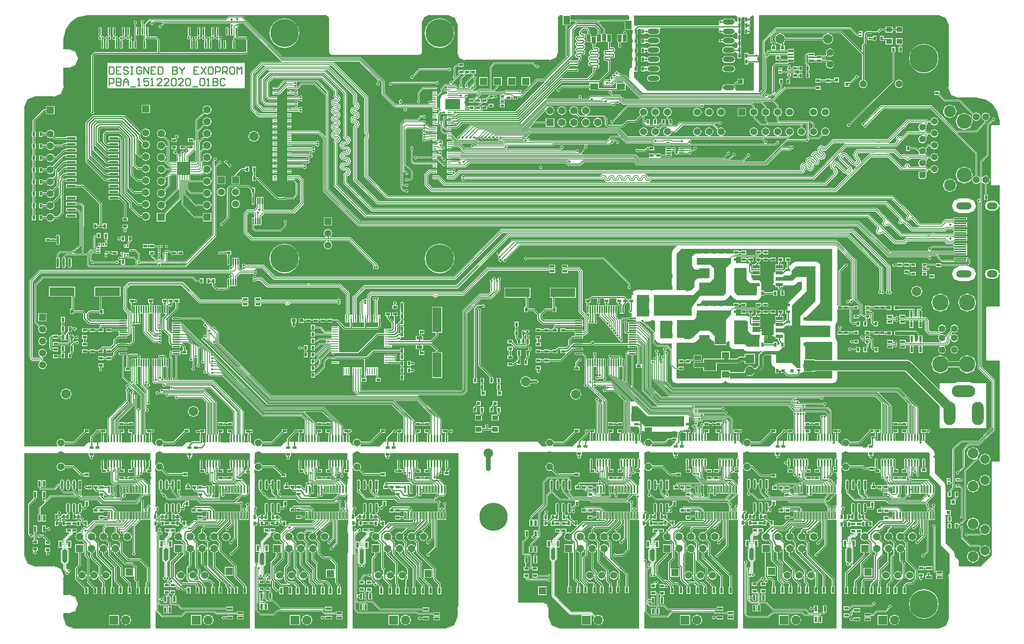
<source format=gtl>
G04*
G04 #@! TF.GenerationSoftware,Altium Limited,Altium Designer,19.0.15 (446)*
G04*
G04 Layer_Physical_Order=1*
G04 Layer_Color=255*
%FSLAX43Y43*%
%MOMM*%
G71*
G01*
G75*
%ADD13C,0.254*%
%ADD16C,0.127*%
%ADD18C,1.000*%
%ADD22R,0.279X1.462*%
%ADD23R,1.930X5.334*%
%ADD24R,5.334X1.930*%
%ADD25R,0.600X0.900*%
%ADD26R,0.900X0.600*%
%ADD27R,0.950X0.700*%
%ADD28R,1.462X0.279*%
%ADD29R,0.600X1.300*%
%ADD30R,0.600X0.200*%
%ADD31R,1.200X0.600*%
%ADD32R,0.600X1.200*%
%ADD33R,1.803X1.397*%
%ADD34R,1.397X1.905*%
%ADD35R,0.813X1.499*%
%ADD36R,0.600X0.420*%
G04:AMPARAMS|DCode=37|XSize=1.4mm|YSize=0.3mm|CornerRadius=0.075mm|HoleSize=0mm|Usage=FLASHONLY|Rotation=90.000|XOffset=0mm|YOffset=0mm|HoleType=Round|Shape=RoundedRectangle|*
%AMROUNDEDRECTD37*
21,1,1.400,0.150,0,0,90.0*
21,1,1.250,0.300,0,0,90.0*
1,1,0.150,0.075,0.625*
1,1,0.150,0.075,-0.625*
1,1,0.150,-0.075,-0.625*
1,1,0.150,-0.075,0.625*
%
%ADD37ROUNDEDRECTD37*%
%ADD38R,0.300X1.550*%
%ADD39O,0.400X1.550*%
%ADD40R,1.100X0.600*%
%ADD41C,2.000*%
%ADD42R,0.700X0.200*%
%ADD43R,2.200X1.050*%
%ADD44R,1.050X1.000*%
%ADD45R,1.250X1.100*%
%ADD46R,0.800X0.800*%
%ADD47R,2.200X2.000*%
%ADD48R,1.300X0.700*%
G04:AMPARAMS|DCode=49|XSize=1.56mm|YSize=0.28mm|CornerRadius=0.035mm|HoleSize=0mm|Usage=FLASHONLY|Rotation=0.000|XOffset=0mm|YOffset=0mm|HoleType=Round|Shape=RoundedRectangle|*
%AMROUNDEDRECTD49*
21,1,1.560,0.210,0,0,0.0*
21,1,1.490,0.280,0,0,0.0*
1,1,0.070,0.745,-0.105*
1,1,0.070,-0.745,-0.105*
1,1,0.070,-0.745,0.105*
1,1,0.070,0.745,0.105*
%
%ADD49ROUNDEDRECTD49*%
G04:AMPARAMS|DCode=50|XSize=1.56mm|YSize=0.28mm|CornerRadius=0.035mm|HoleSize=0mm|Usage=FLASHONLY|Rotation=90.000|XOffset=0mm|YOffset=0mm|HoleType=Round|Shape=RoundedRectangle|*
%AMROUNDEDRECTD50*
21,1,1.560,0.210,0,0,90.0*
21,1,1.490,0.280,0,0,90.0*
1,1,0.070,0.105,0.745*
1,1,0.070,0.105,-0.745*
1,1,0.070,-0.105,-0.745*
1,1,0.070,-0.105,0.745*
%
%ADD50ROUNDEDRECTD50*%
%ADD51R,0.800X1.500*%
%ADD52R,0.400X1.500*%
%ADD53R,0.530X1.980*%
%ADD54O,0.530X1.980*%
%ADD55R,1.640X1.400*%
%ADD56R,2.600X0.300*%
%ADD57R,0.600X1.000*%
%ADD58R,0.800X0.550*%
%ADD59R,0.600X0.300*%
%ADD60R,0.300X0.600*%
%ADD61R,0.305X0.457*%
%ADD62R,0.457X0.305*%
%ADD63R,0.300X0.300*%
%ADD64R,0.300X0.300*%
%ADD65R,1.150X0.600*%
%ADD66R,1.150X0.450*%
%ADD67R,0.800X0.800*%
%ADD68R,0.700X0.420*%
%ADD69R,1.710X2.370*%
%ADD70R,1.500X1.000*%
%ADD71R,2.600X2.400*%
%ADD72R,2.200X1.000*%
%ADD73R,2.350X5.100*%
%ADD74R,1.505X0.802*%
%ADD75R,2.613X3.502*%
G04:AMPARAMS|DCode=76|XSize=1.12mm|YSize=0.27mm|CornerRadius=0.034mm|HoleSize=0mm|Usage=FLASHONLY|Rotation=180.000|XOffset=0mm|YOffset=0mm|HoleType=Round|Shape=RoundedRectangle|*
%AMROUNDEDRECTD76*
21,1,1.120,0.203,0,0,180.0*
21,1,1.053,0.270,0,0,180.0*
1,1,0.068,-0.526,0.101*
1,1,0.068,0.526,0.101*
1,1,0.068,0.526,-0.101*
1,1,0.068,-0.526,-0.101*
%
%ADD76ROUNDEDRECTD76*%
%ADD77R,1.981X0.559*%
%ADD78R,2.500X1.200*%
%ADD79O,2.500X1.200*%
%ADD80R,0.808X0.225*%
%ADD81R,0.225X0.808*%
%ADD132R,2.261X2.261*%
%ADD145C,6.000*%
%ADD159C,0.206*%
%ADD160C,0.192*%
%ADD161C,0.293*%
%ADD162C,0.500*%
%ADD163C,0.126*%
%ADD164C,2.000*%
%ADD165C,0.762*%
%ADD166C,1.520*%
%ADD167R,1.520X1.520*%
%ADD168C,1.950*%
%ADD169R,1.950X1.950*%
%ADD170R,1.950X1.950*%
%ADD171C,1.600*%
%ADD172R,1.600X1.600*%
%ADD173C,1.524*%
%ADD174R,1.508X1.508*%
%ADD175C,1.508*%
%ADD176O,2.500X5.000*%
%ADD177O,5.000X2.500*%
%ADD178C,1.420*%
%ADD179C,3.450*%
%ADD180C,1.500*%
%ADD181O,3.300X1.500*%
%ADD182O,2.300X1.500*%
%ADD183R,1.520X1.520*%
%ADD184R,1.600X1.600*%
%ADD185C,1.400*%
G04:AMPARAMS|DCode=186|XSize=1.4mm|YSize=1.4mm|CornerRadius=0.35mm|HoleSize=0mm|Usage=FLASHONLY|Rotation=270.000|XOffset=0mm|YOffset=0mm|HoleType=Round|Shape=RoundedRectangle|*
%AMROUNDEDRECTD186*
21,1,1.400,0.700,0,0,270.0*
21,1,0.700,1.400,0,0,270.0*
1,1,0.700,-0.350,-0.350*
1,1,0.700,-0.350,0.350*
1,1,0.700,0.350,0.350*
1,1,0.700,0.350,-0.350*
%
%ADD186ROUNDEDRECTD186*%
%ADD187C,2.500*%
%ADD188C,3.200*%
%ADD189C,2.250*%
%ADD190C,0.460*%
G36*
X133800Y134709D02*
Y133808D01*
X133073D01*
X133040Y133822D01*
X121599D01*
X121540Y133880D01*
X121414Y133932D01*
X121325D01*
Y134808D01*
X121440Y134836D01*
X133707D01*
X133800Y134709D01*
D02*
G37*
G36*
X156463Y134753D02*
X156848Y134477D01*
Y133503D01*
X156348Y133470D01*
X156334Y133583D01*
X156263Y133754D01*
X156150Y133900D01*
X156004Y134013D01*
X155833Y134084D01*
X155650Y134108D01*
X154350D01*
X154167Y134084D01*
X153996Y134013D01*
X153859Y133908D01*
X153804Y133871D01*
X153597Y133740D01*
X153329Y133712D01*
X153200Y133738D01*
X153200Y133738D01*
X153071Y133712D01*
X153071Y133712D01*
X152961Y133639D01*
X152888Y133529D01*
X152888Y133529D01*
X152862Y133400D01*
X152888Y133271D01*
X152961Y133161D01*
X152961Y133161D01*
X153003Y133133D01*
X152995Y132859D01*
X152919Y132633D01*
X136215D01*
X135715Y132633D01*
X135715Y132633D01*
X135700Y132633D01*
X135700Y132633D01*
X135611Y132615D01*
X135611Y132615D01*
X135535Y132565D01*
X135525Y132554D01*
X135134Y132558D01*
X134882Y132692D01*
X134882Y134753D01*
X156463Y134753D01*
D02*
G37*
G36*
X32319Y133473D02*
X32303Y133458D01*
X32300Y133459D01*
X32046Y133354D01*
X31941Y133100D01*
X32046Y132846D01*
X32300Y132741D01*
X32554Y132846D01*
X32659Y133100D01*
X32628Y133175D01*
X32776Y133323D01*
X34520D01*
X34568Y133206D01*
X34090Y132728D01*
X34015Y132759D01*
X33761Y132654D01*
X33656Y132400D01*
X33761Y132146D01*
X34015Y132041D01*
X34269Y132146D01*
X34374Y132400D01*
X34343Y132475D01*
X34937Y133069D01*
X49004D01*
X49029Y132942D01*
X48996Y132929D01*
X48891Y132675D01*
X48996Y132421D01*
X49071Y132390D01*
Y132252D01*
X48948D01*
Y130548D01*
X49552Y130548D01*
X49571Y130430D01*
Y129452D01*
X49448D01*
Y127748D01*
X50052D01*
Y129452D01*
X49929D01*
Y130130D01*
X50056Y130155D01*
X50081Y130094D01*
X50325Y129850D01*
X50500Y129778D01*
X52173D01*
X52353Y129598D01*
Y127102D01*
X52198Y126947D01*
X33947D01*
Y129450D01*
X33875Y129625D01*
X33338Y130161D01*
X33164Y130234D01*
X31602D01*
X31497Y130339D01*
Y130548D01*
X31552D01*
Y132252D01*
X30948Y132252D01*
X30929Y132370D01*
Y132876D01*
X31653Y133600D01*
X32266D01*
X32319Y133473D01*
D02*
G37*
G36*
X160339Y134753D02*
X160339Y126433D01*
X159152D01*
Y126752D01*
X158348D01*
Y125648D01*
X158348D01*
Y125452D01*
X158348D01*
Y124348D01*
X159152D01*
Y124677D01*
X160339D01*
X160339Y124643D01*
X160339Y118748D01*
X156661D01*
X156582Y118807D01*
X156340Y119206D01*
X156338Y119248D01*
X156358Y119400D01*
X156334Y119583D01*
X156292Y119684D01*
X156701Y120094D01*
X157122D01*
X157146Y120098D01*
X158102D01*
Y121302D01*
X156848D01*
Y120599D01*
X156596D01*
X156500Y120580D01*
X156418Y120525D01*
X155934Y120042D01*
X155833Y120084D01*
X155650Y120108D01*
X154350D01*
X154167Y120084D01*
X153996Y120013D01*
X153850Y119900D01*
X153737Y119754D01*
X153666Y119583D01*
X153642Y119400D01*
X153662Y119248D01*
X153660Y119206D01*
X153418Y118807D01*
X153339Y118748D01*
X137729D01*
X134882Y121595D01*
Y122848D01*
X135652D01*
Y123952D01*
X135483D01*
Y124898D01*
X135652D01*
Y126002D01*
X135483D01*
Y126773D01*
X135652D01*
Y127877D01*
X135483D01*
Y128773D01*
X135652D01*
Y129877D01*
X135483D01*
Y130773D01*
X135652D01*
Y131746D01*
X136000Y131959D01*
X136348Y131746D01*
Y130773D01*
X137152D01*
Y130773D01*
X137373Y130926D01*
X137850Y130900D01*
X137996Y130787D01*
X138167Y130716D01*
X138350Y130692D01*
X139650D01*
X139833Y130716D01*
X140004Y130787D01*
X140150Y130900D01*
X140263Y131046D01*
X140334Y131217D01*
X140358Y131400D01*
X140334Y131583D01*
X140299Y131667D01*
X140418Y131958D01*
X140576Y132167D01*
X152919D01*
X152995Y131941D01*
X153003Y131667D01*
X152961Y131639D01*
X152888Y131529D01*
X152862Y131400D01*
X152888Y131271D01*
X152961Y131161D01*
X153071Y131088D01*
X153200Y131062D01*
X153329Y131088D01*
X153597Y131060D01*
X153804Y130929D01*
X153859Y130892D01*
X153996Y130787D01*
X154167Y130716D01*
X154350Y130692D01*
X155650D01*
X155833Y130716D01*
X156004Y130787D01*
X156150Y130900D01*
X156263Y131046D01*
X156279Y131085D01*
X156795Y131073D01*
X156848Y130848D01*
Y130652D01*
X156848D01*
Y129852D01*
X156791Y129785D01*
X156530Y129770D01*
X156188Y129851D01*
X156150Y129900D01*
X156004Y130013D01*
X155833Y130084D01*
X155650Y130108D01*
X154350D01*
X154167Y130084D01*
X153996Y130013D01*
X153860Y129909D01*
X153800Y129869D01*
X153597Y129740D01*
X153329Y129712D01*
X153200Y129738D01*
X153200Y129738D01*
X153071Y129712D01*
X152961Y129639D01*
X152888Y129529D01*
X152888Y129529D01*
X152862Y129400D01*
X152888Y129271D01*
Y129271D01*
X152961Y129161D01*
Y129161D01*
X153071Y129088D01*
X153200Y129062D01*
X153329Y129088D01*
X153597Y129060D01*
X153800Y128931D01*
X153860Y128891D01*
X153996Y128787D01*
X154167Y128716D01*
X154350Y128692D01*
X155650D01*
X155833Y128716D01*
X156004Y128787D01*
X156150Y128900D01*
X156263Y129046D01*
X156348Y129121D01*
X156825Y128905D01*
X156848Y128876D01*
Y128248D01*
X156848D01*
Y128133D01*
X156750Y127884D01*
X156533Y127826D01*
X156196Y127841D01*
X156150Y127900D01*
X156004Y128013D01*
X155833Y128084D01*
X155650Y128108D01*
X154350D01*
X154167Y128084D01*
X153996Y128013D01*
X153850Y127900D01*
X153737Y127754D01*
X153666Y127583D01*
X153642Y127400D01*
X153666Y127217D01*
X153737Y127046D01*
X153850Y126900D01*
X153996Y126787D01*
X154167Y126716D01*
X154350Y126692D01*
X155650D01*
X155833Y126716D01*
X156004Y126787D01*
X156150Y126900D01*
X156195Y126957D01*
X156441Y126975D01*
X156848Y126619D01*
Y125648D01*
X157652D01*
Y126752D01*
X157652D01*
Y126948D01*
X157652D01*
Y128052D01*
X157652D01*
Y128248D01*
X157652D01*
Y129352D01*
X157652D01*
Y129548D01*
X157652D01*
Y130652D01*
X157652D01*
Y130848D01*
X157652D01*
Y131952D01*
X157652D01*
Y132123D01*
X157652D01*
Y133227D01*
X157652D01*
Y133373D01*
X157652D01*
Y134111D01*
X158065Y134461D01*
X158348Y134337D01*
X158348Y133373D01*
X158348Y132873D01*
X158348Y132123D01*
X158348Y131623D01*
Y130848D01*
X159152D01*
X159526Y131152D01*
X159539Y131161D01*
X159539Y131161D01*
X159612Y131271D01*
X159612Y131271D01*
X159638Y131400D01*
X159638Y131400D01*
X159612Y131529D01*
X159612Y131529D01*
X159539Y131639D01*
X159342Y132031D01*
X159539Y132436D01*
X159612Y132546D01*
X159612Y132546D01*
X159638Y132675D01*
X159612Y132804D01*
X159612Y132804D01*
X159539Y132914D01*
X159430Y133280D01*
X159539Y133661D01*
X159612Y133771D01*
X159612Y133771D01*
X159638Y133900D01*
X159638Y133900D01*
X159612Y134029D01*
X159612Y134029D01*
X159539Y134139D01*
X159539Y134139D01*
X159525Y134258D01*
X159927Y134753D01*
X160339D01*
D02*
G37*
G36*
X128306Y131941D02*
Y130955D01*
X127977D01*
Y130847D01*
X127893Y130755D01*
X127653D01*
Y131800D01*
X127575Y131990D01*
X126775Y132790D01*
X126585Y132869D01*
X122700D01*
X122510Y132790D01*
X122441Y132888D01*
X122774Y133221D01*
X127026D01*
X128306Y131941D01*
D02*
G37*
G36*
X127116Y131689D02*
Y130755D01*
X126877D01*
Y130447D01*
X126793Y130355D01*
X125777D01*
X125693Y130447D01*
Y130755D01*
X125453D01*
Y131445D01*
X125375Y131635D01*
X124920Y132090D01*
X124730Y132169D01*
X124100D01*
X124100Y132169D01*
X123910Y132090D01*
X123210Y131390D01*
X123131Y131200D01*
Y130912D01*
X123115D01*
X123258Y130565D01*
X123376Y130517D01*
X123351Y130390D01*
X122805D01*
Y130406D01*
X122458Y130263D01*
X122315Y129916D01*
X122331D01*
Y129740D01*
X122315D01*
X122458Y129393D01*
X122657Y129311D01*
Y129173D01*
X122458Y129091D01*
X122315Y128744D01*
X122331D01*
Y128568D01*
X122315D01*
X122458Y128221D01*
X122657Y128139D01*
Y128001D01*
X122458Y127919D01*
X122315Y127572D01*
X122331D01*
Y127396D01*
X122315D01*
X122458Y127049D01*
X122657Y126967D01*
Y126829D01*
X122458Y126747D01*
X122315Y126400D01*
X122331D01*
Y126224D01*
X122315D01*
X122458Y125877D01*
X122805Y125734D01*
Y125750D01*
X122987D01*
X123029Y125648D01*
X123131Y125606D01*
Y125448D01*
X122852Y125169D01*
X121332D01*
X121283Y125286D01*
X121990Y125993D01*
X122069Y126182D01*
Y131589D01*
X122811Y132331D01*
X126474D01*
X127116Y131689D01*
D02*
G37*
G36*
X175904Y130870D02*
X175237Y130593D01*
X174990Y129997D01*
X167010D01*
X166763Y130593D01*
X166096Y130870D01*
X166121Y130997D01*
X175879D01*
X175904Y130870D01*
D02*
G37*
G36*
X165744D02*
X165077Y130593D01*
X164728Y129750D01*
X165077Y128907D01*
X165920Y128558D01*
X166024Y128601D01*
X166145Y128526D01*
X166151Y128466D01*
X166053Y128369D01*
X165948D01*
Y128236D01*
X165935Y128204D01*
X165948Y128171D01*
Y127400D01*
X165052D01*
Y128369D01*
X164892D01*
X164824Y128496D01*
X164909Y128700D01*
X164804Y128954D01*
X164550Y129059D01*
X164544Y129056D01*
X164344Y129256D01*
Y130058D01*
X165283Y130997D01*
X165719D01*
X165744Y130870D01*
D02*
G37*
G36*
X128993Y129253D02*
X129077Y129161D01*
Y129053D01*
X129316D01*
Y127736D01*
X129314D01*
X129402Y127524D01*
X129420Y127517D01*
X129395Y127390D01*
X128714D01*
Y127392D01*
X128502Y127304D01*
X128414Y127092D01*
X128416D01*
Y126564D01*
X128414D01*
X128502Y126352D01*
X128602Y126311D01*
Y126173D01*
X128502Y126132D01*
X128414Y125920D01*
X128416D01*
Y125392D01*
X128414D01*
X128502Y125180D01*
X128714Y125092D01*
Y125094D01*
X129201D01*
X129235Y125013D01*
X129316Y124979D01*
Y122921D01*
X127364Y120969D01*
X125314D01*
X125266Y121086D01*
X126475Y122295D01*
X126553Y122485D01*
Y123183D01*
X126662Y123228D01*
X126707Y123336D01*
X127038D01*
Y123324D01*
X127340Y123450D01*
X127466Y123752D01*
X127453D01*
Y124045D01*
X127466D01*
X127340Y124347D01*
X127174Y124415D01*
Y124553D01*
X127340Y124621D01*
X127466Y124924D01*
X127453D01*
Y125217D01*
X127466D01*
X127340Y125519D01*
X127174Y125587D01*
Y125725D01*
X127340Y125793D01*
X127466Y126096D01*
X127453D01*
Y126389D01*
X127466D01*
X127340Y126691D01*
X127174Y126759D01*
Y126897D01*
X127340Y126965D01*
X127466Y127268D01*
X127453D01*
Y127561D01*
X127466D01*
X127340Y127863D01*
X127038Y127988D01*
Y127976D01*
X126707D01*
X126662Y128084D01*
X126553Y128129D01*
Y128653D01*
X126793D01*
Y128961D01*
X126877Y129053D01*
X127893D01*
Y129161D01*
X127977Y129253D01*
X128993D01*
D02*
G37*
G36*
X124916Y131334D02*
Y130755D01*
X124677D01*
Y129053D01*
X125693D01*
X125777Y128961D01*
Y128653D01*
X126016D01*
Y127854D01*
X126004D01*
X126129Y127551D01*
X126214Y127517D01*
X126188Y127390D01*
X125726D01*
Y127402D01*
X125424Y127277D01*
X125299Y126975D01*
X125311D01*
Y126682D01*
X125299D01*
X125424Y126379D01*
X125503Y126347D01*
X125493Y126214D01*
X125229Y126105D01*
X125104Y125803D01*
X125116D01*
Y125510D01*
X125104D01*
X125229Y125207D01*
X125395Y125139D01*
Y125001D01*
X125229Y124933D01*
X125104Y124631D01*
X125116D01*
Y124338D01*
X125104D01*
X125229Y124035D01*
X125531Y123910D01*
Y123922D01*
X126188D01*
X126214Y123795D01*
X126129Y123761D01*
X126004Y123459D01*
X126016D01*
Y122596D01*
X124783Y121363D01*
X119316D01*
X119267Y121480D01*
X120618Y122831D01*
X122482D01*
X122700Y122741D01*
X122954Y122846D01*
X123059Y123100D01*
X122954Y123354D01*
X122700Y123459D01*
X122482Y123369D01*
X120727D01*
X120679Y123486D01*
X121224Y124031D01*
X122492D01*
X122710Y123941D01*
X122964Y124046D01*
X123069Y124300D01*
X122981Y124512D01*
X122981Y124515D01*
X123026Y124657D01*
X123153Y124710D01*
X123590Y125147D01*
X123669Y125337D01*
Y125900D01*
X123678D01*
X123562Y126181D01*
X123493Y126209D01*
X123518Y126336D01*
X123995D01*
Y126320D01*
X124342Y126463D01*
X124485Y126810D01*
X124469D01*
Y126986D01*
X124485D01*
X124342Y127333D01*
X124143Y127415D01*
Y127553D01*
X124342Y127635D01*
X124485Y127982D01*
X124469D01*
Y128158D01*
X124485D01*
X124342Y128505D01*
X124143Y128587D01*
Y128725D01*
X124342Y128807D01*
X124485Y129154D01*
X124469D01*
Y129330D01*
X124485D01*
X124342Y129677D01*
X124143Y129759D01*
Y129897D01*
X124342Y129979D01*
X124485Y130326D01*
X124469D01*
Y130502D01*
X124485D01*
X124342Y130849D01*
X123995Y130992D01*
Y130976D01*
X123842D01*
X123791Y131098D01*
X123772Y131193D01*
X124211Y131631D01*
X124619D01*
X124916Y131334D01*
D02*
G37*
G36*
X167548Y126675D02*
X163554D01*
X163427Y126623D01*
X162925Y126120D01*
X162807Y126169D01*
Y126355D01*
X163496Y127043D01*
X167548D01*
Y126675D01*
D02*
G37*
G36*
X121525Y133464D02*
X122345D01*
X122394Y133347D01*
X120989Y131941D01*
X120936Y131815D01*
Y126261D01*
X120757Y126081D01*
X120639Y126129D01*
Y132700D01*
X121325D01*
Y133420D01*
X121331Y133427D01*
X121452Y133494D01*
X121525Y133464D01*
D02*
G37*
G36*
X132875Y131700D02*
X134443D01*
X134569Y131632D01*
Y131180D01*
X134401Y130773D01*
Y129877D01*
X134569Y129470D01*
Y129180D01*
X134401Y128773D01*
Y127877D01*
X134569Y127470D01*
Y127180D01*
X134401Y126773D01*
Y126002D01*
X134569Y125595D01*
Y125305D01*
X134401Y124898D01*
Y123952D01*
X134479Y123764D01*
X134117Y123614D01*
X133800Y122848D01*
Y121595D01*
X133906Y121339D01*
X133800Y121268D01*
X133042Y122026D01*
X132916Y122079D01*
X132174D01*
X131626Y122626D01*
X131500Y122679D01*
X131385D01*
X131354Y122754D01*
X131100Y122859D01*
X130846Y122754D01*
X130741Y122500D01*
X130777Y122412D01*
X130688Y122323D01*
X130600Y122359D01*
X130346Y122254D01*
X130241Y122000D01*
X130301Y121856D01*
X130204Y121759D01*
X130100Y121802D01*
X129846Y121697D01*
X129741Y121443D01*
X129793Y121316D01*
X129696Y121219D01*
X129600Y121259D01*
X129346Y121154D01*
X129315Y121078D01*
X128715D01*
X128588Y121026D01*
X128289Y120726D01*
X128236Y120600D01*
Y120017D01*
X128289Y119891D01*
X128481Y119699D01*
X128607Y119646D01*
X129950D01*
X130076Y119699D01*
X131185Y120807D01*
X132463D01*
X132749Y120521D01*
X132700Y120404D01*
X131072D01*
Y119280D01*
X127378D01*
Y120404D01*
X127475Y120431D01*
X127665Y120510D01*
X129775Y122620D01*
X129854Y122810D01*
Y124900D01*
Y125334D01*
X129856D01*
X129768Y125546D01*
X129750Y125553D01*
X129775Y125680D01*
X130456D01*
Y125678D01*
X130668Y125766D01*
X130756Y125978D01*
X130754D01*
Y126506D01*
X130756D01*
X130668Y126718D01*
X130568Y126759D01*
Y126897D01*
X130668Y126938D01*
X130756Y127150D01*
X130754D01*
Y127678D01*
X130756D01*
X130668Y127890D01*
X130456Y127978D01*
Y127976D01*
X129969D01*
X129935Y128057D01*
X129854Y128091D01*
Y129053D01*
X130093D01*
Y130755D01*
X129077D01*
X128993Y130847D01*
Y130955D01*
X128664D01*
Y132015D01*
X128611Y132141D01*
X127406Y133347D01*
X127455Y133464D01*
X132875D01*
Y131700D01*
D02*
G37*
G36*
X167548Y125384D02*
X166133D01*
X166002Y125515D01*
Y126168D01*
X164998D01*
Y125165D01*
X165652D01*
X165855Y124962D01*
X166030Y124889D01*
X167519D01*
X167548Y124762D01*
X167548Y124735D01*
X167458Y124647D01*
X165100D01*
X165100Y124647D01*
X164925Y124575D01*
X164925Y124575D01*
X164325Y123975D01*
X164253Y123800D01*
Y118633D01*
X164246Y118631D01*
X164141Y118377D01*
X164246Y118123D01*
X164288Y118106D01*
X164263Y117979D01*
X163205D01*
X163174Y118054D01*
X162920Y118159D01*
X162666Y118054D01*
X162561Y117800D01*
X162592Y117725D01*
X162430Y117563D01*
X162041D01*
X161992Y117681D01*
X162984Y118672D01*
X163036Y118798D01*
Y125726D01*
X163628Y126318D01*
X167548D01*
Y125384D01*
D02*
G37*
G36*
X69500Y134836D02*
Y134677D01*
X69767Y134567D01*
X69877Y134300D01*
X70036D01*
Y127000D01*
X69998D01*
X70192Y126532D01*
X70660Y126338D01*
Y126376D01*
X89075D01*
Y126332D01*
X89593Y126547D01*
X89807Y127065D01*
X89764D01*
Y133625D01*
X89867D01*
X90192Y134408D01*
X90975Y134733D01*
Y134836D01*
X95500D01*
X95500Y134836D01*
Y134784D01*
X96762Y134262D01*
X97284Y133000D01*
X97336D01*
Y126945D01*
X97217D01*
X97723Y125723D01*
X98945Y125217D01*
Y125336D01*
X116850D01*
Y125200D01*
X118229Y125771D01*
X118800Y127150D01*
X118664D01*
X118664Y127150D01*
Y134500D01*
X118664Y134500D01*
X118839D01*
X118886Y134614D01*
X119000Y134661D01*
Y134836D01*
X119609D01*
X119725Y134808D01*
Y132700D01*
X120282D01*
Y125929D01*
X115649Y121296D01*
X114082D01*
X113955Y121244D01*
X112844Y120132D01*
X112727Y120181D01*
Y121632D01*
X110923D01*
Y119828D01*
X112374D01*
X112423Y119711D01*
X111050Y118338D01*
X110912D01*
X110847Y118465D01*
X110934Y118675D01*
X110829Y118929D01*
X110575Y119034D01*
X110321Y118929D01*
X110290Y118854D01*
X107662D01*
X107536Y118801D01*
X107327Y118592D01*
X105242D01*
X105194Y118710D01*
X105951Y119467D01*
X106004Y119593D01*
Y119828D01*
X106727D01*
Y121632D01*
X104923D01*
Y119828D01*
X105646D01*
Y119668D01*
X104871Y118892D01*
X104511D01*
X104462Y119010D01*
X104526Y119074D01*
X104579Y119200D01*
Y123726D01*
X105274Y124421D01*
X113126D01*
X113758Y123789D01*
X113884Y123737D01*
X114009D01*
X114046Y123646D01*
X114300Y123541D01*
X114554Y123646D01*
X114659Y123900D01*
X114554Y124154D01*
X114300Y124259D01*
X114046Y124154D01*
X113906Y124147D01*
X113326Y124726D01*
X113200Y124779D01*
X105200D01*
X105074Y124726D01*
X104274Y123926D01*
X104221Y123800D01*
Y119274D01*
X104126Y119179D01*
X102055D01*
X101929Y119126D01*
X101606Y118804D01*
X100661D01*
X100608Y118931D01*
X100925Y119247D01*
X101000Y119216D01*
X101254Y119321D01*
X101359Y119575D01*
X101254Y119829D01*
X101000Y119934D01*
X100746Y119829D01*
X100641Y119575D01*
X100672Y119500D01*
X100347Y119175D01*
X100068D01*
X100020Y119292D01*
X101126Y120399D01*
X101179Y120525D01*
Y121177D01*
X101254Y121208D01*
X101359Y121462D01*
X101254Y121715D01*
X101000Y121820D01*
X100869Y121766D01*
X100824Y121807D01*
X100785Y121869D01*
X100829Y121975D01*
Y122323D01*
X101202D01*
Y123127D01*
X100098D01*
Y122323D01*
X100471D01*
Y122049D01*
X99090Y120668D01*
X99038Y120542D01*
Y120110D01*
X98963Y120079D01*
X98858Y119825D01*
X98963Y119571D01*
X99000Y119556D01*
X98975Y119429D01*
X98242D01*
X98216Y119556D01*
X98254Y119571D01*
X98359Y119825D01*
X98254Y120079D01*
X98179Y120110D01*
Y121276D01*
X99226Y122323D01*
X99927D01*
Y123127D01*
X98823D01*
Y122500D01*
X98779Y122468D01*
X98652Y122533D01*
Y123127D01*
X97548D01*
Y122521D01*
X97535Y122489D01*
Y122228D01*
X97082Y121775D01*
X96957Y121800D01*
X96904Y121929D01*
X96829Y121960D01*
Y123526D01*
X97349Y124046D01*
X97548D01*
Y123823D01*
X98652D01*
Y124627D01*
X97548D01*
Y124404D01*
X97275D01*
X97149Y124351D01*
X96524Y123726D01*
X96471Y123600D01*
Y121960D01*
X96396Y121929D01*
X96291Y121675D01*
X96396Y121421D01*
X96525Y121368D01*
X96550Y121243D01*
X96095Y120788D01*
X95925Y120859D01*
X95671Y120754D01*
X95566Y120500D01*
X95671Y120246D01*
X95769Y120206D01*
X95744Y120079D01*
X94600D01*
X94474Y120026D01*
X93774Y119326D01*
X93721Y119200D01*
Y118699D01*
X93039Y118016D01*
X92912Y118069D01*
Y118702D01*
X92008D01*
Y117898D01*
Y116679D01*
X91920D01*
X91793Y116626D01*
X91772Y116605D01*
X91658Y116554D01*
X91404Y116659D01*
X91150Y116554D01*
X91045Y116300D01*
X91150Y116046D01*
X91248Y116006D01*
X91223Y115879D01*
X85379D01*
Y116215D01*
X85454Y116246D01*
X85559Y116499D01*
X85454Y116753D01*
X85200Y116858D01*
X84946Y116753D01*
X84841Y116499D01*
X84946Y116246D01*
X85021Y116215D01*
Y115879D01*
X84176D01*
X81847Y118208D01*
Y120715D01*
X81795Y120841D01*
X76835Y125801D01*
X76708Y125854D01*
X60265D01*
X51593Y134526D01*
X51466Y134579D01*
X48621D01*
X48495Y134526D01*
X47926Y133958D01*
X31579D01*
X31453Y133905D01*
X30624Y133076D01*
X30571Y132950D01*
Y132400D01*
X30545Y132363D01*
X30436Y132334D01*
X30429Y132341D01*
Y133217D01*
X30504Y133248D01*
X30609Y133502D01*
X30504Y133756D01*
X30250Y133861D01*
X29996Y133756D01*
X29891Y133502D01*
X29996Y133248D01*
X30071Y133217D01*
Y132252D01*
X29948D01*
Y130548D01*
X30552Y130548D01*
X30571Y130430D01*
Y129452D01*
X30448D01*
Y127748D01*
X31052D01*
Y129452D01*
X30929D01*
Y130083D01*
X31056Y130108D01*
X31075Y130062D01*
X31325Y129812D01*
X31500Y129739D01*
X33061D01*
X33453Y129348D01*
Y126947D01*
X20153D01*
X19978Y126875D01*
X19478Y126375D01*
X19406Y126200D01*
Y114356D01*
X19400Y114354D01*
X19294Y114100D01*
X19400Y113846D01*
X19653Y113741D01*
X19907Y113846D01*
X20012Y114100D01*
X19907Y114354D01*
X19901Y114356D01*
Y126098D01*
X20256Y126453D01*
X52300D01*
X52475Y126525D01*
X52775Y126825D01*
X52847Y127000D01*
Y129700D01*
X52847Y129700D01*
X52775Y129875D01*
X52450Y130200D01*
X52275Y130272D01*
X50602D01*
X50503Y130371D01*
Y130548D01*
X50552D01*
Y132252D01*
X50516D01*
X50491Y132379D01*
X50654Y132446D01*
X50759Y132700D01*
X50659Y132942D01*
X50704Y133069D01*
X51826D01*
X59878Y125018D01*
X59895Y125010D01*
X59870Y124883D01*
X55677D01*
X55526Y124821D01*
X53279Y122574D01*
X53217Y122423D01*
Y114858D01*
X53279Y114707D01*
X54822Y113164D01*
X54974Y113101D01*
X57972D01*
X57999Y113090D01*
X58450D01*
X58460Y113086D01*
X58489Y113098D01*
X58912D01*
Y113902D01*
X58489D01*
X58460Y113914D01*
X58450Y113910D01*
X57999D01*
X57972Y113899D01*
X55215D01*
X54014Y115100D01*
Y122181D01*
X55919Y124086D01*
X56379D01*
X56404Y123959D01*
X56311Y123921D01*
X54379Y121989D01*
X54317Y121838D01*
Y115847D01*
X54379Y115696D01*
X55711Y114364D01*
X55862Y114301D01*
X57972D01*
X57999Y114290D01*
X58450D01*
X58460Y114286D01*
X58489Y114298D01*
X58912D01*
Y115102D01*
X58489D01*
X58460Y115114D01*
X58450Y115110D01*
X57999D01*
X57972Y115099D01*
X56104D01*
X55114Y116089D01*
Y121596D01*
X56704Y123186D01*
X57164D01*
X57189Y123059D01*
X57096Y123021D01*
X55479Y121404D01*
X55417Y121253D01*
Y116647D01*
X55479Y116496D01*
X56411Y115564D01*
X56562Y115501D01*
X57972D01*
X57999Y115490D01*
X58450D01*
X58460Y115486D01*
X58489Y115498D01*
X58912D01*
Y116302D01*
X58489D01*
X58460Y116314D01*
X58450Y116310D01*
X57999D01*
X57972Y116299D01*
X56804D01*
X56214Y116889D01*
Y121011D01*
X57489Y122286D01*
X68911D01*
X73017Y118181D01*
Y108929D01*
X72987D01*
X73164Y108501D01*
X73571Y108332D01*
X73575Y108208D01*
X73568Y108192D01*
X73575Y108175D01*
X73592Y108168D01*
Y108030D01*
X73239D01*
Y108091D01*
X72517Y107792D01*
X72218Y107070D01*
X72517Y106349D01*
X73239Y106050D01*
Y106111D01*
X73592D01*
Y105972D01*
X73575Y105966D01*
Y105966D01*
X73568Y105949D01*
X73575Y105932D01*
Y105932D01*
X73592Y105926D01*
Y105787D01*
X73239D01*
Y105848D01*
X72517Y105549D01*
X72218Y104828D01*
X72517Y104106D01*
X73239Y103807D01*
Y103868D01*
X73592D01*
Y103730D01*
X73575Y103723D01*
Y103723D01*
X73568Y103706D01*
X73575Y103690D01*
Y103690D01*
X73592Y103683D01*
Y103544D01*
X73239D01*
Y103606D01*
X72517Y103307D01*
X72218Y102585D01*
X72517Y101863D01*
X73239Y101564D01*
Y101626D01*
X73592D01*
Y101487D01*
X73575Y101480D01*
X73568Y101464D01*
X73575Y101447D01*
X73571Y101323D01*
X73164Y101154D01*
X72987Y100727D01*
X73017D01*
Y99127D01*
X73079Y98976D01*
X78976Y93079D01*
X79127Y93017D01*
X186205D01*
X187326Y91895D01*
X187627Y91594D01*
X187627Y91594D01*
X187929Y91293D01*
X187800Y91165D01*
X187809Y91143D01*
X187800Y91121D01*
X187901Y91021D01*
X187815Y90929D01*
X187815Y90929D01*
X187618Y90452D01*
X187815Y89975D01*
X188292Y89777D01*
X188769Y89975D01*
X188769Y89975D01*
X188861Y90061D01*
X188961Y89960D01*
X189005D01*
X189070Y90025D01*
X189197D01*
X189434Y89787D01*
X189434Y89787D01*
X189677Y89545D01*
X191582Y87639D01*
X191734Y87576D01*
X192732D01*
X192758Y87449D01*
X192727Y87437D01*
X192164Y86874D01*
X190529D01*
X187214Y90188D01*
X187214Y90188D01*
X186913Y90489D01*
X186913Y90489D01*
X186612Y90790D01*
X186612Y90790D01*
X184951Y92451D01*
X184800Y92514D01*
X78089D01*
X71783Y98819D01*
Y107643D01*
X72193Y107813D01*
X72451Y108435D01*
X72193Y109057D01*
X71769Y109233D01*
Y109360D01*
X72193Y109536D01*
X72451Y110158D01*
X72193Y110780D01*
X71769Y110956D01*
Y111083D01*
X72193Y111258D01*
X72451Y111881D01*
X72193Y112503D01*
X71769Y112678D01*
Y112805D01*
X72193Y112981D01*
X72451Y113603D01*
X72193Y114226D01*
X71769Y114401D01*
Y114528D01*
X72193Y114704D01*
X72451Y115326D01*
X72193Y115948D01*
X71768Y116124D01*
Y116251D01*
X72191Y116426D01*
X72449Y117049D01*
X72191Y117671D01*
X71783Y117840D01*
Y118899D01*
X71721Y119050D01*
X68750Y122021D01*
X68599Y122083D01*
X57847D01*
X57696Y122021D01*
X56479Y120804D01*
X56417Y120653D01*
Y117505D01*
X56479Y117354D01*
X57069Y116764D01*
X57220Y116701D01*
X57972D01*
X57999Y116690D01*
X58450D01*
X58460Y116686D01*
X58489Y116698D01*
X58912D01*
Y117502D01*
X58489D01*
X58460Y117514D01*
X58450Y117510D01*
X57999D01*
X57972Y117499D01*
X57462D01*
X57214Y117747D01*
Y120411D01*
X58089Y121286D01*
X68357D01*
X70986Y118657D01*
Y117664D01*
X70956D01*
X71135Y117230D01*
X71245Y117185D01*
X71198Y117067D01*
X70576Y116810D01*
X70319Y116187D01*
X70576Y115565D01*
X71000Y115389D01*
Y115262D01*
X70576Y115087D01*
X70319Y114465D01*
X70576Y113842D01*
X71000Y113667D01*
Y113540D01*
X70576Y113364D01*
X70319Y112742D01*
X70576Y112120D01*
X71000Y111944D01*
Y111817D01*
X70576Y111641D01*
X70319Y111019D01*
X70576Y110397D01*
X71000Y110221D01*
Y110094D01*
X70576Y109919D01*
X70319Y109297D01*
X70576Y108674D01*
X71198Y108417D01*
X71247Y108299D01*
X71136Y108253D01*
X70956Y107818D01*
X70986D01*
Y98577D01*
X71049Y98426D01*
X77696Y91779D01*
X77847Y91717D01*
X184558D01*
X186049Y90227D01*
X186049Y90227D01*
X186350Y89925D01*
X186350Y89925D01*
X186651Y89624D01*
X186523Y89496D01*
X186532Y89474D01*
X186523Y89453D01*
X186623Y89352D01*
X186537Y89260D01*
X186537Y89260D01*
X186340Y88783D01*
X186537Y88306D01*
X187015Y88109D01*
X187492Y88306D01*
X187492Y88306D01*
X187583Y88392D01*
X187684Y88291D01*
X187727D01*
X187792Y88356D01*
X187919D01*
X188157Y88119D01*
X188157Y88119D01*
X190136Y86139D01*
X190287Y86076D01*
X192405D01*
X192556Y86139D01*
X193120Y86702D01*
X200725D01*
X201288Y86139D01*
X201439Y86076D01*
X202631D01*
X202830Y85878D01*
X202898Y85849D01*
Y85654D01*
X198200D01*
X198074Y85601D01*
X197825Y85353D01*
X197750Y85384D01*
X197496Y85279D01*
X197391Y85025D01*
X197496Y84771D01*
X197448Y84654D01*
X189224D01*
X188614Y85264D01*
X182952Y90926D01*
X182825Y90979D01*
X90075D01*
X90075Y90979D01*
X76724D01*
X69879Y97824D01*
Y118548D01*
X69826Y118674D01*
X67585Y120915D01*
X67459Y120967D01*
X60506D01*
X60380Y120915D01*
X59017Y119553D01*
X58912Y119502D01*
X58008D01*
Y119098D01*
X58912D01*
Y119121D01*
X59018D01*
X59144Y119174D01*
X60580Y120610D01*
X60969D01*
X60970Y120483D01*
X60818Y120421D01*
X59096Y118699D01*
X58948D01*
X58921Y118710D01*
X58470D01*
X58460Y118714D01*
X58431Y118702D01*
X58008D01*
Y117898D01*
X58431D01*
X58460Y117886D01*
X58470Y117890D01*
X58921D01*
X58948Y117901D01*
X59338D01*
X59489Y117964D01*
X60961Y119436D01*
X61088Y119384D01*
Y119098D01*
X61992D01*
Y119121D01*
X63300D01*
X63426Y119174D01*
X64274Y120021D01*
X66828D01*
X69244Y117605D01*
Y109134D01*
X69127Y109085D01*
X67986Y110226D01*
X67859Y110279D01*
X61992D01*
Y110302D01*
X61088D01*
Y109498D01*
Y108298D01*
Y107098D01*
X61511D01*
X61540Y107086D01*
X61550Y107090D01*
X62001D01*
X62048Y107110D01*
X67154D01*
X67220Y107083D01*
X67276Y106946D01*
X67530Y106841D01*
X67784Y106946D01*
X67889Y107200D01*
X67784Y107454D01*
X67780Y107593D01*
X67859Y107783D01*
X67754Y108037D01*
X67500Y108142D01*
X67246Y108037D01*
X67204Y107934D01*
X67137Y107907D01*
X62008D01*
X62001Y107910D01*
X61992D01*
Y108298D01*
Y109521D01*
X67826D01*
X68721Y108626D01*
Y97375D01*
X68774Y97249D01*
X76180Y89843D01*
X76306Y89790D01*
X182407D01*
X188903Y83295D01*
X189029Y83242D01*
X197302D01*
X197391Y83125D01*
X197496Y82871D01*
X197750Y82766D01*
X198004Y82871D01*
X198109Y83125D01*
X198004Y83379D01*
X197916Y83415D01*
X197941Y83542D01*
X199080D01*
X200274Y82349D01*
X200400Y82296D01*
X202898D01*
Y82223D01*
X205702D01*
Y82796D01*
X205876D01*
X206021Y82651D01*
Y82124D01*
X205676Y81779D01*
X200202D01*
Y82002D01*
X199098D01*
Y81829D01*
X197167D01*
Y82027D01*
X196163D01*
Y81273D01*
X197167D01*
Y81471D01*
X199098D01*
Y81198D01*
X200202D01*
Y81421D01*
X204055D01*
X204060Y81296D01*
X202949Y80836D01*
X202489Y79725D01*
X202949Y78614D01*
X204060Y78154D01*
X206060D01*
X207171Y78614D01*
X207631Y79725D01*
X207171Y80836D01*
X206060Y81296D01*
X205755D01*
X205750Y81421D01*
X205876Y81474D01*
X206326Y81924D01*
X206379Y82050D01*
Y82725D01*
X206326Y82851D01*
X206076Y83101D01*
X205950Y83154D01*
X205702D01*
Y83227D01*
X202898D01*
Y82654D01*
X200474D01*
X199449Y83679D01*
X199497Y83796D01*
X202898D01*
Y83723D01*
X205702D01*
Y84223D01*
Y85223D01*
Y86227D01*
X204285D01*
X204246Y86243D01*
X203069D01*
X202920Y86392D01*
X202913Y86409D01*
Y86541D01*
X202920Y86558D01*
X203069Y86707D01*
X204246D01*
X204285Y86723D01*
X205702D01*
Y87727D01*
X204285D01*
X204246Y87743D01*
X203069D01*
X202920Y87892D01*
X202913Y87909D01*
X202913Y88041D01*
X202920Y88058D01*
X203069Y88207D01*
X204246D01*
X204285Y88223D01*
X205702D01*
Y89227D01*
X204285D01*
X204246Y89243D01*
X203069D01*
X202920Y89392D01*
X202913Y89409D01*
X202913Y89541D01*
X202920Y89558D01*
X203069Y89707D01*
X204246D01*
X204285Y89723D01*
X205702D01*
Y90727D01*
X204285D01*
X204246Y90743D01*
X203069D01*
X202920Y90892D01*
X202913Y90909D01*
Y91041D01*
X202920Y91058D01*
X203069Y91207D01*
X204246D01*
X204285Y91223D01*
X205702D01*
Y91727D01*
X202898D01*
Y91601D01*
X202830Y91572D01*
X202631Y91374D01*
X201040D01*
X200889Y91311D01*
X200082Y90504D01*
X197927D01*
Y90509D01*
X197123D01*
Y90504D01*
X195899D01*
X193630Y92772D01*
X193630Y92772D01*
X193408Y92995D01*
X192801Y93601D01*
X192801Y93601D01*
X192553Y93849D01*
X191947Y94456D01*
X191947Y94456D01*
X191412Y94990D01*
X191412Y94990D01*
X190051Y96351D01*
X189900Y96414D01*
X82589D01*
X78282Y100721D01*
Y108435D01*
X78311Y108447D01*
X78488Y108875D01*
X78459D01*
Y109482D01*
X78488D01*
X78311Y109910D01*
X78282Y109923D01*
Y117455D01*
X78219Y117606D01*
X71004Y124821D01*
X70962Y124838D01*
X70987Y124965D01*
X76415D01*
X80246Y121134D01*
Y120485D01*
X80171Y120454D01*
X80066Y120200D01*
X80171Y119946D01*
X80425Y119841D01*
X80679Y119946D01*
X80784Y120200D01*
X80679Y120454D01*
X80604Y120485D01*
Y120969D01*
X80721Y121018D01*
X81213Y120526D01*
Y118008D01*
X81265Y117882D01*
X83974Y115174D01*
X84100Y115121D01*
X86021D01*
Y114960D01*
X85946Y114929D01*
X85841Y114675D01*
X85946Y114421D01*
X86200Y114316D01*
X86454Y114421D01*
X86559Y114675D01*
X86454Y114929D01*
X86379Y114960D01*
Y115121D01*
X92008D01*
Y114298D01*
X92912D01*
Y114721D01*
X93172D01*
X93203Y114675D01*
X93308Y114421D01*
X93426Y114372D01*
X93433Y114360D01*
X93446Y114226D01*
X93095Y113875D01*
X93039Y113739D01*
X92912Y113764D01*
Y113902D01*
X92008D01*
Y112698D01*
X92889D01*
X92912Y112698D01*
X93016Y112644D01*
Y112356D01*
X92912Y112302D01*
X92008D01*
Y111498D01*
X92912D01*
X92912Y111498D01*
X93035Y111489D01*
X93173Y111431D01*
X93363Y111510D01*
X93475Y111622D01*
X93494Y111669D01*
X93626Y111690D01*
X93721Y111611D01*
Y110261D01*
X93774Y110134D01*
X94334Y109574D01*
X94461Y109521D01*
X95088D01*
Y108298D01*
X95992D01*
X95992Y108298D01*
Y108298D01*
X95992Y108298D01*
X96100Y108254D01*
X96358Y107996D01*
X96309Y107879D01*
X95992D01*
Y107902D01*
X95088D01*
Y107498D01*
Y106298D01*
X95992D01*
Y106721D01*
X97635D01*
X98643Y105714D01*
X98769Y105661D01*
X122394D01*
X122409Y105637D01*
X122337Y105510D01*
X98503D01*
X98187Y105826D01*
X98060Y105879D01*
X95992D01*
Y105902D01*
X95088D01*
Y105498D01*
Y104298D01*
X95992D01*
Y104321D01*
X97803D01*
X97851Y104204D01*
X97526Y103879D01*
X95992D01*
Y103902D01*
X95088D01*
Y103498D01*
Y102298D01*
X95992D01*
Y102321D01*
X98891D01*
X99017Y102374D01*
X99903Y103259D01*
X120281D01*
X120711Y102829D01*
X120838Y102777D01*
X123465D01*
X123591Y102829D01*
X124298Y103536D01*
X134516D01*
X135161Y102891D01*
X135288Y102838D01*
X162960D01*
X163087Y102891D01*
X166142Y105946D01*
X167963D01*
X168089Y105999D01*
X168459Y106369D01*
X168527Y106341D01*
X168781Y106446D01*
X168886Y106700D01*
X168781Y106954D01*
X168527Y107059D01*
X168331Y106978D01*
X168238Y106960D01*
X168146Y106978D01*
X167950Y107059D01*
X167696Y106954D01*
X167593Y106704D01*
X166347D01*
X166299Y106821D01*
X167499Y108021D01*
X171415D01*
X171446Y107946D01*
X171700Y107841D01*
X171954Y107946D01*
X172059Y108200D01*
X171982Y108386D01*
X172049Y108450D01*
X172085Y108469D01*
X172200Y108421D01*
X174180D01*
X174306Y108474D01*
X175099Y109267D01*
X175580Y109067D01*
X176239Y109341D01*
X176513Y110000D01*
X176239Y110659D01*
X175580Y110933D01*
X174921Y110659D01*
X174647Y110000D01*
X174847Y109519D01*
X174106Y108779D01*
X172274D01*
X171979Y109074D01*
Y111725D01*
X171944Y111808D01*
X172008Y111935D01*
X172412D01*
X172861Y111486D01*
Y110859D01*
X172381Y110659D01*
X172107Y110000D01*
X172381Y109341D01*
X173040Y109067D01*
X173699Y109341D01*
X173973Y110000D01*
X173699Y110659D01*
X173219Y110859D01*
Y111560D01*
X173166Y111686D01*
X172612Y112240D01*
X172486Y112293D01*
X165874D01*
X165599Y112568D01*
Y113341D01*
X166079Y113541D01*
X166353Y114200D01*
X166079Y114859D01*
X165599Y115059D01*
Y115700D01*
X165546Y115826D01*
X164734Y116638D01*
X164714Y116798D01*
X167088Y119171D01*
X173448D01*
Y118948D01*
X174552D01*
Y119752D01*
X173448D01*
Y119529D01*
X167014D01*
X166887Y119476D01*
X164420Y117010D01*
X163894D01*
X163854Y117131D01*
X163959Y117384D01*
X163905Y117516D01*
X163975Y117621D01*
X164700D01*
X164826Y117674D01*
X166276Y119124D01*
X166329Y119250D01*
Y120148D01*
X166552D01*
Y121252D01*
X165748D01*
Y120148D01*
X165971D01*
Y119324D01*
X164976Y118329D01*
X164855Y118387D01*
X164754Y118631D01*
X164747Y118633D01*
Y123698D01*
X165202Y124153D01*
X167461D01*
X167603Y124011D01*
Y123687D01*
X167448D01*
Y123063D01*
X168252D01*
Y123196D01*
X168601D01*
Y123073D01*
X169704D01*
Y123296D01*
X169901D01*
Y122923D01*
X170704D01*
Y124027D01*
X169901D01*
Y123654D01*
X169704D01*
Y123877D01*
X168601D01*
Y123554D01*
X168252D01*
Y123687D01*
X168097D01*
Y124113D01*
X168025Y124288D01*
X167738Y124575D01*
X167658Y124608D01*
X167684Y124735D01*
X168902D01*
Y125535D01*
Y126170D01*
Y126820D01*
Y127623D01*
X167548D01*
Y127400D01*
X166952D01*
Y128369D01*
X166697D01*
Y128748D01*
X166697Y128748D01*
X166685Y128777D01*
X166734Y128895D01*
X166763Y128907D01*
X167010Y129503D01*
X174990D01*
X175237Y128907D01*
X176080Y128558D01*
X176923Y128907D01*
X177272Y129750D01*
X176923Y130593D01*
X176256Y130870D01*
X176281Y130997D01*
X178777D01*
X183353Y126421D01*
Y121019D01*
X182948Y120852D01*
X182678Y120200D01*
X182948Y119548D01*
X183600Y119278D01*
X184252Y119548D01*
X184522Y120200D01*
X184252Y120852D01*
X183847Y121019D01*
Y126523D01*
Y128269D01*
X184204Y128625D01*
X184276Y128800D01*
Y130776D01*
X184402Y130903D01*
X184552D01*
Y130838D01*
X185355D01*
Y130903D01*
X186700D01*
X186875Y130975D01*
X187402Y131503D01*
X188398D01*
Y131098D01*
X189852D01*
Y131503D01*
X190573D01*
Y131098D01*
X192027D01*
Y132402D01*
X190573D01*
Y131997D01*
X189852D01*
Y132402D01*
X188398D01*
Y131997D01*
X187300D01*
X187125Y131925D01*
X186598Y131397D01*
X185355D01*
Y131462D01*
X184552D01*
Y131397D01*
X184300D01*
X184125Y131325D01*
X183854Y131054D01*
X183781Y130879D01*
Y128902D01*
X183425Y128546D01*
X183353Y128371D01*
Y127286D01*
X183235Y127238D01*
X179054Y131419D01*
X178879Y131491D01*
X165181D01*
X165006Y131419D01*
X163922Y130335D01*
X163850Y130160D01*
Y129153D01*
X163922Y128978D01*
X164194Y128706D01*
X164191Y128700D01*
X164276Y128496D01*
X164208Y128369D01*
X164048D01*
Y127400D01*
X163421D01*
X163295Y127348D01*
X162696Y126749D01*
X162579Y126797D01*
Y129251D01*
X165141Y131813D01*
X180883D01*
X182323Y130374D01*
X182449Y130321D01*
X182652D01*
Y130188D01*
X183455D01*
Y130711D01*
X183455Y130812D01*
X183455Y130939D01*
Y131462D01*
X182652D01*
Y130939D01*
X182652Y130838D01*
Y130769D01*
X182624Y130741D01*
X182461Y130741D01*
X181083Y132118D01*
X180957Y132171D01*
X165067D01*
X164941Y132118D01*
X162274Y129451D01*
X162221Y129325D01*
Y119061D01*
X161529Y118369D01*
X161379D01*
X161309Y118475D01*
X161422Y118748D01*
X161422Y124643D01*
X161422Y124643D01*
X161422Y124643D01*
X161422Y124677D01*
X161264Y125057D01*
X161105Y125442D01*
X161105Y125442D01*
X161105Y125442D01*
X160986Y125492D01*
X160986Y125619D01*
X161105Y125668D01*
X161422Y126433D01*
X161422Y134709D01*
X161514Y134836D01*
X199700D01*
Y134809D01*
X201191Y134191D01*
X201809Y132700D01*
X201836D01*
Y119930D01*
Y119500D01*
X201671D01*
X202353Y117853D01*
X204000Y117171D01*
Y117336D01*
X204000Y117336D01*
X207800D01*
Y117239D01*
X209614Y116879D01*
X211151Y115851D01*
X212179Y114314D01*
X212539Y112500D01*
X212636D01*
Y111389D01*
X211000D01*
X210884Y111341D01*
X210836Y111225D01*
Y98783D01*
X210884Y98667D01*
X211000Y98619D01*
X212636D01*
Y94349D01*
X212509Y94324D01*
X212248Y94953D01*
X211520Y95255D01*
X210520D01*
X209792Y94953D01*
X209490Y94225D01*
X209792Y93497D01*
X210520Y93195D01*
X211520D01*
X212248Y93497D01*
X212509Y94126D01*
X212636Y94101D01*
Y79849D01*
X212509Y79824D01*
X212248Y80453D01*
X211520Y80755D01*
X210520D01*
X209792Y80453D01*
X209490Y79725D01*
X209792Y78997D01*
X210520Y78695D01*
X211520D01*
X212248Y78997D01*
X212509Y79626D01*
X212636Y79601D01*
Y72781D01*
X209967D01*
X209851Y72733D01*
X209803Y72617D01*
Y61458D01*
X209851Y61342D01*
X209967Y61294D01*
X212636D01*
Y39731D01*
X211092D01*
X210976Y39683D01*
X210928Y39567D01*
Y19768D01*
X208574Y17414D01*
X204000D01*
Y17579D01*
X204000Y17579D01*
X203950Y17612D01*
X203950Y18779D01*
X203082Y19647D01*
Y20029D01*
X202765Y20794D01*
X201169Y22390D01*
Y28368D01*
X201273Y28423D01*
X201296Y28423D01*
X201796D01*
Y28077D01*
X201573D01*
Y26973D01*
X201796D01*
Y26627D01*
X201573D01*
Y25523D01*
X202377D01*
Y26627D01*
X202154D01*
Y26973D01*
X202377D01*
Y28077D01*
X202154D01*
Y28423D01*
X202277D01*
Y29427D01*
X201296D01*
X201273Y29427D01*
X201169Y29482D01*
Y34522D01*
X200852Y35287D01*
X198818Y37321D01*
Y41463D01*
X198501Y42228D01*
X198240Y42489D01*
X198240Y42490D01*
X196705Y44025D01*
X196718Y44094D01*
X196814Y44325D01*
Y45475D01*
X196718Y45706D01*
X196666Y45727D01*
Y45848D01*
X197039D01*
Y46003D01*
X197229D01*
X197232Y45996D01*
X197485Y45891D01*
X197739Y45996D01*
X197844Y46250D01*
X197739Y46504D01*
X197485Y46609D01*
X197232Y46504D01*
X197229Y46497D01*
X197039D01*
Y46652D01*
X195936D01*
Y45848D01*
X196309D01*
Y45727D01*
X196257Y45706D01*
X196161Y45475D01*
Y44325D01*
X196190Y44256D01*
X196119Y44150D01*
X195586D01*
X195515Y44256D01*
X195544Y44325D01*
Y45475D01*
X195448Y45706D01*
X195396Y45727D01*
Y51266D01*
X195344Y51393D01*
X191269Y55468D01*
X191143Y55520D01*
X143204D01*
X141979Y56745D01*
Y62615D01*
X142054Y62646D01*
X142159Y62900D01*
X142054Y63154D01*
X141800Y63259D01*
X141684Y63211D01*
X141579Y63282D01*
Y63445D01*
X141654Y63476D01*
X141759Y63730D01*
X141654Y63984D01*
X141400Y64089D01*
X141146Y63984D01*
X141041Y63730D01*
X141146Y63476D01*
X141221Y63445D01*
Y62394D01*
X141094Y62309D01*
X140950Y62369D01*
X140696Y62264D01*
X140591Y62010D01*
X140696Y61756D01*
X140816Y61706D01*
Y61268D01*
X140711Y61198D01*
X140600Y61244D01*
X140406Y61163D01*
X140279Y61237D01*
Y62215D01*
X140354Y62246D01*
X140459Y62500D01*
X140354Y62754D01*
X140100Y62859D01*
X139984Y62811D01*
X139879Y62882D01*
Y63013D01*
X139954Y63044D01*
X140059Y63298D01*
X139954Y63552D01*
X139700Y63657D01*
X139446Y63552D01*
X139341Y63298D01*
X139446Y63044D01*
X139521Y63013D01*
Y61997D01*
X139416Y61927D01*
X139290Y61979D01*
X139036Y61874D01*
X138931Y61620D01*
X138994Y61469D01*
X138897Y61371D01*
X138830Y61399D01*
X138620Y61312D01*
X138493Y61377D01*
Y66786D01*
X138441Y66912D01*
X135996Y69356D01*
X135870Y69409D01*
X135342D01*
X135330Y69440D01*
X135225Y69483D01*
X133735D01*
X133630Y69440D01*
X133587Y69335D01*
Y69125D01*
X133610Y69069D01*
X133624Y68980D01*
X133610Y68891D01*
X133587Y68835D01*
Y68625D01*
X133630Y68520D01*
X133630Y68440D01*
X133587Y68335D01*
Y68125D01*
X133610Y68069D01*
X133624Y67980D01*
X133610Y67891D01*
X133587Y67835D01*
Y67625D01*
X133596Y67604D01*
X133511Y67477D01*
X133322D01*
X133272Y67527D01*
Y69219D01*
X133279Y69221D01*
X133384Y69475D01*
X133279Y69729D01*
X133025Y69834D01*
X132771Y69729D01*
X132666Y69475D01*
X132771Y69221D01*
X132778Y69219D01*
Y67425D01*
X132850Y67250D01*
X133045Y67055D01*
X133220Y66983D01*
X133511D01*
X133596Y66856D01*
X133587Y66835D01*
Y66625D01*
X133610Y66569D01*
X133624Y66480D01*
X133610Y66391D01*
X133587Y66335D01*
Y66125D01*
X133630Y66020D01*
X133630Y65940D01*
X133587Y65835D01*
Y65625D01*
X133610Y65569D01*
X133624Y65480D01*
X133610Y65391D01*
X133587Y65335D01*
Y65125D01*
X133596Y65104D01*
X133511Y64977D01*
X126522D01*
X126406Y65094D01*
X126409Y65100D01*
X126304Y65354D01*
X126050Y65459D01*
X125796Y65354D01*
X125691Y65100D01*
X125694Y65094D01*
X125578Y64977D01*
X123878D01*
X123865Y64983D01*
X122375D01*
X122362Y64977D01*
X122036D01*
X121861Y64905D01*
X121508Y64551D01*
X121381Y64604D01*
Y65464D01*
X121899Y65983D01*
X122362D01*
X122375Y65977D01*
X123865D01*
X123970Y66020D01*
X124013Y66125D01*
Y66335D01*
X123990Y66391D01*
X123980Y66450D01*
X124003Y66527D01*
X124015Y66558D01*
X124097Y66592D01*
X124341D01*
X124497Y66657D01*
X125089Y67249D01*
X125154Y67406D01*
Y69108D01*
X125281Y69193D01*
X125430Y69131D01*
X125684Y69236D01*
X125812Y69215D01*
X126050Y69116D01*
X126304Y69221D01*
X126316Y69252D01*
X126443D01*
X126456Y69221D01*
X126710Y69116D01*
X126964Y69221D01*
X127069Y69475D01*
X126964Y69729D01*
X126797Y69798D01*
Y71191D01*
X126924Y71276D01*
X126945Y71267D01*
X127155D01*
X127211Y71290D01*
X127262Y71298D01*
X127371Y71241D01*
Y70850D01*
X127424Y70723D01*
X128972Y69175D01*
X128941Y69100D01*
X129046Y68846D01*
X129300Y68741D01*
X129370Y68671D01*
X129341Y68600D01*
X129446Y68346D01*
X129700Y68241D01*
X129770Y68171D01*
X129741Y68100D01*
X129846Y67846D01*
X130100Y67741D01*
X130170Y67671D01*
X130141Y67600D01*
X130246Y67346D01*
X130500Y67241D01*
X130570Y67170D01*
X130541Y67100D01*
X130646Y66846D01*
X130859Y66758D01*
X130941Y66625D01*
X131046Y66371D01*
X131300Y66266D01*
X131370Y66196D01*
X131341Y66125D01*
X131446Y65871D01*
X131668Y65780D01*
X131753Y65653D01*
X131741Y65625D01*
X131846Y65371D01*
X132100Y65266D01*
X132354Y65371D01*
X132459Y65625D01*
X132354Y65879D01*
X132279Y65910D01*
Y69869D01*
X132461Y70051D01*
X133618D01*
X133630Y70020D01*
X133735Y69977D01*
X134655D01*
X134693Y69884D01*
X135458Y69567D01*
X136296D01*
X136346Y69446D01*
X136600Y69341D01*
X136675Y69372D01*
X138921Y67126D01*
Y65015D01*
X138974Y64888D01*
X139588Y64274D01*
X139715Y64221D01*
X141726D01*
X142573Y63375D01*
Y60386D01*
X142625Y60260D01*
X142868Y60017D01*
Y59768D01*
X142937Y59600D01*
X142868Y59432D01*
Y57477D01*
X143185Y56711D01*
X143950Y56394D01*
X153290D01*
X153540Y56498D01*
X153809Y56527D01*
X153913Y56584D01*
X153995Y56687D01*
X154055Y56711D01*
X154062Y56728D01*
X154159Y56768D01*
X154243Y56971D01*
X154291Y56989D01*
X154339D01*
X154387Y56971D01*
X154471Y56768D01*
X154568Y56728D01*
X154575Y56711D01*
X154634Y56687D01*
X154717Y56584D01*
X154821Y56527D01*
X155090Y56498D01*
X155340Y56394D01*
X177000D01*
X177765Y56711D01*
X178082Y57477D01*
Y59008D01*
X192506D01*
X199885Y51629D01*
X199885Y48241D01*
X199885Y46889D01*
X209802D01*
Y56419D01*
X207590D01*
X206938D01*
X206250Y56704D01*
X203650D01*
X202962Y56419D01*
X199885D01*
X199885Y55168D01*
X199767Y55119D01*
X193843Y61043D01*
X193000Y61392D01*
X178082D01*
Y65225D01*
X178040Y65328D01*
X178062Y65436D01*
X177894Y65687D01*
Y65710D01*
X177873Y65732D01*
X177765Y65991D01*
X177687Y66023D01*
X177626Y66150D01*
X177667Y66250D01*
X177667Y68700D01*
X177610Y68838D01*
X177663Y68917D01*
X177765Y68959D01*
X177873Y69218D01*
X177894Y69240D01*
Y69263D01*
X178062Y69514D01*
X178040Y69622D01*
X178082Y69725D01*
Y72030D01*
X178097Y72151D01*
X178209Y72151D01*
X179200D01*
Y72305D01*
X179347D01*
Y72151D01*
X180450D01*
Y72304D01*
X180764D01*
Y69614D01*
X180836Y69439D01*
X181349Y68926D01*
X181524Y68854D01*
X182148D01*
Y68550D01*
X182952D01*
Y69653D01*
X182148D01*
Y69349D01*
X181626D01*
X181259Y69716D01*
Y72304D01*
X181622D01*
Y72173D01*
X182625D01*
Y72926D01*
X181622D01*
Y72799D01*
X180450D01*
Y72954D01*
X179347D01*
Y72800D01*
X179200D01*
Y72954D01*
X178896D01*
Y80196D01*
X179944Y81244D01*
X179950Y81241D01*
X180204Y81346D01*
X180309Y81600D01*
X180204Y81854D01*
X179950Y81959D01*
X179696Y81854D01*
X179591Y81600D01*
X179594Y81594D01*
X178474Y80474D01*
X178401Y80299D01*
Y73044D01*
X178312Y72954D01*
X178097Y72954D01*
X178082Y73075D01*
Y85045D01*
X177951Y85362D01*
X178057Y85432D01*
X181021Y82468D01*
Y74674D01*
X180452Y74104D01*
X180320Y74159D01*
X180066Y74054D01*
X179961Y73800D01*
X180066Y73546D01*
X180320Y73441D01*
X180574Y73546D01*
X180635Y73694D01*
X180772D01*
X180834Y73546D01*
X181087Y73441D01*
X181341Y73546D01*
X181446Y73800D01*
X181415Y73875D01*
X181650Y74110D01*
X181727Y74125D01*
X182821Y73031D01*
Y71032D01*
X182746Y70973D01*
X182625Y71026D01*
Y71026D01*
X181622D01*
Y70273D01*
X182625D01*
Y70461D01*
X182710D01*
X182837Y70514D01*
X183126Y70803D01*
X183179Y70929D01*
Y70977D01*
X183296Y71025D01*
X183798Y70523D01*
X183925Y70471D01*
X184022D01*
Y70273D01*
X184198D01*
X184251Y70146D01*
X183974Y69869D01*
X183921Y69742D01*
Y69653D01*
X183648D01*
Y68550D01*
X184452D01*
Y69653D01*
X184443D01*
X184390Y69780D01*
X184649Y70039D01*
X184702Y70165D01*
Y70273D01*
X185025D01*
Y71026D01*
X184022D01*
Y70984D01*
X183895Y70932D01*
X183479Y71348D01*
Y73168D01*
X183426Y73294D01*
X182253Y74467D01*
Y82816D01*
X182201Y82942D01*
X178217Y86926D01*
X178090Y86979D01*
X108800D01*
X108674Y86926D01*
X106075Y84328D01*
X106000Y84359D01*
X105746Y84254D01*
X105641Y84000D01*
X105746Y83746D01*
X105942Y83665D01*
X105990Y83567D01*
X105984Y83524D01*
X105891Y83300D01*
X105996Y83046D01*
X106138Y82988D01*
X106146Y82854D01*
X106041Y82600D01*
X106146Y82346D01*
X106400Y82241D01*
X106654Y82346D01*
X106759Y82600D01*
X106728Y82675D01*
X106908Y82855D01*
X107016Y82783D01*
X106941Y82603D01*
X107046Y82350D01*
X107300Y82244D01*
X107554Y82350D01*
X107659Y82603D01*
X107628Y82678D01*
X110671Y85721D01*
X143900D01*
X143948Y85604D01*
X143185Y84840D01*
X142868Y84075D01*
Y76345D01*
X139100D01*
X138596Y76136D01*
X138091Y76345D01*
X135458Y76345D01*
X134693Y76028D01*
X134376Y75262D01*
Y74352D01*
X133698D01*
Y73548D01*
X134003D01*
Y72054D01*
X133821Y71979D01*
X133716Y71725D01*
X133821Y71471D01*
X134075Y71366D01*
X134249Y71438D01*
X134376Y71353D01*
Y70650D01*
X134401Y70588D01*
X134331Y70483D01*
X133735D01*
X133630Y70440D01*
X133618Y70409D01*
X132387D01*
X132260Y70356D01*
X131974Y70070D01*
X131970Y70061D01*
X131969Y70061D01*
X131833Y70061D01*
X131826Y70076D01*
X131229Y70674D01*
Y71298D01*
X131260Y71310D01*
X131303Y71415D01*
Y72905D01*
X131260Y73010D01*
X131155Y73053D01*
X130945D01*
X130840Y73010D01*
X130760Y73010D01*
X130655Y73053D01*
X130445D01*
X130389Y73030D01*
X130300Y73016D01*
X130211Y73030D01*
X130155Y73053D01*
X129945D01*
X129889Y73030D01*
X129800Y73016D01*
X129711Y73030D01*
X129655Y73053D01*
X129445D01*
X129424Y73044D01*
X129391Y73067D01*
X129304Y73146D01*
X129409Y73400D01*
X129391Y73443D01*
X129462Y73548D01*
X129602D01*
Y74352D01*
X129602D01*
X129604Y74478D01*
X131146D01*
X131148Y74352D01*
X131148D01*
Y73548D01*
X131387D01*
X131452Y73421D01*
X131444Y73403D01*
X131549Y73149D01*
X131790Y73049D01*
Y72173D01*
X131797Y72155D01*
Y71415D01*
X131840Y71310D01*
X131945Y71267D01*
X132155D01*
X132211Y71290D01*
X132300Y71304D01*
X132389Y71290D01*
X132445Y71267D01*
X132655D01*
X132760Y71310D01*
X132803Y71415D01*
Y72905D01*
X132797Y72918D01*
Y72998D01*
X133175Y73375D01*
X133175Y73375D01*
X133247Y73548D01*
X133527D01*
Y74352D01*
X133222D01*
Y74525D01*
X133150Y74700D01*
X132950Y74900D01*
X132775Y74972D01*
X127400D01*
X127400Y74972D01*
X127400Y74972D01*
X125975D01*
X125800Y74900D01*
X125252Y74352D01*
X124498D01*
Y73548D01*
X124803D01*
Y72918D01*
X124797Y72905D01*
Y71415D01*
X124840Y71310D01*
X124945Y71267D01*
X125155D01*
X125176Y71276D01*
X125303Y71191D01*
Y69926D01*
X125281Y69914D01*
X125154Y69990D01*
Y70538D01*
X125089Y70694D01*
X123896Y71887D01*
Y80375D01*
X123831Y80531D01*
X123240Y81123D01*
X123084Y81188D01*
X120809D01*
X120802Y81195D01*
Y81702D01*
X119498D01*
Y80898D01*
X120473D01*
X120488Y80883D01*
X120553Y80800D01*
X120488Y80717D01*
X120473Y80702D01*
X119498D01*
Y79898D01*
X120802D01*
Y80405D01*
X120809Y80412D01*
X122854D01*
X123121Y80145D01*
Y71658D01*
X123186Y71501D01*
X124379Y70308D01*
Y67635D01*
X124158Y67414D01*
X124029D01*
X123983Y67527D01*
X123990Y67569D01*
X124013Y67625D01*
Y67835D01*
X123970Y67940D01*
X123865Y67983D01*
X122375D01*
X122363Y67978D01*
X120327D01*
Y68132D01*
X119223D01*
Y67329D01*
X120327D01*
Y67483D01*
X122151D01*
X122236Y67356D01*
X122227Y67335D01*
Y67125D01*
X122270Y67020D01*
X122270Y66940D01*
X122227Y66835D01*
Y66625D01*
X122236Y66604D01*
X122151Y66477D01*
X121796D01*
X121621Y66405D01*
X120958Y65742D01*
X120886Y65567D01*
Y64569D01*
X120474Y64157D01*
X118837D01*
X118662Y64085D01*
X118662Y64085D01*
X118212Y63634D01*
X117458D01*
Y63480D01*
X116797D01*
Y63634D01*
X115693D01*
Y63480D01*
X115032D01*
Y63634D01*
X113928D01*
Y62831D01*
X115032D01*
Y62985D01*
X115693D01*
Y62831D01*
X116797D01*
Y62985D01*
X117458D01*
Y62831D01*
X118562D01*
Y63285D01*
X118940Y63663D01*
X119108D01*
X119223Y63634D01*
Y62831D01*
X120320D01*
X120405Y62737D01*
X119157Y61489D01*
X116797D01*
Y61643D01*
X115693D01*
Y61489D01*
X115032D01*
Y61643D01*
X113928D01*
Y60840D01*
X115032D01*
Y60994D01*
X115693D01*
Y60840D01*
X116797D01*
Y60994D01*
X119260D01*
X119435Y61067D01*
X121851Y63483D01*
X122362D01*
X122375Y63477D01*
X123865D01*
X123970Y63520D01*
X124013Y63625D01*
Y63835D01*
X123970Y63940D01*
X123865Y63983D01*
X122375D01*
X122362Y63977D01*
X121813D01*
X121760Y64104D01*
X122139Y64483D01*
X122362D01*
X122375Y64477D01*
X123865D01*
X123878Y64483D01*
X125680D01*
X125855Y64555D01*
X125963Y64663D01*
X126137D01*
X126245Y64555D01*
X126420Y64483D01*
X133511D01*
X133596Y64356D01*
X133587Y64335D01*
Y64125D01*
X133630Y64020D01*
X133735Y63977D01*
X135225D01*
X135330Y64020D01*
X135373Y64125D01*
Y64335D01*
X135490Y64373D01*
X135497Y64374D01*
X135603Y64275D01*
Y60502D01*
X135298D01*
Y59698D01*
X136402D01*
Y59698D01*
X136521Y59681D01*
Y55000D01*
X136574Y54874D01*
X139762Y51686D01*
X139754Y51628D01*
X139723Y51559D01*
X138794D01*
X134659Y55694D01*
Y62477D01*
X135225D01*
X135330Y62520D01*
X135373Y62625D01*
Y62835D01*
X135350Y62891D01*
X135336Y62980D01*
X135350Y63069D01*
X135373Y63125D01*
Y63335D01*
X135330Y63440D01*
X135225Y63483D01*
X133735D01*
X133630Y63440D01*
X133618Y63409D01*
X133600D01*
X133474Y63356D01*
X133124Y63006D01*
X133071Y62880D01*
Y56801D01*
X132954Y56752D01*
X132729Y56977D01*
Y59938D01*
X132760Y59950D01*
X132803Y60055D01*
Y61545D01*
X132760Y61650D01*
X132655Y61693D01*
X132445D01*
X132424Y61684D01*
X132297Y61769D01*
Y61950D01*
X132225Y62125D01*
X132025Y62325D01*
X131850Y62397D01*
X130016D01*
X130014Y62404D01*
X129760Y62509D01*
X129506Y62404D01*
X129401Y62150D01*
X129506Y61896D01*
X129760Y61791D01*
X130014Y61896D01*
X130016Y61903D01*
X131647D01*
X131761Y61781D01*
X131760Y61766D01*
X131655Y61693D01*
X131445D01*
X131340Y61650D01*
X131260Y61650D01*
X131155Y61693D01*
X130945D01*
X130840Y61650D01*
X130760Y61650D01*
X130655Y61693D01*
X130445D01*
X130340Y61650D01*
X130260Y61650D01*
X130155Y61693D01*
X129945D01*
X129889Y61670D01*
X129800Y61656D01*
X129711Y61670D01*
X129655Y61693D01*
X129445D01*
X129340Y61650D01*
X129297Y61545D01*
Y60055D01*
X129340Y59950D01*
X129371Y59938D01*
Y58287D01*
X129424Y58161D01*
X134895Y52689D01*
X134847Y52572D01*
X134305D01*
X134164Y52513D01*
X134058Y52584D01*
Y52720D01*
X134006Y52847D01*
X130026Y56826D01*
X129900Y56879D01*
X126785D01*
X126754Y56954D01*
X126500Y57059D01*
X126356Y56999D01*
X126229Y57084D01*
Y59881D01*
X126338Y59938D01*
X126389Y59930D01*
X126445Y59907D01*
X126655D01*
X126742Y59943D01*
X126868Y59893D01*
Y59086D01*
X126789Y59054D01*
X126684Y58800D01*
X126789Y58546D01*
X127043Y58441D01*
X127174Y58496D01*
X127298Y58413D01*
X127296Y58354D01*
X127191Y58100D01*
X127242Y57976D01*
X127145Y57879D01*
X127000Y57939D01*
X126746Y57834D01*
X126641Y57580D01*
X126746Y57326D01*
X127000Y57221D01*
X127254Y57326D01*
X127285Y57401D01*
X127860D01*
X127986Y57454D01*
X128121Y57589D01*
X128229Y57517D01*
X128191Y57425D01*
X128296Y57171D01*
X128550Y57066D01*
X128804Y57171D01*
X128909Y57425D01*
X128804Y57679D01*
X128729Y57710D01*
Y59938D01*
X128760Y59950D01*
X128803Y60055D01*
Y61545D01*
X128760Y61650D01*
X128655Y61693D01*
X128445D01*
X128340Y61650D01*
X128260Y61650D01*
X128155Y61693D01*
X127945D01*
X127889Y61670D01*
X127800Y61656D01*
X127711Y61670D01*
X127655Y61693D01*
X127445D01*
X127389Y61670D01*
X127300Y61656D01*
X127211Y61670D01*
X127155Y61693D01*
X126945D01*
X126924Y61684D01*
X126797Y61769D01*
Y62552D01*
X126859Y62700D01*
X126754Y62954D01*
X126500Y63059D01*
X126246Y62954D01*
X126141Y62700D01*
X126246Y62446D01*
X126303Y62423D01*
Y61769D01*
X126176Y61684D01*
X126155Y61693D01*
X125945D01*
X125840Y61650D01*
X125760Y61650D01*
X125655Y61693D01*
X125445D01*
X125340Y61650D01*
X125260Y61650D01*
X125155Y61693D01*
X124945D01*
X124840Y61650D01*
X124797Y61545D01*
X124679Y61566D01*
Y62206D01*
X124626Y62332D01*
X124102Y62856D01*
X123984Y62906D01*
X123970Y62940D01*
X123865Y62983D01*
X122375D01*
X122270Y62940D01*
X122227Y62835D01*
Y62625D01*
X122270Y62520D01*
X122375Y62477D01*
X123865D01*
X123944Y62510D01*
X124321Y62132D01*
Y56285D01*
X124246Y56254D01*
X124141Y56000D01*
X124246Y55746D01*
X124500Y55641D01*
X124754Y55746D01*
X124824Y55917D01*
X124970Y55937D01*
X128119Y52789D01*
Y52297D01*
X127992Y52272D01*
X127916Y52454D01*
X127662Y52559D01*
X127409Y52454D01*
X127319Y52238D01*
X127192Y52264D01*
Y52664D01*
X127254Y52689D01*
X127359Y52943D01*
X127254Y53197D01*
X127000Y53302D01*
X126746Y53197D01*
X126641Y52943D01*
X126746Y52689D01*
X126835Y52652D01*
Y45722D01*
X126797Y45706D01*
X126701Y45475D01*
Y44325D01*
X126730Y44256D01*
X126659Y44150D01*
X126126D01*
X126055Y44256D01*
X126084Y44325D01*
Y45475D01*
X126005Y45666D01*
Y45848D01*
X126552D01*
Y46652D01*
X125448D01*
Y46485D01*
X125039D01*
X124800Y46584D01*
X124546Y46479D01*
X124441Y46225D01*
X124546Y45971D01*
X124553Y45969D01*
Y45703D01*
X123025Y44176D01*
X123014Y44150D01*
X122921D01*
X121736Y42965D01*
X121736Y42965D01*
X121733Y42961D01*
X121724Y42956D01*
X121715Y42952D01*
X121705Y42950D01*
X121700Y42950D01*
X117649D01*
X117597Y43077D01*
X117757Y43463D01*
X119948D01*
X120123Y43535D01*
X122498Y45910D01*
X123252D01*
Y46714D01*
X122148D01*
Y46260D01*
X119846Y43957D01*
X117757D01*
X117588Y44365D01*
X116934Y44636D01*
X116279Y44365D01*
X116007Y43710D01*
X116270Y43077D01*
X116218Y42950D01*
X115400D01*
X115395Y42950D01*
X115385Y42952D01*
X115376Y42956D01*
X115368Y42961D01*
X115365Y42965D01*
X114379Y43950D01*
X95331D01*
X95260Y44056D01*
X95289Y44125D01*
Y45275D01*
X95195Y45501D01*
Y45990D01*
X95738D01*
X95746Y45971D01*
X96000Y45866D01*
X96254Y45971D01*
X96359Y46225D01*
X96254Y46479D01*
X96000Y46584D01*
X95761Y46485D01*
X95177D01*
Y46652D01*
X94073D01*
Y45848D01*
X94701D01*
Y45431D01*
X94636Y45275D01*
Y44125D01*
X94665Y44056D01*
X94594Y43950D01*
X94061D01*
X93990Y44056D01*
X94019Y44125D01*
Y45275D01*
X93923Y45506D01*
X93871Y45527D01*
Y48854D01*
X93819Y48980D01*
X89073Y53727D01*
X88978Y53766D01*
X89004Y53893D01*
X98388D01*
X98514Y53945D01*
X99343Y54774D01*
X99395Y54900D01*
Y71326D01*
X102391Y74321D01*
X104400D01*
X104526Y74374D01*
X106326Y76174D01*
X106379Y76300D01*
Y78405D01*
X106454Y78436D01*
X106559Y78690D01*
X106454Y78944D01*
X106200Y79049D01*
X105946Y78944D01*
X105841Y78690D01*
X105872Y78615D01*
X105783Y78525D01*
X105700Y78559D01*
X105509Y78480D01*
X105412Y78577D01*
X105459Y78690D01*
X105354Y78944D01*
X105100Y79049D01*
X104846Y78944D01*
X104741Y78690D01*
X104788Y78577D01*
X104691Y78480D01*
X104500Y78559D01*
X104246Y78454D01*
X104141Y78200D01*
X104246Y77946D01*
X104321Y77915D01*
Y75999D01*
X103901Y75579D01*
X102000D01*
X101874Y75526D01*
X98404Y72057D01*
X98352Y71931D01*
Y55258D01*
X98030Y54936D01*
X76841D01*
Y56624D01*
X76848Y56748D01*
X76968Y56748D01*
X77952D01*
Y57552D01*
X77811D01*
X77758Y57679D01*
X77789Y57709D01*
X77841Y57836D01*
Y58031D01*
X77921Y58125D01*
X78031Y58125D01*
X78404Y58125D01*
X78531Y58125D01*
X78904Y58125D01*
X79031Y58125D01*
X79404Y58125D01*
X79531Y58125D01*
X79904Y58125D01*
X79984Y58031D01*
Y57836D01*
X80036Y57709D01*
X80067Y57679D01*
X80014Y57552D01*
X79920D01*
Y56748D01*
X81023D01*
Y57552D01*
X80536D01*
Y57640D01*
X80484Y57767D01*
X80341Y57910D01*
Y58125D01*
X80404D01*
Y59791D01*
X79921Y59791D01*
X79794Y59791D01*
X79421Y59791D01*
X79294Y59791D01*
X78921Y59791D01*
X78794Y59791D01*
X78421Y59791D01*
X78294Y59791D01*
X77921Y59791D01*
X77910Y59913D01*
Y61574D01*
X77975D01*
X78150Y61646D01*
X79577Y63074D01*
X85120D01*
Y62823D01*
X85263D01*
Y62569D01*
X85098D01*
Y61466D01*
X85902D01*
Y62569D01*
X85758D01*
Y62823D01*
X85923D01*
Y63927D01*
X85120D01*
Y63569D01*
X79475D01*
X79300Y63496D01*
X77872Y62069D01*
X71299D01*
X71284Y62063D01*
X70466D01*
Y62000D01*
X69646D01*
X69520Y61948D01*
X68874Y61301D01*
X68821Y61175D01*
Y60107D01*
X67093Y58379D01*
X66952D01*
Y58752D01*
X66148D01*
Y57649D01*
X66952D01*
Y58021D01*
X67167D01*
X67293Y58074D01*
X69126Y59907D01*
X69179Y60033D01*
Y61101D01*
X69720Y61643D01*
X70466D01*
Y61580D01*
X71284D01*
X71299Y61574D01*
X77415D01*
Y58958D01*
X77421Y58943D01*
Y58125D01*
X77484D01*
Y57910D01*
X77341Y57767D01*
X77289Y57640D01*
Y57552D01*
X76848Y57552D01*
X76841Y57676D01*
Y58125D01*
X76904D01*
Y59791D01*
X76421D01*
Y59791D01*
X76404D01*
Y59791D01*
X75921D01*
Y59791D01*
X75904D01*
Y59791D01*
X75421D01*
Y59791D01*
X75404D01*
Y59791D01*
X74921D01*
Y58125D01*
X74984D01*
Y54831D01*
X75036Y54705D01*
X75796Y53945D01*
X75890Y53906D01*
X75865Y53779D01*
X57767D01*
X46536Y65010D01*
Y67343D01*
X46484Y67469D01*
X45828Y68125D01*
X45859Y68200D01*
X45754Y68454D01*
X45500Y68559D01*
X45246Y68454D01*
X45188Y68314D01*
X45064Y68289D01*
X42996Y70356D01*
X42870Y70409D01*
X38342D01*
X38330Y70440D01*
X38225Y70483D01*
X36735D01*
X36630Y70440D01*
X36587Y70335D01*
Y70125D01*
X36630Y70020D01*
X36735Y69977D01*
X38225D01*
X38330Y70020D01*
X38342Y70051D01*
X42796D01*
X43571Y69276D01*
X43535Y69132D01*
X43346Y69054D01*
X43241Y68800D01*
X43346Y68546D01*
X43600Y68441D01*
X43675Y68472D01*
X43821Y68326D01*
Y66781D01*
X43716Y66711D01*
X43600Y66759D01*
X43346Y66654D01*
X43241Y66400D01*
X43286Y66292D01*
X43200Y66190D01*
X42946Y66085D01*
X42841Y65831D01*
X42946Y65577D01*
X43200Y65472D01*
X43275Y65503D01*
X56904Y51874D01*
X57030Y51821D01*
X83326D01*
X85869Y49278D01*
Y45527D01*
X85817Y45506D01*
X85721Y45275D01*
Y44125D01*
X85750Y44056D01*
X85679Y43950D01*
X85146D01*
X85075Y44056D01*
X85104Y44125D01*
Y45275D01*
X85025Y45466D01*
Y45848D01*
X85552D01*
Y46652D01*
X84448D01*
Y46485D01*
X84084D01*
X83845Y46584D01*
X83591Y46479D01*
X83486Y46225D01*
X83488Y46219D01*
X82225Y44955D01*
X82153Y44780D01*
Y43950D01*
X81721D01*
X80736Y42965D01*
X80736Y42965D01*
X80733Y42961D01*
X80724Y42956D01*
X80715Y42952D01*
X80705Y42950D01*
X80700Y42950D01*
X76649D01*
X76597Y43077D01*
X76757Y43463D01*
X78727D01*
X78902Y43535D01*
X81215Y45848D01*
X81968D01*
Y46652D01*
X80865D01*
Y46198D01*
X78624Y43957D01*
X76757D01*
X76588Y44365D01*
X75934Y44636D01*
X75279Y44365D01*
X75007Y43710D01*
X75226Y43183D01*
X75118Y43111D01*
X74279Y43950D01*
X74241Y44008D01*
X74289Y44125D01*
Y45275D01*
X74210Y45466D01*
Y45898D01*
X74337Y45983D01*
X74439Y45941D01*
X74692Y46046D01*
X74798Y46300D01*
X74692Y46554D01*
X74439Y46659D01*
X74279Y46593D01*
X74152Y46652D01*
Y46652D01*
X73048D01*
Y45848D01*
X73715D01*
Y45466D01*
X73636Y45275D01*
Y44125D01*
X73665Y44056D01*
X73594Y43950D01*
X73061D01*
X72990Y44056D01*
X73019Y44125D01*
Y45275D01*
X72923Y45506D01*
X72871Y45527D01*
Y47377D01*
X72819Y47504D01*
X69025Y51298D01*
X68898Y51350D01*
X56670D01*
X45436Y62585D01*
X45354Y62784D01*
X45100Y62889D01*
X44906Y62808D01*
X44779Y62882D01*
Y63053D01*
X44726Y63180D01*
X38577Y69329D01*
X38451Y69381D01*
X38354D01*
X38330Y69440D01*
X38225Y69483D01*
X36735D01*
X36630Y69440D01*
X36587Y69335D01*
Y69125D01*
X36610Y69069D01*
X36624Y68980D01*
X36610Y68891D01*
X36587Y68835D01*
Y68625D01*
X36630Y68520D01*
X36630Y68440D01*
X36587Y68335D01*
Y68125D01*
X36610Y68069D01*
X36624Y67980D01*
X36610Y67891D01*
X36587Y67835D01*
Y67625D01*
X36490Y67544D01*
X36403Y67537D01*
X35797Y68143D01*
Y69844D01*
X35804Y69846D01*
X35909Y70100D01*
X35876Y70181D01*
X37775Y72080D01*
X37847Y72255D01*
Y73548D01*
X38152D01*
Y74352D01*
X37048D01*
Y73548D01*
X37353D01*
Y72357D01*
X35914Y70918D01*
X35829Y70956D01*
X35797Y70982D01*
Y71402D01*
X35803Y71415D01*
Y72857D01*
X35914Y72944D01*
X36009Y72925D01*
X36046Y72835D01*
X36300Y72730D01*
X36554Y72835D01*
X36659Y73089D01*
X36554Y73343D01*
X36547Y73345D01*
Y73548D01*
X36852D01*
Y74352D01*
X35748D01*
Y73590D01*
X35748Y73548D01*
X35688Y73447D01*
X35587Y73405D01*
X35565Y73403D01*
X35460Y73438D01*
X35537Y73548D01*
X35552D01*
Y74352D01*
X34448D01*
Y73548D01*
X34662D01*
X34733Y73443D01*
X34691Y73343D01*
X34796Y73089D01*
X34803Y73086D01*
Y72918D01*
X34797Y72905D01*
Y71415D01*
X34840Y71310D01*
X34945Y71267D01*
X35155D01*
X35176Y71276D01*
X35295Y71196D01*
X35301Y71071D01*
X34624Y70394D01*
X34551Y70219D01*
Y67876D01*
X34624Y67701D01*
X35853Y66473D01*
Y65083D01*
X35925Y64908D01*
X36278Y64555D01*
X36453Y64483D01*
X36511D01*
X36596Y64356D01*
X36587Y64335D01*
Y64125D01*
X36630Y64020D01*
X36735Y63977D01*
X38225D01*
X38330Y64020D01*
X38373Y64125D01*
Y64335D01*
X38364Y64356D01*
X38449Y64483D01*
X38593D01*
X38953Y64123D01*
Y63452D01*
X38648D01*
Y62648D01*
X39752D01*
Y63452D01*
X39447D01*
Y64225D01*
X39375Y64400D01*
X38870Y64905D01*
X38823Y64924D01*
X38849Y65051D01*
X40086D01*
X40421Y64716D01*
Y61785D01*
X40346Y61754D01*
X40241Y61500D01*
X40346Y61246D01*
X40600Y61141D01*
X40794Y61222D01*
X40921Y61148D01*
Y59785D01*
X40846Y59754D01*
X40741Y59500D01*
X40846Y59246D01*
X41100Y59141D01*
X41354Y59246D01*
X41459Y59500D01*
X41354Y59754D01*
X41279Y59785D01*
Y61848D01*
X41406Y61922D01*
X41600Y61841D01*
X41794Y61922D01*
X41921Y61848D01*
Y60485D01*
X41846Y60454D01*
X41741Y60200D01*
X41846Y59946D01*
X42100Y59841D01*
X42354Y59946D01*
X42459Y60200D01*
X42354Y60454D01*
X42279Y60485D01*
Y63986D01*
X42396Y64035D01*
X42921Y63509D01*
Y61285D01*
X42846Y61254D01*
X42741Y61000D01*
X42846Y60746D01*
X43100Y60641D01*
X43294Y60722D01*
X43421Y60648D01*
Y59085D01*
X43346Y59054D01*
X43241Y58800D01*
X43346Y58546D01*
X43600Y58441D01*
X43854Y58546D01*
X43877Y58601D01*
X44023Y58624D01*
X44674Y57974D01*
X44800Y57921D01*
X47331D01*
X55879Y49374D01*
X56005Y49321D01*
X64226D01*
X64869Y48678D01*
Y45527D01*
X64817Y45506D01*
X64721Y45275D01*
Y44125D01*
X64750Y44056D01*
X64679Y43950D01*
X64146D01*
X64075Y44056D01*
X64104Y44125D01*
Y45275D01*
X64025Y45466D01*
Y45848D01*
X64552D01*
Y46652D01*
X63448D01*
Y46497D01*
X63256D01*
X63254Y46504D01*
X63000Y46609D01*
X62746Y46504D01*
X62641Y46250D01*
X62644Y46244D01*
X61125Y44725D01*
X61053Y44550D01*
Y43950D01*
X60721D01*
X59736Y42965D01*
X59736Y42965D01*
X59733Y42961D01*
X59724Y42956D01*
X59715Y42952D01*
X59705Y42950D01*
X59700Y42950D01*
X55649D01*
X55597Y43077D01*
X55757Y43463D01*
X57810D01*
X57985Y43535D01*
X60298Y45848D01*
X61052D01*
Y46652D01*
X59948D01*
Y46198D01*
X57708Y43957D01*
X55757D01*
X55588Y44365D01*
X54933Y44636D01*
X54279Y44365D01*
X54007Y43710D01*
X54226Y43183D01*
X54118Y43111D01*
X53379Y43850D01*
X53312D01*
X53228Y43977D01*
X53289Y44125D01*
Y45275D01*
X53210Y45466D01*
Y45748D01*
X53252D01*
Y45844D01*
X53379Y45916D01*
X53500Y45866D01*
X53754Y45971D01*
X53859Y46225D01*
X53754Y46479D01*
X53500Y46584D01*
X53317Y46508D01*
X53252Y46552D01*
Y46552D01*
X52148D01*
Y45748D01*
X52715D01*
Y45466D01*
X52636Y45275D01*
Y44125D01*
X52697Y43977D01*
X52612Y43850D01*
X52042D01*
X51958Y43977D01*
X52019Y44125D01*
Y45275D01*
X51923Y45506D01*
X51871Y45527D01*
Y50507D01*
X51819Y50634D01*
X45426Y57026D01*
X45300Y57079D01*
X37832D01*
X37758Y57206D01*
X37839Y57400D01*
X37734Y57654D01*
X37659Y57685D01*
Y62477D01*
X38225D01*
X38330Y62520D01*
X38373Y62625D01*
Y62835D01*
X38350Y62891D01*
X38336Y62980D01*
X38350Y63069D01*
X38373Y63125D01*
Y63335D01*
X38330Y63440D01*
X38225Y63483D01*
X36735D01*
X36630Y63440D01*
X36618Y63409D01*
X36330D01*
X36204Y63356D01*
X36074Y63226D01*
X36021Y63100D01*
Y62000D01*
X36074Y61874D01*
X36321Y61626D01*
Y57675D01*
X36246Y57644D01*
X36141Y57390D01*
X36217Y57206D01*
X36138Y57079D01*
X35902D01*
X35828Y57206D01*
X35909Y57400D01*
X35804Y57654D01*
X35729Y57685D01*
Y59938D01*
X35760Y59950D01*
X35803Y60055D01*
Y61545D01*
X35760Y61650D01*
X35655Y61693D01*
X35445D01*
X35424Y61684D01*
X35297Y61769D01*
Y62000D01*
X35297Y62000D01*
X35225Y62175D01*
X35025Y62375D01*
X34850Y62447D01*
X34256D01*
X34254Y62454D01*
X34000Y62559D01*
X33746Y62454D01*
X33641Y62200D01*
X33746Y61946D01*
X34000Y61841D01*
X34254Y61946D01*
X34256Y61953D01*
X34748D01*
X34803Y61898D01*
Y61769D01*
X34676Y61684D01*
X34655Y61693D01*
X34445D01*
X34389Y61670D01*
X34300Y61656D01*
X34211Y61670D01*
X34155Y61693D01*
X33945D01*
X33889Y61670D01*
X33800Y61656D01*
X33711Y61670D01*
X33655Y61693D01*
X33445D01*
X33389Y61670D01*
X33300Y61656D01*
X33211Y61670D01*
X33155Y61693D01*
X32945D01*
X32889Y61670D01*
X32800Y61656D01*
X32711Y61670D01*
X32655Y61693D01*
X32445D01*
X32340Y61650D01*
X32297Y61545D01*
Y60055D01*
X32340Y59950D01*
X32371Y59938D01*
Y56850D01*
X32424Y56724D01*
X32774Y56374D01*
X32900Y56321D01*
X34548D01*
X34622Y56194D01*
X34541Y56000D01*
X34646Y55746D01*
X34900Y55641D01*
X35154Y55746D01*
X35185Y55821D01*
X36148D01*
X36222Y55694D01*
X36141Y55500D01*
X36246Y55246D01*
X36198Y55129D01*
X34614D01*
X34604Y55154D01*
X34350Y55259D01*
X34096Y55154D01*
X33991Y54900D01*
X34096Y54646D01*
X34056Y54525D01*
X33685D01*
X33654Y54600D01*
X33400Y54706D01*
X33146Y54600D01*
X33041Y54347D01*
X33146Y54093D01*
X33400Y53988D01*
X33654Y54093D01*
X33685Y54168D01*
X35165D01*
X35249Y54041D01*
X35191Y53900D01*
X35296Y53646D01*
X35550Y53541D01*
X35804Y53646D01*
X35835Y53721D01*
X37148D01*
X37222Y53594D01*
X37141Y53400D01*
X37246Y53146D01*
X37500Y53041D01*
X37754Y53146D01*
X37785Y53221D01*
X42969D01*
X43869Y52321D01*
Y45527D01*
X43817Y45506D01*
X43721Y45275D01*
Y44125D01*
X43782Y43977D01*
X43697Y43850D01*
X43127D01*
X43043Y43977D01*
X43104Y44125D01*
Y45275D01*
X43025Y45466D01*
Y45848D01*
X43552D01*
Y46652D01*
X42448D01*
Y46472D01*
X42181D01*
X41973Y46559D01*
X41719Y46454D01*
X41614Y46200D01*
X41719Y45946D01*
X41973Y45841D01*
X42226Y45946D01*
X42239Y45978D01*
X42448D01*
Y45848D01*
X42530D01*
Y45466D01*
X42451Y45275D01*
Y44125D01*
X42399Y44047D01*
X40900D01*
X40900Y44047D01*
X40725Y43975D01*
X40725Y43975D01*
X40600Y43850D01*
X39621D01*
X38736Y42965D01*
X38736Y42965D01*
X38733Y42961D01*
X38724Y42956D01*
X38715Y42952D01*
X38705Y42950D01*
X38700Y42950D01*
X34649D01*
X34597Y43077D01*
X34757Y43463D01*
X36948D01*
X37123Y43535D01*
X39498Y45910D01*
X40252D01*
Y46714D01*
X39148D01*
Y46260D01*
X36846Y43957D01*
X34757D01*
X34588Y44365D01*
X33933Y44636D01*
X33279Y44365D01*
X33007Y43710D01*
X33226Y43183D01*
X33118Y43111D01*
X32379Y43850D01*
X32312D01*
X32228Y43977D01*
X32289Y44125D01*
Y45275D01*
X32210Y45466D01*
Y45943D01*
X32337Y46009D01*
X32500Y45941D01*
X32754Y46046D01*
X32859Y46300D01*
X32754Y46554D01*
X32500Y46659D01*
X32284Y46569D01*
X32157Y46630D01*
Y46652D01*
X31053D01*
Y45848D01*
X31715D01*
Y45466D01*
X31636Y45275D01*
Y44125D01*
X31697Y43977D01*
X31612Y43850D01*
X31042D01*
X30958Y43977D01*
X31019Y44125D01*
Y45275D01*
X30923Y45506D01*
X30907Y45512D01*
Y50450D01*
X31034Y50475D01*
X31046Y50446D01*
X31300Y50341D01*
X31554Y50446D01*
X31659Y50700D01*
X31554Y50954D01*
X31300Y51059D01*
X31237Y51170D01*
Y51889D01*
X31364Y51968D01*
X31550Y51891D01*
X31804Y51996D01*
X31909Y52250D01*
X31804Y52504D01*
X31729Y52535D01*
Y55000D01*
X31676Y55126D01*
X30729Y56074D01*
Y56269D01*
X30856Y56338D01*
X31059Y56254D01*
X31094Y56269D01*
X31191Y56172D01*
X31141Y56050D01*
X31246Y55796D01*
X31500Y55691D01*
X31754Y55796D01*
X31859Y56050D01*
X31754Y56304D01*
X31729Y56314D01*
Y59938D01*
X31760Y59950D01*
X31803Y60055D01*
Y61545D01*
X31760Y61650D01*
X31655Y61693D01*
X31445D01*
X31340Y61650D01*
X31260Y61650D01*
X31155Y61693D01*
X30945D01*
X30840Y61650D01*
X30760Y61650D01*
X30655Y61693D01*
X30445D01*
X30340Y61650D01*
X30260Y61650D01*
X30155Y61693D01*
X29945D01*
X29837Y61763D01*
X29804Y61857D01*
X29909Y62111D01*
X29804Y62365D01*
X29550Y62470D01*
X29544Y62467D01*
X29386Y62625D01*
X29211Y62697D01*
X27499D01*
X27324Y62625D01*
X26948Y62249D01*
X26876Y62074D01*
Y59852D01*
X26571D01*
Y59048D01*
X27675D01*
Y59852D01*
X27370D01*
Y61972D01*
X27601Y62203D01*
X29108D01*
X29194Y62117D01*
X29191Y62111D01*
X29296Y61857D01*
X29263Y61763D01*
X29155Y61693D01*
X28945D01*
X28840Y61650D01*
X28760Y61650D01*
X28655Y61693D01*
X28445D01*
X28389Y61670D01*
X28300Y61656D01*
X28211Y61670D01*
X28155Y61693D01*
X27945D01*
X27840Y61650D01*
X27797Y61545D01*
Y60055D01*
X27840Y59950D01*
X27871Y59938D01*
Y56890D01*
X27783Y56854D01*
X27702Y56657D01*
X27561Y56619D01*
X26299Y57881D01*
Y62477D01*
X26865D01*
X26970Y62520D01*
X27013Y62625D01*
Y62835D01*
X26970Y62940D01*
X26865Y62983D01*
X25375D01*
X25270Y62940D01*
X25227Y62835D01*
Y62625D01*
X25270Y62520D01*
X25375Y62477D01*
X25941D01*
Y57807D01*
X25994Y57680D01*
X27568Y56106D01*
X27516Y55979D01*
X27365D01*
X27334Y56054D01*
X27080Y56159D01*
X26826Y56054D01*
X26721Y55800D01*
X26826Y55546D01*
X27080Y55441D01*
X27334Y55546D01*
X27365Y55621D01*
X27496D01*
X28176Y54941D01*
Y54682D01*
X28049Y54597D01*
X27900Y54659D01*
X27646Y54554D01*
X27541Y54300D01*
X27646Y54046D01*
X27721Y54015D01*
Y52275D01*
X24191Y48745D01*
X24139Y48619D01*
Y45527D01*
X24087Y45506D01*
X24073Y45473D01*
X23946Y45460D01*
X23922Y45484D01*
X23913Y45506D01*
X23892Y45515D01*
X23861Y45546D01*
Y48853D01*
X26980Y51972D01*
X27055Y51941D01*
X27309Y52046D01*
X27414Y52300D01*
X27309Y52554D01*
X27151Y52619D01*
X27122Y52769D01*
X27158Y52805D01*
X27210Y52931D01*
Y54665D01*
X27285Y54696D01*
X27390Y54950D01*
X27285Y55204D01*
X27031Y55309D01*
X26778Y55204D01*
X26673Y54950D01*
X26778Y54696D01*
X26853Y54665D01*
Y53005D01*
X22921Y49074D01*
X22869Y48947D01*
Y45527D01*
X22817Y45506D01*
X22721Y45275D01*
Y44125D01*
X22782Y43977D01*
X22698Y43850D01*
X22128D01*
X22043Y43977D01*
X22104Y44125D01*
Y45275D01*
X22025Y45466D01*
Y45848D01*
X22552D01*
Y46652D01*
X21448D01*
Y46497D01*
X20956D01*
X20954Y46504D01*
X20700Y46609D01*
X20446Y46504D01*
X20341Y46250D01*
X20344Y46244D01*
X19270Y45170D01*
X19197Y44995D01*
Y43850D01*
X18721D01*
X17836Y42965D01*
X17836Y42965D01*
X17833Y42961D01*
X17824Y42956D01*
X17815Y42952D01*
X17805Y42950D01*
X17800Y42950D01*
X13649D01*
X13597Y43077D01*
X13757Y43463D01*
X15710D01*
X15885Y43535D01*
X18198Y45848D01*
X18952D01*
Y46652D01*
X17848D01*
Y46198D01*
X15608Y43957D01*
X13757D01*
X13588Y44365D01*
X12934Y44636D01*
X12279Y44365D01*
X12007Y43710D01*
X12270Y43077D01*
X12218Y42950D01*
X5164Y42950D01*
Y115275D01*
X5164Y115275D01*
X5177D01*
X5850Y116900D01*
X7475Y117573D01*
Y117586D01*
X11300D01*
Y117421D01*
X12947Y118103D01*
X13629Y119750D01*
X13464D01*
Y123686D01*
X14500D01*
Y123542D01*
X15955Y124145D01*
X16558Y125600D01*
X15955Y127055D01*
X14500Y127658D01*
Y127514D01*
X13464D01*
Y130000D01*
X13464Y130000D01*
X13561Y130000D01*
X13561Y130000D01*
X13922Y131814D01*
X14949Y133351D01*
X16486Y134379D01*
X18300Y134739D01*
Y134746D01*
X18390Y134836D01*
X69500Y134836D01*
D02*
G37*
G36*
X125372Y120404D02*
Y119851D01*
X119529D01*
X119529Y119851D01*
X119354Y119779D01*
X118781Y119206D01*
X118775Y119209D01*
X118521Y119104D01*
X118416Y118850D01*
X118521Y118596D01*
X118775Y118491D01*
X119029Y118596D01*
X119134Y118850D01*
X119131Y118856D01*
X119631Y119356D01*
X125372D01*
Y118804D01*
X126901D01*
X126947Y118785D01*
X129599D01*
X129624Y118658D01*
X129559Y118631D01*
X129453Y118377D01*
X129559Y118123D01*
X129812Y118018D01*
X129887Y118049D01*
X130191Y117745D01*
X130143Y117628D01*
X125600D01*
X125474Y117576D01*
X124985Y117087D01*
X123711D01*
X123661Y117214D01*
X123759Y117449D01*
X123654Y117703D01*
X123400Y117808D01*
X123146Y117703D01*
X123041Y117449D01*
X123139Y117214D01*
X123089Y117087D01*
X116297D01*
X116202Y117047D01*
X116130Y117155D01*
X119406Y120431D01*
X125256D01*
X125372Y120404D01*
D02*
G37*
G36*
X96926Y119596D02*
X96878Y119479D01*
X95992D01*
Y119502D01*
X95088D01*
Y119171D01*
X94961Y119145D01*
X94958Y119154D01*
X94704Y119259D01*
X94450Y119154D01*
X94345Y118900D01*
X94450Y118646D01*
X94704Y118541D01*
X94958Y118646D01*
X94961Y118655D01*
X95088Y118629D01*
Y118082D01*
X94700D01*
X93935Y117765D01*
X93935Y117765D01*
X93618Y117000D01*
X93618Y115071D01*
X93561Y115034D01*
X93486Y115003D01*
X93463Y115026D01*
X93337Y115079D01*
X92912D01*
Y116298D01*
Y117547D01*
X93001D01*
X93127Y117599D01*
X94026Y118499D01*
X94079Y118625D01*
Y119126D01*
X94674Y119721D01*
X96801D01*
X96926Y119596D01*
D02*
G37*
G36*
X100692Y121585D02*
X100641Y121462D01*
X100746Y121208D01*
X100821Y121177D01*
Y120599D01*
X99651Y119429D01*
X99458D01*
X99433Y119556D01*
X99470Y119571D01*
X99575Y119825D01*
X99470Y120079D01*
X99395Y120110D01*
Y120468D01*
X100585Y121657D01*
X100692Y121585D01*
D02*
G37*
G36*
X98594Y122196D02*
X97874Y121476D01*
X97821Y121350D01*
Y120110D01*
X97746Y120079D01*
X97641Y119825D01*
X97746Y119571D01*
X97784Y119556D01*
X97758Y119429D01*
X97599D01*
X97001Y120026D01*
X96875Y120079D01*
X96106D01*
X96081Y120206D01*
X96179Y120246D01*
X96264Y120451D01*
X97840Y122027D01*
X97892Y122154D01*
Y122323D01*
X98541D01*
X98594Y122196D01*
D02*
G37*
G36*
X69521Y118474D02*
Y117999D01*
X69404Y117951D01*
X67028Y120326D01*
X66902Y120379D01*
X64200D01*
X64074Y120326D01*
X63268Y119521D01*
X63171Y119530D01*
X63098Y119650D01*
X63159Y119796D01*
X63078Y119992D01*
X63060Y120085D01*
X63078Y120178D01*
X63159Y120373D01*
X63105Y120504D01*
X63175Y120610D01*
X67385D01*
X69521Y118474D01*
D02*
G37*
G36*
X101515Y117929D02*
X100637Y117052D01*
X99787D01*
Y116248D01*
X100890D01*
Y116799D01*
X101020Y116928D01*
X101137Y116880D01*
Y116248D01*
X102068D01*
X102117Y116131D01*
X101949Y115963D01*
X101896Y115837D01*
Y115552D01*
X101137D01*
Y114748D01*
X101039Y114679D01*
X100988D01*
X100890Y114748D01*
X100890Y114806D01*
Y115552D01*
X99787D01*
Y115464D01*
X99660Y115439D01*
X99654Y115454D01*
X99400Y115559D01*
X99146Y115454D01*
X99041Y115200D01*
X99146Y114946D01*
X99400Y114841D01*
X99654Y114946D01*
X99771Y114897D01*
X99787Y114881D01*
X99787Y114748D01*
X99689Y114679D01*
X98978D01*
X98907Y114784D01*
X98914Y114800D01*
X98914Y117000D01*
X98860Y117131D01*
X98929Y117160D01*
X99141Y117372D01*
X99217Y117341D01*
X99470Y117446D01*
X99575Y117700D01*
X99485Y117919D01*
X99544Y118046D01*
X101466D01*
X101515Y117929D01*
D02*
G37*
G36*
X136143Y117127D02*
X136094Y117010D01*
X132914D01*
X132071Y117853D01*
X131944Y117905D01*
X130537D01*
X130140Y118302D01*
X130171Y118377D01*
X130066Y118631D01*
X130001Y118658D01*
X130026Y118785D01*
X131503D01*
X131549Y118804D01*
X133078D01*
Y120026D01*
X133196Y120074D01*
X136143Y117127D01*
D02*
G37*
G36*
X115836Y120591D02*
X109589Y114344D01*
X102514D01*
X102462Y114471D01*
X102740Y114748D01*
X103590D01*
Y115159D01*
X104227D01*
X104260Y115173D01*
X104940D01*
Y115926D01*
X103937D01*
Y115517D01*
X103590D01*
Y115552D01*
X102487D01*
Y115001D01*
X102357Y114872D01*
X102240Y114920D01*
Y115354D01*
X102254Y115386D01*
Y115762D01*
X102740Y116248D01*
X103590D01*
Y116799D01*
X103850Y117059D01*
X104227D01*
X104260Y117073D01*
X104940D01*
Y117280D01*
X105115D01*
X105146Y117204D01*
X105400Y117099D01*
X105654Y117204D01*
X105759Y117458D01*
X105654Y117712D01*
X105400Y117817D01*
X105146Y117712D01*
X105115Y117637D01*
X104940D01*
Y117826D01*
X103937D01*
Y117417D01*
X103776D01*
X103650Y117364D01*
X103337Y117052D01*
X102487D01*
Y116501D01*
X102357Y116372D01*
X102240Y116420D01*
Y117052D01*
X101867D01*
Y117384D01*
X102464Y117981D01*
X106829D01*
X106897Y117854D01*
X106878Y117826D01*
X106337D01*
Y117073D01*
X107097D01*
X107147Y116958D01*
X107080Y116876D01*
X106337D01*
Y116123D01*
X107340D01*
Y116623D01*
X107552Y116835D01*
X107977D01*
X108010Y116848D01*
X108765D01*
Y117516D01*
X108892Y117569D01*
X109062Y117399D01*
Y116848D01*
X109817D01*
X109850Y116835D01*
X109883Y116848D01*
X110165D01*
Y117271D01*
X110773D01*
X110899Y117323D01*
X114286Y120710D01*
X115776D01*
X115836Y120591D01*
D02*
G37*
G36*
X132369Y115874D02*
X132495Y115821D01*
X148917D01*
X148987Y115694D01*
X148961Y115654D01*
X133555D01*
X133429Y115601D01*
X130275Y112448D01*
X130200Y112479D01*
X129946Y112374D01*
X129841Y112120D01*
X129946Y111866D01*
X130200Y111761D01*
X130454Y111866D01*
X130559Y112120D01*
X130528Y112195D01*
X133629Y115296D01*
X149065D01*
X149096Y115221D01*
X149350Y115116D01*
X149604Y115221D01*
X149709Y115475D01*
X149618Y115694D01*
X149677Y115821D01*
X159675D01*
X160161Y115335D01*
Y115059D01*
X159681Y114859D01*
X159407Y114200D01*
X159681Y113541D01*
X160161Y113341D01*
Y113160D01*
X160214Y113034D01*
X161814Y111434D01*
X161940Y111381D01*
X170266D01*
X170321Y111326D01*
Y110859D01*
X169841Y110659D01*
X169567Y110000D01*
X169841Y109341D01*
X170500Y109067D01*
X171159Y109341D01*
X171433Y110000D01*
X171159Y110659D01*
X170679Y110859D01*
Y111400D01*
X170626Y111526D01*
X170612Y111541D01*
X170660Y111658D01*
X171614D01*
X171621Y111651D01*
Y109000D01*
X171674Y108874D01*
X171958Y108590D01*
X171886Y108482D01*
X171700Y108559D01*
X171446Y108454D01*
X171415Y108379D01*
X167425D01*
X167299Y108326D01*
X162676Y103704D01*
X158322D01*
X158274Y103821D01*
X159125Y104672D01*
X159200Y104641D01*
X159454Y104746D01*
X159559Y105000D01*
X159454Y105254D01*
X159200Y105359D01*
X158946Y105254D01*
X158841Y105000D01*
X158872Y104925D01*
X157905Y103958D01*
X155390D01*
X155341Y104075D01*
X156134Y104868D01*
X156200Y104841D01*
X156454Y104946D01*
X156559Y105200D01*
X156454Y105454D01*
X156200Y105559D01*
X155946Y105454D01*
X155841Y105200D01*
X155876Y105115D01*
X154972Y104212D01*
X154149D01*
X154100Y104329D01*
X154843Y105072D01*
X154918Y105041D01*
X155172Y105146D01*
X155277Y105400D01*
X155172Y105654D01*
X154918Y105759D01*
X154665Y105654D01*
X154559Y105400D01*
X154591Y105325D01*
X153731Y104466D01*
X140644D01*
X140552Y104548D01*
X140552Y104593D01*
Y104796D01*
X141554D01*
X141565Y104770D01*
X141669Y104727D01*
X142721D01*
X142825Y104770D01*
X142868Y104874D01*
Y105076D01*
X142825Y105180D01*
Y105270D01*
X142825Y105270D01*
X142868Y105374D01*
Y105576D01*
X142836Y105653D01*
X142833Y105686D01*
X142874Y105796D01*
X143401D01*
X143622Y105575D01*
X143591Y105500D01*
X143696Y105246D01*
X143950Y105141D01*
X144204Y105246D01*
X144226Y105299D01*
X144363Y105299D01*
X144375Y105270D01*
X144479Y105227D01*
X145531D01*
X145635Y105270D01*
X145651Y105309D01*
X146420D01*
X146446Y105246D01*
X146700Y105141D01*
X146954Y105246D01*
X147059Y105500D01*
X146989Y105669D01*
X147074Y105796D01*
X147400D01*
X147526Y105849D01*
X147825Y106147D01*
X147900Y106116D01*
X148154Y106221D01*
X148259Y106475D01*
X148154Y106729D01*
X147900Y106834D01*
X147646Y106729D01*
X147541Y106475D01*
X147572Y106400D01*
X147326Y106154D01*
X147052D01*
X146978Y106281D01*
X147059Y106475D01*
X146954Y106729D01*
X146700Y106834D01*
X146446Y106729D01*
X146415Y106654D01*
X145646D01*
X145635Y106680D01*
X145531Y106723D01*
X144479D01*
X144375Y106680D01*
X144332Y106576D01*
Y106374D01*
X144375Y106270D01*
Y106180D01*
X144375Y106180D01*
X144332Y106076D01*
Y105874D01*
X144362Y105803D01*
X144340Y105756D01*
X144204Y105754D01*
X143950Y105859D01*
X143875Y105828D01*
X143629Y106074D01*
X143636Y106214D01*
X143654Y106221D01*
X143759Y106475D01*
X143654Y106729D01*
X143400Y106834D01*
X143146Y106729D01*
X143115Y106654D01*
X142836D01*
X142825Y106680D01*
X142721Y106723D01*
X141669D01*
X141565Y106680D01*
X141522Y106576D01*
Y106374D01*
X141565Y106270D01*
Y106180D01*
X141565Y106180D01*
X141522Y106076D01*
Y105874D01*
X141565Y105770D01*
Y105680D01*
X141548Y105640D01*
X141522Y105576D01*
Y105374D01*
X141562Y105277D01*
X141516Y105154D01*
X140552D01*
Y105352D01*
X139448D01*
Y105304D01*
X139152D01*
Y105352D01*
X138048D01*
Y104593D01*
X138048Y104548D01*
X137956Y104466D01*
X135896D01*
X135182Y105180D01*
X135055Y105233D01*
X123694D01*
X123646Y105350D01*
X124726Y106431D01*
X124779Y106557D01*
Y106594D01*
X124854Y106625D01*
X124959Y106879D01*
X124866Y107104D01*
X124921Y107231D01*
X129785D01*
X129911Y107283D01*
X130125Y107497D01*
X130200Y107466D01*
X130454Y107571D01*
X130559Y107825D01*
X130505Y107954D01*
X130576Y108060D01*
X130887D01*
X131072Y107875D01*
X131041Y107800D01*
X131146Y107546D01*
X131400Y107441D01*
X131654Y107546D01*
X131759Y107800D01*
X131654Y108054D01*
X131400Y108159D01*
X131325Y108128D01*
X131088Y108365D01*
X130962Y108417D01*
X129744D01*
X129696Y108535D01*
X129886Y108725D01*
X131870D01*
X133022Y107574D01*
X133148Y107521D01*
X138566D01*
X138974Y107114D01*
X139100Y107061D01*
X164960D01*
X165086Y107114D01*
X165345Y107372D01*
X165420Y107341D01*
X165674Y107446D01*
X165779Y107700D01*
X165674Y107954D01*
X165420Y108059D01*
X165166Y107954D01*
X165061Y107700D01*
X165092Y107625D01*
X164886Y107419D01*
X163070D01*
X163045Y107546D01*
X163106Y107571D01*
X163212Y107825D01*
X163106Y108079D01*
X162853Y108184D01*
X162778Y108153D01*
X162426Y108504D01*
X162475Y108621D01*
X167560D01*
X167686Y108674D01*
X168086Y109074D01*
X168109Y109129D01*
X168619Y109341D01*
X168893Y110000D01*
X168619Y110659D01*
X167960Y110933D01*
X167301Y110659D01*
X167027Y110000D01*
X167301Y109341D01*
X167582Y109224D01*
X167607Y109099D01*
X167486Y108979D01*
X165538D01*
X165512Y109106D01*
X166079Y109341D01*
X166353Y110000D01*
X166079Y110659D01*
X165420Y110933D01*
X164761Y110659D01*
X164487Y110000D01*
X164761Y109341D01*
X165328Y109106D01*
X165302Y108979D01*
X162998D01*
X162972Y109106D01*
X163539Y109341D01*
X163813Y110000D01*
X163539Y110659D01*
X162880Y110933D01*
X162221Y110659D01*
X161947Y110000D01*
X162221Y109341D01*
X162788Y109106D01*
X162762Y108979D01*
X160458D01*
X160432Y109106D01*
X160999Y109341D01*
X161273Y110000D01*
X160999Y110659D01*
X160340Y110933D01*
X159681Y110659D01*
X159407Y110000D01*
X159681Y109341D01*
X160248Y109106D01*
X160222Y108979D01*
X153478D01*
X153452Y109106D01*
X154019Y109341D01*
X154293Y110000D01*
X154019Y110659D01*
X153360Y110933D01*
X152879Y110733D01*
X152009Y111604D01*
X152057Y111721D01*
X152915D01*
X152946Y111646D01*
X153200Y111541D01*
X153454Y111646D01*
X153559Y111900D01*
X153454Y112154D01*
X153200Y112259D01*
X152946Y112154D01*
X152915Y112079D01*
X144640D01*
X144514Y112026D01*
X143866Y111379D01*
X140800D01*
X140674Y111326D01*
X140035Y110688D01*
X139445Y110933D01*
X138786Y110659D01*
X138512Y110000D01*
X138786Y109341D01*
X139353Y109106D01*
X139327Y108979D01*
X137023D01*
X136997Y109106D01*
X137564Y109341D01*
X137838Y110000D01*
X137564Y110659D01*
X136905Y110933D01*
X136246Y110659D01*
X135972Y110000D01*
X136246Y109341D01*
X136813Y109106D01*
X136787Y108979D01*
X133559D01*
X131789Y110748D01*
X131663Y110801D01*
X112763D01*
X112715Y110918D01*
X113622Y111825D01*
X116078D01*
Y111058D01*
X117882D01*
Y112862D01*
X116078D01*
Y112183D01*
X113786D01*
X113737Y112300D01*
X115759Y114321D01*
X116078D01*
X116290Y113810D01*
X116980Y113524D01*
X117670Y113810D01*
X117956Y114500D01*
X117670Y115190D01*
X116980Y115476D01*
X116559Y115302D01*
X116487Y115409D01*
X116699Y115621D01*
X130265D01*
X130296Y115546D01*
X130550Y115441D01*
X130804Y115546D01*
X130909Y115800D01*
X130828Y115994D01*
X130902Y116121D01*
X131115D01*
X131146Y116046D01*
X131400Y115941D01*
X131654Y116046D01*
X131759Y116300D01*
X131756Y116307D01*
X131864Y116379D01*
X132369Y115874D01*
D02*
G37*
G36*
X97832Y117000D02*
X97832Y114800D01*
X94700D01*
X94700Y117000D01*
X97832Y117000D01*
D02*
G37*
G36*
X165241Y115626D02*
Y115059D01*
X164761Y114859D01*
X164487Y114200D01*
X164761Y113541D01*
X165241Y113341D01*
Y112494D01*
X165294Y112368D01*
X165528Y112133D01*
X165480Y112016D01*
X163517D01*
X163059Y112474D01*
Y113341D01*
X163539Y113541D01*
X163813Y114200D01*
X163539Y114859D01*
X163059Y115059D01*
Y115420D01*
X163006Y115546D01*
X162295Y116258D01*
X162343Y116375D01*
X164492D01*
X165241Y115626D01*
D02*
G37*
G36*
X162701Y115346D02*
Y115059D01*
X162221Y114859D01*
X161947Y114200D01*
X162221Y113541D01*
X162701Y113341D01*
Y112400D01*
X162754Y112274D01*
X163171Y111856D01*
X163123Y111739D01*
X162014D01*
X160529Y113224D01*
X160542Y113351D01*
X160999Y113541D01*
X161273Y114200D01*
X160999Y114859D01*
X160519Y115059D01*
Y115409D01*
X160466Y115536D01*
X160021Y115981D01*
X160070Y116098D01*
X161949D01*
X162701Y115346D01*
D02*
G37*
G36*
X94425Y113716D02*
X94564Y113774D01*
X94700Y113718D01*
X96746D01*
X96750Y113716D01*
X96754Y113718D01*
X96768D01*
X96836Y113591D01*
X96821Y113569D01*
X96200D01*
X96107Y113530D01*
X95992Y113502D01*
X95992Y113502D01*
X95088D01*
Y112698D01*
X95828D01*
X95836Y112690D01*
X96026Y112611D01*
X96026Y112611D01*
X96233D01*
X96286Y112484D01*
X96170Y112369D01*
X95925D01*
X95763Y112302D01*
X95088D01*
Y111498D01*
X95992D01*
Y111521D01*
X96280D01*
X96285Y111510D01*
X96475Y111431D01*
X97122D01*
X97175Y111304D01*
X97039Y111169D01*
X96025D01*
X95863Y111102D01*
X95088D01*
Y110815D01*
X94961Y110762D01*
X94551Y111173D01*
Y112406D01*
X94719Y112574D01*
X94771Y112700D01*
Y112715D01*
X94846Y112746D01*
X94951Y113000D01*
X94846Y113254D01*
X94593Y113359D01*
X94339Y113254D01*
X94234Y113000D01*
X94339Y112746D01*
X94347Y112707D01*
X94246Y112606D01*
X94194Y112480D01*
Y112335D01*
X94067Y112250D01*
X93900Y112319D01*
X93680Y112228D01*
X93553Y112287D01*
Y113573D01*
X93786Y113806D01*
X94207D01*
X94425Y113716D01*
D02*
G37*
G36*
X110800Y111664D02*
X110630Y111495D01*
X100116D01*
X99990Y111442D01*
X97675Y109128D01*
X97600Y109159D01*
X97346Y109054D01*
X97241Y108800D01*
X97346Y108546D01*
X97457Y108500D01*
X97432Y108373D01*
X97205D01*
X96151Y109426D01*
X96025Y109479D01*
X95992D01*
Y109902D01*
X95088D01*
Y109879D01*
X94535D01*
X94079Y110335D01*
Y111045D01*
X94206Y111070D01*
X94246Y110972D01*
X94845Y110374D01*
X94971Y110321D01*
X95088D01*
Y110298D01*
X95992D01*
Y110609D01*
X96025Y110631D01*
X97150D01*
X97340Y110710D01*
X98336Y111706D01*
X110570D01*
X110728Y111772D01*
X110800Y111664D01*
D02*
G37*
G36*
X152627Y110481D02*
X152427Y110000D01*
X152701Y109341D01*
X153268Y109106D01*
X153242Y108979D01*
X150938D01*
X150912Y109106D01*
X151479Y109341D01*
X151753Y110000D01*
X151479Y110659D01*
X150820Y110933D01*
X150161Y110659D01*
X149887Y110000D01*
X150161Y109341D01*
X150728Y109106D01*
X150702Y108979D01*
X148398D01*
X148372Y109106D01*
X148939Y109341D01*
X149213Y110000D01*
X148939Y110659D01*
X148280Y110933D01*
X147621Y110659D01*
X147347Y110000D01*
X147621Y109341D01*
X148188Y109106D01*
X148162Y108979D01*
X142103D01*
X142077Y109106D01*
X142644Y109341D01*
X142844Y109821D01*
X143600D01*
X143726Y109874D01*
X145274Y111421D01*
X151686D01*
X152627Y110481D01*
D02*
G37*
G36*
X141893Y110894D02*
X141326Y110659D01*
X141052Y110000D01*
X141326Y109341D01*
X141893Y109106D01*
X141867Y108979D01*
X139563D01*
X139537Y109106D01*
X140104Y109341D01*
X140378Y110000D01*
X140224Y110371D01*
X140874Y111021D01*
X141867D01*
X141893Y110894D01*
D02*
G37*
G36*
X105409Y108990D02*
X105415Y108978D01*
X105341Y108800D01*
X105446Y108546D01*
X105700Y108441D01*
X105775Y108472D01*
X105989Y108258D01*
X106116Y108206D01*
X106593D01*
X106641Y108088D01*
X106556Y108004D01*
X102074D01*
X101757Y108321D01*
X101631Y108373D01*
X100968D01*
X100943Y108500D01*
X101054Y108546D01*
X101085Y108621D01*
X101717D01*
X101843Y108674D01*
X101924Y108754D01*
X102073Y108724D01*
X102146Y108546D01*
X102400Y108441D01*
X102654Y108546D01*
X102750Y108779D01*
X102876D01*
X102973Y108546D01*
X103226Y108441D01*
X103480Y108546D01*
X103544Y108701D01*
X103682D01*
X103746Y108546D01*
X104000Y108441D01*
X104254Y108546D01*
X104331Y108733D01*
X104469D01*
X104546Y108546D01*
X104800Y108441D01*
X105054Y108546D01*
X105159Y108800D01*
X105128Y108875D01*
X105301Y109048D01*
X105409Y108990D01*
D02*
G37*
G36*
X131754Y109200D02*
X131706Y109083D01*
X129812D01*
X129686Y109031D01*
X128798Y108142D01*
X112899D01*
X112399Y108642D01*
X112273Y108694D01*
X112093D01*
X112045Y108812D01*
X112892Y109658D01*
X131296D01*
X131754Y109200D01*
D02*
G37*
G36*
X162525Y107900D02*
X162494Y107825D01*
X162599Y107571D01*
X162660Y107546D01*
X162635Y107419D01*
X146773D01*
X146700Y107541D01*
X146954Y107646D01*
X147059Y107900D01*
X146954Y108154D01*
X146856Y108194D01*
X146881Y108321D01*
X162104D01*
X162525Y107900D01*
D02*
G37*
G36*
X101433Y107296D02*
X101384Y107179D01*
X100885D01*
X100854Y107254D01*
X100600Y107359D01*
X100346Y107254D01*
X100241Y107000D01*
X100346Y106746D01*
X100350Y106745D01*
X100325Y106618D01*
X98962D01*
X98190Y107390D01*
X98238Y107508D01*
X101221D01*
X101433Y107296D01*
D02*
G37*
G36*
X75115Y117783D02*
Y116006D01*
X75092D01*
X75243Y115639D01*
X75429Y115563D01*
X75443Y115419D01*
X75417Y115401D01*
X75416Y115401D01*
X74757Y115128D01*
X74483Y114467D01*
X74757Y113807D01*
X75317Y113575D01*
Y113437D01*
X74757Y113205D01*
X74483Y112545D01*
X74757Y111884D01*
X75416Y111611D01*
X75417Y111611D01*
X75443Y111593D01*
X75429Y111453D01*
X75424Y111447D01*
X75243Y111373D01*
X75092Y111006D01*
X75115D01*
Y99749D01*
X75177Y99598D01*
X80296Y94479D01*
X80447Y94417D01*
X188281D01*
X191181Y91517D01*
X191301Y91397D01*
X191245Y91261D01*
X191301Y91126D01*
X191174Y90999D01*
X191174Y90999D01*
X191163Y91010D01*
X191039Y90712D01*
X191163Y90414D01*
X191461Y90290D01*
X191759Y90414D01*
X191747Y90425D01*
X191747Y90425D01*
X191875Y90552D01*
X192010Y90496D01*
X192145Y90552D01*
X192459Y90238D01*
X193559Y89139D01*
X193559Y89139D01*
X193823Y88874D01*
X193975Y88812D01*
X198073D01*
Y88805D01*
X198877D01*
Y88812D01*
X201059D01*
X201211Y88874D01*
X201413Y89076D01*
X202631D01*
X202830Y88878D01*
X202898Y88849D01*
Y88601D01*
X202830Y88572D01*
X202631Y88374D01*
X198877D01*
Y88409D01*
X198073D01*
Y88374D01*
X191975D01*
X188492Y91857D01*
X188492Y91857D01*
X188191Y92158D01*
X188191Y92158D01*
X187890Y92459D01*
X187890Y92459D01*
X186598Y93751D01*
X186446Y93814D01*
X79369D01*
X73814Y99369D01*
Y100535D01*
X74313Y100742D01*
X74612Y101464D01*
X74313Y102185D01*
X73592Y102484D01*
Y102423D01*
X73239D01*
Y102562D01*
X73255Y102568D01*
Y102568D01*
X73262Y102585D01*
X73255Y102602D01*
Y102602D01*
X73239Y102608D01*
Y102747D01*
X73592D01*
Y102686D01*
X74313Y102985D01*
X74612Y103706D01*
X74313Y104428D01*
X73592Y104727D01*
Y104666D01*
X73239D01*
Y104804D01*
X73255Y104811D01*
Y104811D01*
X73262Y104828D01*
X73255Y104844D01*
Y104844D01*
X73239Y104851D01*
Y104990D01*
X73592D01*
Y104928D01*
X74313Y105227D01*
X74612Y105949D01*
X74313Y106671D01*
X73592Y106970D01*
Y106908D01*
X73239D01*
Y107047D01*
X73255Y107054D01*
Y107054D01*
X73262Y107070D01*
X73255Y107087D01*
Y107087D01*
X73239Y107094D01*
Y107232D01*
X73592D01*
Y107171D01*
X74313Y107470D01*
X74612Y108192D01*
X74313Y108913D01*
X73814Y109120D01*
Y118423D01*
X73751Y118574D01*
X69304Y123021D01*
X69211Y123059D01*
X69236Y123186D01*
X69711D01*
X75115Y117783D01*
D02*
G37*
G36*
X124334Y107104D02*
X124241Y106879D01*
X124346Y106625D01*
X124358Y106567D01*
X123300Y105510D01*
X123143D01*
X123075Y105637D01*
X123159Y105840D01*
X123054Y106094D01*
X122800Y106199D01*
X122546Y106094D01*
X122515Y106019D01*
X119271D01*
X119218Y106146D01*
X119445Y106372D01*
X119520Y106341D01*
X119774Y106446D01*
X119879Y106700D01*
X119774Y106954D01*
X119520Y107059D01*
X119266Y106954D01*
X119161Y106700D01*
X119192Y106625D01*
X118931Y106364D01*
X107912D01*
X107862Y106491D01*
X107959Y106725D01*
X107898Y106873D01*
X107983Y107000D01*
X117469D01*
X117595Y107052D01*
X117774Y107231D01*
X124279D01*
X124334Y107104D01*
D02*
G37*
G36*
X77484Y117213D02*
Y109659D01*
X77469D01*
X77590Y109367D01*
X77661Y109337D01*
Y109020D01*
X77590Y108991D01*
X77469Y108698D01*
X77484D01*
Y100479D01*
X77547Y100328D01*
X82196Y95679D01*
X82347Y95617D01*
X189658D01*
X190849Y94426D01*
X191383Y93892D01*
X191383Y93892D01*
X191989Y93286D01*
X192238Y93038D01*
X192238Y93038D01*
X192876Y92399D01*
X192928Y92285D01*
X192884Y92178D01*
X192928Y92071D01*
X192916Y92043D01*
X192838Y91948D01*
X192838Y91948D01*
X192693Y91600D01*
X192812Y91314D01*
X192813Y91312D01*
X192813Y91312D01*
X192838Y91252D01*
X192838Y91252D01*
X192878Y91212D01*
X192878Y91212D01*
X192940Y91186D01*
X193226Y91068D01*
X193574Y91212D01*
X193559Y91227D01*
X193559Y91227D01*
X193672Y91340D01*
X193804Y91285D01*
X193935Y91340D01*
X194636Y90639D01*
X195506Y89769D01*
X195587Y89736D01*
X195561Y89609D01*
X194216D01*
X191880Y91945D01*
X191880Y91945D01*
X191744Y92080D01*
X188674Y95151D01*
X188523Y95214D01*
X80689D01*
X75912Y99990D01*
Y110774D01*
X76270Y110923D01*
X76544Y111583D01*
X76270Y112244D01*
X75710Y112476D01*
Y112613D01*
X76270Y112846D01*
X76544Y113506D01*
X76270Y114166D01*
X75710Y114399D01*
Y114536D01*
X76270Y114768D01*
X76544Y115429D01*
X76270Y116089D01*
X75912Y116238D01*
Y118024D01*
X75849Y118176D01*
X70104Y123921D01*
X70011Y123959D01*
X70036Y124086D01*
X70611D01*
X77484Y117213D01*
D02*
G37*
G36*
X202898Y84654D02*
X198052D01*
X198004Y84771D01*
X198109Y85025D01*
X198078Y85100D01*
X198274Y85296D01*
X202898D01*
Y84654D01*
D02*
G37*
G36*
Y84154D02*
X189448D01*
X189437Y84169D01*
X189505Y84296D01*
X202898D01*
Y84154D01*
D02*
G37*
G36*
X177000Y69725D02*
X176894Y69654D01*
X176846Y69674D01*
X176585Y69709D01*
X171284D01*
Y70282D01*
X174209Y73208D01*
X174370Y73417D01*
X174470Y73660D01*
X174505Y73921D01*
Y81320D01*
X174470Y81581D01*
X174370Y81824D01*
X174209Y82033D01*
X174000Y82194D01*
X173757Y82294D01*
X173496Y82329D01*
X169320D01*
X169059Y82294D01*
X168816Y82194D01*
X168607Y82033D01*
X167950Y81377D01*
X167833Y81425D01*
Y82348D01*
X168152D01*
Y83152D01*
X167048D01*
Y82348D01*
X167367D01*
Y80978D01*
X167048D01*
Y80782D01*
X167027Y80777D01*
X166951Y80727D01*
X166731Y80507D01*
X166619Y80463D01*
Y80463D01*
X166619Y80463D01*
X164911D01*
Y80073D01*
X164739Y80051D01*
X164496Y79950D01*
X164287Y79790D01*
X164126Y79581D01*
X164026Y79338D01*
X163991Y79077D01*
Y78300D01*
X164026Y78039D01*
X164126Y77796D01*
X164287Y77587D01*
X164496Y77426D01*
X164739Y77326D01*
X164911Y77303D01*
Y76917D01*
X165532D01*
Y76737D01*
X165550Y76648D01*
X165600Y76572D01*
X165951Y76221D01*
X166023Y76128D01*
X166023D01*
X166023Y76128D01*
Y75025D01*
X166827D01*
Y76128D01*
X166627D01*
X166614Y76192D01*
X166564Y76268D01*
X166041Y76790D01*
X166094Y76917D01*
X166619D01*
Y77291D01*
X168600D01*
X168861Y77326D01*
X169104Y77426D01*
X169313Y77587D01*
X169718Y77991D01*
X170591D01*
Y76428D01*
X167799Y73725D01*
X167793Y73718D01*
X167787Y73713D01*
X167712Y73615D01*
X167635Y73519D01*
X167632Y73511D01*
X167626Y73504D01*
X167579Y73390D01*
X167530Y73277D01*
X167529Y73269D01*
X167526Y73261D01*
X167510Y73139D01*
X167492Y73017D01*
X167492Y73008D01*
X167491Y73000D01*
Y72052D01*
X167048D01*
Y71248D01*
X167367D01*
Y69902D01*
X167048D01*
Y69702D01*
X166839Y69674D01*
X166596Y69574D01*
X166471Y69478D01*
X164911D01*
Y69097D01*
X164739Y69074D01*
X164496Y68974D01*
X164287Y68813D01*
X164126Y68604D01*
X164026Y68361D01*
X163991Y68100D01*
Y67300D01*
X164026Y67039D01*
X164126Y66796D01*
X164287Y66587D01*
X164496Y66426D01*
X164739Y66326D01*
X164911Y66303D01*
Y65932D01*
X165532D01*
Y65590D01*
X165550Y65501D01*
X165600Y65425D01*
X165660Y65366D01*
Y65357D01*
X165677Y65268D01*
X165728Y65192D01*
X165827Y65093D01*
Y64850D01*
X165809Y64837D01*
X165809Y64837D01*
X165444Y64471D01*
X165327Y64520D01*
Y65227D01*
X164523D01*
Y64908D01*
X162577D01*
Y65227D01*
X162559D01*
Y66750D01*
X162559Y66750D01*
X162524Y67011D01*
X162423Y67254D01*
X162354Y67345D01*
X162417Y67472D01*
X162665D01*
X162759Y67361D01*
Y65976D01*
X162777Y65887D01*
X162827Y65811D01*
X162903Y65761D01*
X162992Y65743D01*
X163081Y65761D01*
X163157Y65811D01*
X163207Y65887D01*
X163225Y65976D01*
Y67935D01*
X163465Y68175D01*
X163515Y68251D01*
X163533Y68340D01*
X163515Y68429D01*
X163465Y68505D01*
X163389Y68555D01*
X163300Y68573D01*
X163211Y68555D01*
X163135Y68505D01*
X162568Y67938D01*
X160835D01*
X160746Y67920D01*
X160670Y67870D01*
X160629Y67809D01*
X160318D01*
X160109Y68018D01*
Y68472D01*
X161689D01*
Y69478D01*
X160098D01*
X160080Y69615D01*
X160163Y69742D01*
X161689D01*
Y70748D01*
X161264D01*
X161216Y70865D01*
X161450Y71099D01*
X161500Y71175D01*
X161515Y71248D01*
X161843D01*
Y71417D01*
X162317D01*
Y71248D01*
X163420D01*
Y71417D01*
X163894D01*
Y71248D01*
X164997D01*
Y72052D01*
X163894D01*
Y71883D01*
X163420D01*
Y72052D01*
X162317D01*
Y71883D01*
X161843D01*
Y72052D01*
X160739D01*
Y71248D01*
X160774D01*
X160822Y71131D01*
X160670Y70979D01*
X160620Y70903D01*
X160602Y70814D01*
Y70748D01*
X159981D01*
Y70232D01*
X159854Y70167D01*
X159828Y70186D01*
Y71248D01*
X160265D01*
Y72052D01*
X159162D01*
Y71883D01*
X158688D01*
Y72052D01*
X157585D01*
Y71248D01*
X158688D01*
Y71417D01*
X159162D01*
Y71248D01*
X159362D01*
Y70696D01*
X159248Y70640D01*
X159204Y70674D01*
X158961Y70774D01*
X158700Y70809D01*
X156573D01*
X156489Y70904D01*
X156509Y71050D01*
Y71940D01*
X156491Y72075D01*
X156602Y72202D01*
X161075D01*
X161139Y72214D01*
X161194Y72251D01*
X161397Y72454D01*
X161434Y72509D01*
X161446Y72573D01*
Y72748D01*
X161843D01*
Y72982D01*
X162317D01*
Y72748D01*
X163420D01*
Y73552D01*
X162317D01*
Y73318D01*
X161843D01*
Y73552D01*
X160739D01*
Y72748D01*
X161058D01*
X161086Y72632D01*
X161004Y72538D01*
X156320D01*
X156250Y72635D01*
X156295Y72748D01*
X157111D01*
Y72917D01*
X157585D01*
Y72748D01*
X158688D01*
Y73552D01*
X157585D01*
Y73383D01*
X157111D01*
Y73552D01*
X156008D01*
Y72949D01*
X155881Y72864D01*
X155761Y72914D01*
X155500Y72948D01*
X148803Y72948D01*
X148744Y73060D01*
X149444Y74086D01*
X153871Y74086D01*
X153871Y74086D01*
X154132Y74121D01*
X154375Y74221D01*
X154584Y74382D01*
X155113Y74911D01*
X155113Y74911D01*
X155273Y75120D01*
X155314Y75217D01*
X155440Y75233D01*
X155475Y75187D01*
X156236Y74425D01*
X156445Y74265D01*
X156689Y74164D01*
X156950Y74130D01*
X160913D01*
X161174Y74164D01*
X161417Y74265D01*
X161626Y74425D01*
X161786Y74634D01*
X161887Y74878D01*
X161906Y75025D01*
X162577D01*
Y75343D01*
X164523D01*
Y75025D01*
X165327D01*
Y76128D01*
X164523D01*
Y75810D01*
X162577D01*
Y76128D01*
X161921D01*
Y77587D01*
X161921Y77588D01*
X161887Y77849D01*
X161786Y78092D01*
X161626Y78301D01*
X161626Y78301D01*
X161413Y78513D01*
X161204Y78674D01*
X160961Y78774D01*
X160700Y78809D01*
X160018D01*
X159852Y78975D01*
Y79727D01*
X159981D01*
Y79457D01*
X161689D01*
Y80463D01*
X159981D01*
Y80193D01*
X159852D01*
Y80900D01*
X159852Y80900D01*
X159817Y81161D01*
X159717Y81404D01*
X159611Y81542D01*
Y81641D01*
X159881Y81911D01*
X159932Y81987D01*
X159950Y82076D01*
Y82373D01*
X160265D01*
Y83177D01*
X159162D01*
Y83008D01*
X158688D01*
Y83177D01*
X157585D01*
Y82373D01*
X158688D01*
Y82542D01*
X159162D01*
Y82373D01*
X159484D01*
Y82173D01*
X159213Y81902D01*
X159198Y81879D01*
X159029Y81949D01*
X158768Y81984D01*
X156589D01*
X156509Y82075D01*
Y83077D01*
X156491Y83211D01*
X156602Y83338D01*
X161093D01*
X161157Y83350D01*
X161212Y83387D01*
X161411Y83586D01*
X161448Y83641D01*
X161460Y83705D01*
Y83898D01*
X161843D01*
Y84132D01*
X162317D01*
Y83898D01*
X163420D01*
Y84702D01*
X162317D01*
Y84468D01*
X161843D01*
Y84702D01*
X160739D01*
Y83898D01*
X161116D01*
X161120Y83771D01*
X161023Y83674D01*
X156341D01*
X156286Y83753D01*
X156344Y83873D01*
X157111D01*
Y84042D01*
X157585D01*
Y83873D01*
X158688D01*
Y84677D01*
X157585D01*
Y84508D01*
X157111D01*
Y84677D01*
X156008D01*
Y84086D01*
X155881Y84001D01*
X155761Y84051D01*
X155500Y84085D01*
X148225D01*
X147964Y84051D01*
X147721Y83950D01*
X147512Y83790D01*
X147352Y83581D01*
X147251Y83338D01*
X147216Y83077D01*
Y81650D01*
X147251Y81389D01*
X147352Y81146D01*
X147512Y80937D01*
X147721Y80776D01*
X147964Y80676D01*
X148225Y80641D01*
X150705D01*
X150891Y80455D01*
X150891Y79218D01*
X150482Y78809D01*
X148790D01*
X148529Y78774D01*
X148285Y78674D01*
X148077Y78513D01*
X147987Y78423D01*
X147827Y78215D01*
X147726Y77971D01*
X147691Y77710D01*
X147691Y76935D01*
X147028Y76271D01*
X146289D01*
X145400Y76271D01*
X143950D01*
Y84075D01*
X144920Y85045D01*
X177000D01*
Y69725D01*
D02*
G37*
G36*
X158843Y80900D02*
Y78557D01*
X159600Y77800D01*
X160700D01*
X160913Y77588D01*
Y75139D01*
X156950D01*
X156188Y75900D01*
Y80975D01*
X158768D01*
X158843Y80900D01*
D02*
G37*
G36*
X155500Y82075D02*
X154400Y80975D01*
X154400Y78713D01*
X154400Y75624D01*
X153871Y75095D01*
X148911Y75095D01*
X147155Y72522D01*
X147155Y70870D01*
X139100Y70870D01*
X139100Y75262D01*
X145400D01*
X146289Y75262D01*
X147445D01*
X148700Y76517D01*
X148700Y77710D01*
X148790Y77800D01*
X150900D01*
X151900Y78800D01*
X151900Y80873D01*
X151123Y81650D01*
X148225D01*
Y83077D01*
X155500D01*
Y82075D01*
D02*
G37*
G36*
X128498Y74352D02*
X128498D01*
Y73548D01*
X128638D01*
X128709Y73443D01*
X128691Y73400D01*
X128796Y73146D01*
X128709Y73067D01*
X128676Y73044D01*
X128655Y73053D01*
X128445D01*
X128340Y73010D01*
X128260Y73010D01*
X128155Y73053D01*
X127945D01*
X127889Y73030D01*
X127800Y73016D01*
X127711Y73030D01*
X127655Y73053D01*
X127445D01*
X127389Y73030D01*
X127300Y73016D01*
X127211Y73030D01*
X127155Y73053D01*
X126945D01*
X126840Y73010D01*
X126760Y73010D01*
X126655Y73053D01*
X126445D01*
X126389Y73030D01*
X126300Y73016D01*
X126211Y73030D01*
X126155Y73053D01*
X125945D01*
X125840Y73010D01*
X125760Y73010D01*
X125655Y73053D01*
X125445D01*
X125424Y73044D01*
X125297Y73129D01*
Y73548D01*
X125602D01*
Y74002D01*
X126077Y74478D01*
X127053D01*
Y73856D01*
X127046Y73854D01*
X126941Y73600D01*
X127046Y73346D01*
X127300Y73241D01*
X127554Y73346D01*
X127659Y73600D01*
X127554Y73854D01*
X127547Y73856D01*
Y74478D01*
X128496D01*
X128498Y74352D01*
D02*
G37*
G36*
X138091Y75262D02*
X138091Y70870D01*
X138108Y70745D01*
X138024Y70650D01*
X135458Y70650D01*
X135458Y75262D01*
X138091Y75262D01*
D02*
G37*
G36*
X155500Y71940D02*
Y71050D01*
X154400Y69950D01*
Y66215D01*
X152285D01*
X150875Y67625D01*
X148900D01*
X147325Y66050D01*
X144000D01*
X144000Y69861D01*
X147155Y69861D01*
D01*
D01*
X147155D01*
X147416Y69896D01*
X147517Y69937D01*
X147659Y69996D01*
X147868Y70157D01*
Y70157D01*
X147868D01*
X148028Y70366D01*
X148088Y70508D01*
X148129Y70609D01*
X148164Y70870D01*
Y71241D01*
X148592Y71940D01*
X155500Y71940D01*
D02*
G37*
G36*
X139100Y69788D02*
X139203D01*
X139318Y69661D01*
X139318Y67413D01*
X139191Y67362D01*
X137103Y69450D01*
X137151Y69567D01*
X138024D01*
X138059Y69582D01*
X138095Y69570D01*
X138437Y69738D01*
X138789Y69884D01*
X138801Y69912D01*
X139100Y69788D01*
D02*
G37*
G36*
X173496Y73921D02*
X170275Y70700D01*
Y68700D01*
X176585D01*
X176585Y66250D01*
X170275D01*
Y62074D01*
X170272Y59647D01*
X169595D01*
X168492Y60750D01*
X165190Y60750D01*
X165100Y60840D01*
Y62701D01*
X166523Y64123D01*
X166827D01*
Y64427D01*
X166836Y64436D01*
Y65500D01*
X166875Y65539D01*
Y66950D01*
X166525Y67300D01*
X165000D01*
Y68100D01*
X166500D01*
X167100Y68700D01*
X168500Y68700D01*
Y73000D01*
X171600Y76000D01*
Y79000D01*
X169300D01*
X168600Y78300D01*
X165000D01*
Y79077D01*
X166477D01*
X166800Y79400D01*
X168100D01*
X168400Y79700D01*
Y80400D01*
X169320Y81320D01*
X173496D01*
Y73921D01*
D02*
G37*
G36*
X142991Y66050D02*
X142948Y66000D01*
X140400Y66000D01*
X140400Y69759D01*
X142991Y69759D01*
X142991Y66050D01*
D02*
G37*
G36*
X159100Y69400D02*
Y67600D01*
X159900Y66800D01*
X161500D01*
X161550Y66750D01*
Y64230D01*
X158988D01*
X158501Y64717D01*
X156188D01*
X156193Y64699D01*
X156188Y64695D01*
Y69800D01*
X158700D01*
X159100Y69400D01*
D02*
G37*
G36*
X139635Y65235D02*
X140400Y64918D01*
X142868Y64918D01*
Y63751D01*
X142750Y63702D01*
X141926Y64526D01*
X141800Y64579D01*
X139789D01*
X139279Y65089D01*
Y65762D01*
X139406Y65787D01*
X139635Y65235D01*
D02*
G37*
G36*
X177000Y65225D02*
Y61311D01*
X173376D01*
Y61487D01*
X171373D01*
X171283Y61576D01*
X171284Y62073D01*
X171284Y62074D01*
X171284Y62074D01*
Y65241D01*
X176585D01*
X176846Y65276D01*
X176894Y65296D01*
X177000Y65225D01*
D02*
G37*
G36*
X136521Y64226D02*
Y60519D01*
X136402Y60502D01*
Y60502D01*
X136097D01*
Y64425D01*
X136065Y64502D01*
X136173Y64574D01*
X136521Y64226D01*
D02*
G37*
G36*
X29871Y59896D02*
Y56000D01*
X29924Y55874D01*
X30880Y54917D01*
Y54302D01*
X30753Y54250D01*
X28792Y56210D01*
X28864Y56318D01*
X29050Y56241D01*
X29304Y56346D01*
X29409Y56600D01*
X29304Y56854D01*
X29229Y56885D01*
Y59881D01*
X29338Y59938D01*
X29389Y59930D01*
X29445Y59907D01*
X29655D01*
X29748Y59945D01*
X29871Y59896D01*
D02*
G37*
G36*
X151572Y65502D02*
X151781Y65341D01*
X151948Y65272D01*
Y64598D01*
X154502D01*
Y65220D01*
X154661Y65241D01*
X154904Y65341D01*
X155053Y65455D01*
X155180Y65393D01*
Y64695D01*
X155189Y64627D01*
X155189Y64558D01*
X155206Y64497D01*
X155214Y64434D01*
X155240Y64371D01*
X155259Y64304D01*
X155291Y64249D01*
X155315Y64191D01*
X155357Y64136D01*
X155391Y64077D01*
X155436Y64032D01*
X155475Y63982D01*
X155530Y63940D01*
X155578Y63892D01*
X155634Y63860D01*
X155684Y63821D01*
X155747Y63795D01*
X155807Y63761D01*
X155869Y63745D01*
X155927Y63721D01*
X155995Y63712D01*
X156062Y63694D01*
X156125Y63695D01*
X156188Y63686D01*
X156256Y63695D01*
X156325Y63696D01*
X156372Y63708D01*
X158084D01*
X158275Y63517D01*
X158484Y63356D01*
X158727Y63256D01*
X158988Y63221D01*
X161550D01*
X161811Y63256D01*
X162014Y63340D01*
X162086Y63232D01*
X161519Y62665D01*
X161413Y62506D01*
X161375Y62318D01*
Y60259D01*
X160709Y59592D01*
X160453D01*
X160440Y59623D01*
X160268Y59848D01*
X160043Y60020D01*
X159781Y60129D01*
X159500Y60166D01*
X159219Y60129D01*
X158957Y60020D01*
X158732Y59848D01*
X158560Y59623D01*
X158451Y59361D01*
X158414Y59080D01*
X158422Y59019D01*
X158230Y58827D01*
X155236D01*
Y59137D01*
X153393D01*
Y57533D01*
X153290Y57477D01*
X143950D01*
Y59432D01*
X144371D01*
Y59198D01*
X145474D01*
Y60002D01*
X144371D01*
Y59768D01*
X143950D01*
Y64998D01*
X144000Y65041D01*
X147325D01*
X147586Y65076D01*
X147829Y65176D01*
X148038Y65337D01*
X149318Y66617D01*
X150457D01*
X151572Y65502D01*
D02*
G37*
G36*
X164091Y60840D02*
X164126Y60579D01*
X164227Y60335D01*
X164227Y60335D01*
X164387Y60127D01*
X164477Y60037D01*
X164686Y59876D01*
X164929Y59776D01*
X164909Y59652D01*
X164898D01*
Y58548D01*
X165701D01*
Y58867D01*
X166098D01*
Y58598D01*
X166771D01*
X167335Y58035D01*
X167410Y57985D01*
X167499Y57967D01*
X169601D01*
X169690Y57985D01*
X169766Y58035D01*
X170089Y58358D01*
X170140Y58434D01*
X170158Y58523D01*
Y58639D01*
X170272D01*
X170402Y58656D01*
X170532Y58673D01*
X170533Y58673D01*
X170533Y58673D01*
X170654Y58723D01*
X170776Y58773D01*
X170776Y58774D01*
X170777Y58774D01*
X170880Y58853D01*
X170959Y58913D01*
X172473D01*
Y58913D01*
X173376D01*
Y59089D01*
X177000D01*
Y57477D01*
X155340D01*
X155236Y57533D01*
Y57843D01*
X158434D01*
X158622Y57880D01*
X158781Y57987D01*
X158944Y58150D01*
X158957Y58140D01*
X159219Y58031D01*
X159500Y57994D01*
X159781Y58031D01*
X160043Y58140D01*
X160268Y58312D01*
X160440Y58537D01*
X160470Y58608D01*
X160913D01*
X161101Y58645D01*
X161260Y58752D01*
X162215Y59707D01*
X162322Y59866D01*
X162359Y60055D01*
Y62114D01*
X162704Y62458D01*
X164091D01*
Y60840D01*
D02*
G37*
G36*
X131945Y59907D02*
X132155D01*
X132211Y59930D01*
X132262Y59938D01*
X132371Y59881D01*
Y57177D01*
X132254Y57129D01*
X131729Y57654D01*
Y59896D01*
X131852Y59945D01*
X131945Y59907D01*
D02*
G37*
G36*
X36618Y62942D02*
X36610Y62891D01*
X36587Y62835D01*
Y62625D01*
X36630Y62520D01*
X36735Y62477D01*
X37301D01*
Y57685D01*
X37226Y57654D01*
X37121Y57400D01*
X37202Y57206D01*
X37128Y57079D01*
X36862D01*
X36783Y57206D01*
X36859Y57390D01*
X36754Y57644D01*
X36679Y57675D01*
Y61700D01*
X36626Y61826D01*
X36379Y62074D01*
Y63026D01*
X36404Y63051D01*
X36561D01*
X36618Y62942D01*
D02*
G37*
G36*
X34889Y59930D02*
X34945Y59907D01*
X35155D01*
X35211Y59930D01*
X35262Y59938D01*
X35371Y59881D01*
Y57685D01*
X35296Y57654D01*
X35191Y57400D01*
X35272Y57206D01*
X35198Y57079D01*
X34932D01*
X34861Y57184D01*
X34909Y57300D01*
X34804Y57554D01*
X34729Y57585D01*
Y59881D01*
X34838Y59938D01*
X34889Y59930D01*
D02*
G37*
G36*
X133587Y62667D02*
Y62625D01*
X133630Y62520D01*
X133735Y62477D01*
X134301D01*
Y55894D01*
X134184Y55845D01*
X133429Y56601D01*
Y62715D01*
X133460Y62736D01*
X133587Y62667D01*
D02*
G37*
G36*
X129022Y55694D02*
X128941Y55500D01*
X129046Y55246D01*
X129144Y55206D01*
X129119Y55079D01*
X128835D01*
X128804Y55154D01*
X128550Y55259D01*
X128296Y55154D01*
X128191Y54900D01*
X128296Y54646D01*
X128550Y54541D01*
X128804Y54646D01*
X128835Y54721D01*
X130656D01*
X132609Y52769D01*
Y45741D01*
X132573Y45713D01*
X132557Y45706D01*
X132436Y45739D01*
X132402Y45848D01*
X132402D01*
Y46652D01*
X131298D01*
Y45848D01*
X131905D01*
Y45666D01*
X131826Y45475D01*
Y44325D01*
X131855Y44256D01*
X131784Y44150D01*
X129936D01*
X129865Y44256D01*
X129894Y44325D01*
Y45475D01*
X129815Y45666D01*
Y45848D01*
X130410D01*
Y46652D01*
X129307D01*
Y45848D01*
X129320D01*
Y45681D01*
X129195Y45661D01*
X129172Y45684D01*
X129163Y45706D01*
X129142Y45715D01*
X129111Y45746D01*
Y52718D01*
X129059Y52844D01*
X126328Y55575D01*
X126400Y55683D01*
X126500Y55641D01*
X126754Y55746D01*
X126785Y55821D01*
X128948D01*
X129022Y55694D01*
D02*
G37*
G36*
X43412Y54636D02*
X43353Y54536D01*
X43342Y54525D01*
X34644D01*
X34604Y54646D01*
X34656Y54771D01*
X43276D01*
X43412Y54636D01*
D02*
G37*
G36*
X138651Y60641D02*
Y57378D01*
X138704Y57252D01*
X142250Y53706D01*
X142197Y53579D01*
X140637D01*
X138493Y55723D01*
Y60589D01*
X138620Y60661D01*
X138651Y60641D01*
D02*
G37*
G36*
X187469Y52337D02*
Y45727D01*
X187417Y45706D01*
X187321Y45475D01*
Y44325D01*
X187350Y44256D01*
X187279Y44150D01*
X186746D01*
X186675Y44256D01*
X186704Y44325D01*
Y45475D01*
X186625Y45666D01*
Y45848D01*
X187230D01*
Y46652D01*
X186126D01*
Y45848D01*
X186130D01*
Y45666D01*
X186051Y45475D01*
Y45047D01*
X185831D01*
X185829Y45054D01*
X185575Y45159D01*
X185321Y45054D01*
X185216Y44800D01*
X185303Y44591D01*
Y43532D01*
X185142Y43371D01*
X184675D01*
Y42950D01*
X180649D01*
X180597Y43077D01*
X180757Y43463D01*
X182710D01*
X182885Y43535D01*
X185198Y45848D01*
X185952D01*
Y46652D01*
X184848D01*
Y46198D01*
X182608Y43957D01*
X180757D01*
X180588Y44365D01*
X179934Y44636D01*
X179279Y44365D01*
X179007Y43710D01*
X179226Y43183D01*
X179118Y43111D01*
X178184Y44046D01*
X178193Y44094D01*
X178289Y44325D01*
Y45475D01*
X178210Y45666D01*
Y45848D01*
X178252D01*
Y45880D01*
X178357Y45950D01*
X178500Y45891D01*
X178754Y45996D01*
X178859Y46250D01*
X178754Y46504D01*
X178500Y46609D01*
X178357Y46550D01*
X178252Y46620D01*
Y46652D01*
X177148D01*
Y45848D01*
X177715D01*
Y45666D01*
X177636Y45475D01*
Y44325D01*
X177665Y44256D01*
X177594Y44150D01*
X177061D01*
X176990Y44256D01*
X177019Y44325D01*
Y45475D01*
X176923Y45706D01*
X176871Y45727D01*
Y50507D01*
X176819Y50634D01*
X176126Y51326D01*
X176000Y51379D01*
X171334D01*
X171264Y51484D01*
X171311Y51600D01*
X171264Y51716D01*
X171334Y51821D01*
X175115D01*
X175146Y51746D01*
X175400Y51641D01*
X175654Y51746D01*
X175759Y52000D01*
X175654Y52254D01*
X175400Y52359D01*
X175146Y52254D01*
X175115Y52179D01*
X170064D01*
X169993Y52284D01*
X170041Y52400D01*
X169936Y52654D01*
X169682Y52759D01*
X169468Y52670D01*
X169367Y52759D01*
X169406Y52853D01*
X169306Y53094D01*
X169352Y53221D01*
X174426D01*
X174474Y53174D01*
X174498Y53164D01*
X174546Y53046D01*
X174800Y52941D01*
X175054Y53046D01*
X175159Y53300D01*
X175103Y53435D01*
X175188Y53562D01*
X186243D01*
X187469Y52337D01*
D02*
G37*
G36*
X29879Y53795D02*
Y50797D01*
X29752Y50772D01*
X29676Y50954D01*
X29423Y51059D01*
X29169Y50954D01*
X29145Y50898D01*
X29018Y50923D01*
Y53290D01*
X29154Y53346D01*
X29259Y53600D01*
X29154Y53854D01*
X28900Y53959D01*
X28661Y53860D01*
X28534Y53907D01*
Y54961D01*
X28661Y55013D01*
X29879Y53795D01*
D02*
G37*
G36*
X168881Y50328D02*
X168856Y50180D01*
X168794Y50154D01*
X168689Y49900D01*
X168794Y49646D01*
X168869Y49615D01*
Y46250D01*
Y45727D01*
X168817Y45706D01*
X168721Y45475D01*
Y44325D01*
X168750Y44256D01*
X168679Y44150D01*
X168146D01*
X168075Y44256D01*
X168104Y44325D01*
Y45475D01*
X168025Y45666D01*
Y45848D01*
X168652D01*
Y46652D01*
X167548D01*
Y46485D01*
X167039D01*
X166800Y46584D01*
X166546Y46479D01*
X166441Y46225D01*
X166444Y46219D01*
X165200Y44975D01*
X165128Y44800D01*
Y44150D01*
X164821D01*
X163636Y42965D01*
X163636Y42965D01*
X163633Y42961D01*
X163624Y42956D01*
X163615Y42952D01*
X163605Y42950D01*
X163600Y42950D01*
X159649D01*
X159597Y43077D01*
X159757Y43463D01*
X161810D01*
X161985Y43535D01*
X164298Y45848D01*
X165052D01*
Y46652D01*
X163948D01*
Y46198D01*
X161708Y43957D01*
X159757D01*
X159588Y44365D01*
X158934Y44636D01*
X158279Y44365D01*
X158007Y43710D01*
X158155Y43354D01*
X158047Y43282D01*
X157206Y44124D01*
X157289Y44325D01*
Y45475D01*
X157193Y45706D01*
X157191Y45707D01*
Y45935D01*
X157318Y46016D01*
X157500Y45941D01*
X157754Y46046D01*
X157859Y46300D01*
X157754Y46554D01*
X157500Y46659D01*
X157279Y46567D01*
X157152Y46625D01*
Y46652D01*
X156048D01*
Y45848D01*
X156697D01*
Y45621D01*
X156636Y45475D01*
Y44325D01*
X156665Y44256D01*
X156594Y44150D01*
X156061D01*
X155990Y44256D01*
X156019Y44325D01*
Y45475D01*
X155923Y45706D01*
X155871Y45727D01*
Y48807D01*
X155819Y48934D01*
X155326Y49426D01*
X155200Y49479D01*
X149734D01*
X149663Y49584D01*
X149711Y49700D01*
X149663Y49816D01*
X149734Y49921D01*
X154115D01*
X154146Y49846D01*
X154400Y49741D01*
X154654Y49846D01*
X154759Y50100D01*
X154654Y50354D01*
X154400Y50459D01*
X154146Y50354D01*
X154115Y50279D01*
X148481D01*
X148411Y50384D01*
X148459Y50500D01*
X148390Y50666D01*
X148475Y50793D01*
X153527D01*
X153546Y50746D01*
X153800Y50641D01*
X154054Y50746D01*
X154159Y51000D01*
X154054Y51254D01*
X153800Y51359D01*
X153546Y51254D01*
X153503Y51150D01*
X147768D01*
X147698Y51256D01*
X147749Y51380D01*
X147693Y51515D01*
X147763Y51621D01*
X167588D01*
X168881Y50328D01*
D02*
G37*
G36*
X175879Y49973D02*
Y49370D01*
X175752Y49344D01*
X175665Y49554D01*
X175411Y49659D01*
X175157Y49554D01*
X175054Y49554D01*
X174800Y49659D01*
X174546Y49554D01*
X174441Y49300D01*
X174546Y49046D01*
X174621Y49015D01*
Y45733D01*
X174557Y45706D01*
X174543Y45673D01*
X174416Y45660D01*
X174392Y45684D01*
X174383Y45706D01*
X174362Y45715D01*
X174354Y45722D01*
X174352Y45848D01*
X174352D01*
Y46652D01*
X173248D01*
Y45848D01*
X173974D01*
Y45727D01*
X173922Y45706D01*
X173826Y45475D01*
Y44325D01*
X173855Y44256D01*
X173784Y44150D01*
X171956D01*
X171885Y44256D01*
X171914Y44325D01*
Y45475D01*
X171818Y45706D01*
X171766Y45727D01*
Y45848D01*
X172352D01*
Y46652D01*
X171248D01*
Y46652D01*
X171131Y46675D01*
Y47325D01*
X171248Y47348D01*
X171258Y47348D01*
X172352D01*
Y47503D01*
X172544D01*
X172546Y47496D01*
X172800Y47391D01*
X173054Y47496D01*
X173056Y47503D01*
X173248D01*
Y47348D01*
X174352D01*
Y48152D01*
X173248D01*
Y47997D01*
X173056D01*
X173054Y48004D01*
X172800Y48109D01*
X172546Y48004D01*
X172544Y47997D01*
X172352D01*
Y48152D01*
X171258D01*
X171248Y48152D01*
X171131Y48175D01*
Y49615D01*
X171206Y49646D01*
X171311Y49900D01*
X171231Y50094D01*
X171305Y50221D01*
X175630D01*
X175879Y49973D01*
D02*
G37*
G36*
X154475Y48565D02*
X154400Y48459D01*
X154146Y48354D01*
X154054Y48354D01*
X153800Y48459D01*
X153546Y48354D01*
X153471Y48171D01*
X153352Y48152D01*
X153325Y48152D01*
X152248D01*
Y47997D01*
X151856D01*
X151854Y48004D01*
X151600Y48109D01*
X151346Y48004D01*
X151344Y47997D01*
X150852D01*
Y48152D01*
X149748D01*
Y47840D01*
X149621Y47814D01*
X149605Y47854D01*
X149351Y47959D01*
X149097Y47854D01*
X148992Y47600D01*
X149097Y47346D01*
X149173Y47315D01*
Y46858D01*
X149046Y46832D01*
X148954Y47054D01*
X148700Y47159D01*
X148446Y47054D01*
X148406Y46956D01*
X148279Y46981D01*
Y47588D01*
X148354Y47619D01*
X148459Y47873D01*
X148367Y48094D01*
X148425Y48221D01*
X149100D01*
X149226Y48274D01*
X149574Y48621D01*
X154432D01*
X154475Y48565D01*
D02*
G37*
G36*
X147698Y48274D02*
X147789Y48236D01*
X147831Y48120D01*
X147833Y48094D01*
X147741Y47873D01*
X147809Y47710D01*
X147711Y47613D01*
X147600Y47659D01*
X147346Y47554D01*
X147241Y47300D01*
X147346Y47046D01*
X147600Y46941D01*
X147614Y46824D01*
Y46190D01*
X147321Y45897D01*
X147269Y45771D01*
Y45727D01*
X147217Y45706D01*
X147121Y45475D01*
Y44325D01*
X147150Y44256D01*
X147079Y44150D01*
X146546D01*
X146475Y44256D01*
X146504Y44325D01*
Y45475D01*
X146425Y45666D01*
Y45848D01*
X146825D01*
Y46652D01*
X146462D01*
X146392Y46757D01*
X146575Y47200D01*
Y49217D01*
X146702Y49269D01*
X147698Y48274D01*
D02*
G37*
G36*
X153546Y47846D02*
X153615Y47818D01*
Y45730D01*
X153557Y45706D01*
X153429Y45730D01*
X153391Y45771D01*
Y46056D01*
X153352Y46152D01*
Y46652D01*
X152248D01*
Y45848D01*
X152897D01*
Y45645D01*
X152826Y45475D01*
Y44325D01*
X152855Y44256D01*
X152784Y44150D01*
X150356D01*
X150285Y44256D01*
X150314Y44325D01*
Y45475D01*
X150235Y45666D01*
Y45848D01*
X150852D01*
Y46652D01*
X149748D01*
Y46097D01*
X149740Y46077D01*
Y45678D01*
X149616Y45659D01*
X149594Y45681D01*
X149583Y45706D01*
X149559Y45716D01*
X149530Y45745D01*
Y47306D01*
X149554Y47325D01*
X149605Y47346D01*
X149617Y47375D01*
X149628Y47384D01*
X149748Y47360D01*
Y47348D01*
X150852D01*
Y47503D01*
X151344D01*
X151346Y47496D01*
X151600Y47391D01*
X151854Y47496D01*
X151856Y47503D01*
X152248D01*
Y47348D01*
X153352D01*
Y47984D01*
X153479Y48009D01*
X153546Y47846D01*
D02*
G37*
G36*
X137735Y49400D02*
X145493Y49391D01*
Y47200D01*
X137178D01*
X136097Y48281D01*
X134390D01*
X134300Y48371D01*
X134305Y51489D01*
X135646D01*
X137735Y49400D01*
D02*
G37*
G36*
X63448Y45848D02*
X63530D01*
Y45466D01*
X63451Y45275D01*
Y44125D01*
X63480Y44056D01*
X63409Y43950D01*
X61547D01*
Y44448D01*
X62994Y45894D01*
X63000Y45891D01*
X63254Y45996D01*
X63256Y46003D01*
X63448D01*
Y45848D01*
D02*
G37*
G36*
X21448D02*
X21530D01*
Y45466D01*
X21451Y45275D01*
Y44125D01*
X21512Y43977D01*
X21427Y43850D01*
X19692D01*
Y44892D01*
X20694Y45894D01*
X20700Y45891D01*
X20954Y45996D01*
X20956Y46003D01*
X21448D01*
Y45848D01*
D02*
G37*
G36*
X167530Y45666D02*
X167451Y45475D01*
Y44325D01*
X167480Y44256D01*
X167409Y44150D01*
X165622D01*
Y44698D01*
X166794Y45869D01*
X166800Y45866D01*
X167054Y45971D01*
X167062Y45990D01*
X167530D01*
Y45666D01*
D02*
G37*
G36*
X84448Y45848D02*
X84530D01*
Y45466D01*
X84451Y45275D01*
Y44125D01*
X84480Y44056D01*
X84409Y43950D01*
X82647D01*
Y44678D01*
X83838Y45869D01*
X83845Y45866D01*
X84098Y45971D01*
X84106Y45990D01*
X84448D01*
Y45848D01*
D02*
G37*
G36*
X194404Y51504D02*
Y45727D01*
X194352Y45706D01*
X194338Y45673D01*
X194211Y45660D01*
X194188Y45684D01*
X194178Y45706D01*
X194157Y45715D01*
X194126Y45746D01*
Y51616D01*
X194244Y51664D01*
X194404Y51504D01*
D02*
G37*
G36*
X193769Y51816D02*
Y45727D01*
X193717Y45706D01*
X193703Y45673D01*
X193576Y45660D01*
X193553Y45684D01*
X193543Y45706D01*
X193522Y45715D01*
X193491Y45746D01*
Y51928D01*
X193609Y51976D01*
X193769Y51816D01*
D02*
G37*
G36*
X193134Y52128D02*
Y45727D01*
X193082Y45706D01*
X193068Y45673D01*
X192941Y45660D01*
X192918Y45684D01*
X192908Y45706D01*
X192887Y45715D01*
X192880Y45721D01*
X192902Y45848D01*
X192902D01*
Y46652D01*
X191798D01*
Y45848D01*
X192499D01*
Y45727D01*
X192447Y45706D01*
X192351Y45475D01*
Y44325D01*
X192380Y44256D01*
X192309Y44150D01*
X190556D01*
X190485Y44256D01*
X190514Y44325D01*
Y45475D01*
X190418Y45706D01*
X190366Y45727D01*
Y45848D01*
X191052D01*
Y46652D01*
X189948D01*
Y45848D01*
X190009D01*
Y45727D01*
X189957Y45706D01*
X189943Y45673D01*
X189816Y45660D01*
X189792Y45684D01*
X189783Y45706D01*
X189762Y45715D01*
X189731Y45746D01*
Y51476D01*
X189679Y51602D01*
X186922Y54359D01*
X186970Y54477D01*
X190785D01*
X193134Y52128D01*
D02*
G37*
G36*
X189374Y51402D02*
Y45727D01*
X189322Y45706D01*
X189308Y45673D01*
X189181Y45660D01*
X189157Y45684D01*
X189148Y45706D01*
X189127Y45715D01*
X189096Y45746D01*
Y51514D01*
X189214Y51562D01*
X189374Y51402D01*
D02*
G37*
G36*
X188739Y51714D02*
Y45727D01*
X188687Y45706D01*
X188673Y45673D01*
X188546Y45660D01*
X188522Y45684D01*
X188513Y45706D01*
X188492Y45715D01*
X188461Y45746D01*
Y51825D01*
X188579Y51874D01*
X188739Y51714D01*
D02*
G37*
G36*
X188104Y52025D02*
Y45727D01*
X188052Y45706D01*
X188038Y45673D01*
X187911Y45660D01*
X187887Y45684D01*
X187878Y45706D01*
X187857Y45715D01*
X187826Y45746D01*
Y52137D01*
X187944Y52186D01*
X188104Y52025D01*
D02*
G37*
G36*
X176514Y50433D02*
Y45727D01*
X176462Y45706D01*
X176448Y45673D01*
X176321Y45660D01*
X176297Y45684D01*
X176288Y45706D01*
X176267Y45715D01*
X176236Y45746D01*
Y50047D01*
X176184Y50173D01*
X175831Y50526D01*
X175704Y50579D01*
X170699D01*
X170628Y50684D01*
X170676Y50800D01*
X170628Y50916D01*
X170699Y51021D01*
X175926D01*
X176514Y50433D01*
D02*
G37*
G36*
X155514Y48733D02*
Y45727D01*
X155462Y45706D01*
X155448Y45673D01*
X155321Y45660D01*
X155297Y45684D01*
X155288Y45706D01*
X155267Y45715D01*
X155236Y45746D01*
Y48266D01*
X155184Y48392D01*
X154650Y48926D01*
X154523Y48979D01*
X149500D01*
X149374Y48926D01*
X149160Y48713D01*
X149053Y48785D01*
X149059Y48800D01*
X148978Y48994D01*
X149052Y49121D01*
X155126D01*
X155514Y48733D01*
D02*
G37*
G36*
X133244Y52457D02*
Y51542D01*
X133223Y51491D01*
X133218Y48373D01*
X133218Y48372D01*
X133218Y48372D01*
X133244Y48309D01*
Y45727D01*
X133192Y45706D01*
X133178Y45673D01*
X133051Y45660D01*
X133027Y45684D01*
X133018Y45706D01*
X132997Y45715D01*
X132966Y45746D01*
Y52569D01*
X133084Y52617D01*
X133244Y52457D01*
D02*
G37*
G36*
X128754Y52644D02*
Y45727D01*
X128702Y45706D01*
X128688Y45673D01*
X128561Y45660D01*
X128537Y45684D01*
X128528Y45706D01*
X128507Y45715D01*
X128476Y45746D01*
Y52742D01*
X128603Y52794D01*
X128754Y52644D01*
D02*
G37*
G36*
X128119Y52103D02*
Y45727D01*
X128067Y45706D01*
X128053Y45673D01*
X127926Y45660D01*
X127902Y45684D01*
X127893Y45706D01*
X127872Y45715D01*
X127841Y45746D01*
Y51915D01*
X127916Y51946D01*
X127992Y52128D01*
X128119Y52103D01*
D02*
G37*
G36*
X127409Y51946D02*
X127484Y51915D01*
Y45727D01*
X127432Y45706D01*
X127408Y45650D01*
X127285D01*
X127279Y45656D01*
X127258Y45706D01*
X127205Y45728D01*
X127192Y45740D01*
Y52136D01*
X127319Y52162D01*
X127409Y51946D01*
D02*
G37*
G36*
X28661Y53205D02*
Y45549D01*
X28557Y45506D01*
X28424Y45518D01*
X28381Y45566D01*
Y46077D01*
X28362Y46122D01*
Y46652D01*
X27259D01*
Y45848D01*
X27886D01*
Y45420D01*
X27826Y45275D01*
Y44125D01*
X27887Y43977D01*
X27802Y43850D01*
X25938D01*
X25853Y43977D01*
X25914Y44125D01*
Y45275D01*
X25835Y45466D01*
Y45848D01*
X26376D01*
Y46652D01*
X25272D01*
Y45848D01*
X25340D01*
Y45481D01*
X25215Y45461D01*
X25192Y45484D01*
X25183Y45506D01*
X25162Y45515D01*
X25131Y45546D01*
Y48378D01*
X28481Y51729D01*
X28534Y51855D01*
Y53139D01*
X28661Y53205D01*
X28661Y53205D01*
D02*
G37*
G36*
X91609Y49715D02*
Y45541D01*
X91573Y45513D01*
X91557Y45506D01*
X91433Y45540D01*
X91400Y45574D01*
Y46048D01*
X91352Y46164D01*
Y46652D01*
X90248D01*
Y45848D01*
X90905D01*
Y45466D01*
X90826Y45275D01*
Y44125D01*
X90855Y44056D01*
X90784Y43950D01*
X88956D01*
X88885Y44056D01*
X88914Y44125D01*
Y45275D01*
X88835Y45466D01*
Y45848D01*
X89452D01*
Y46652D01*
X88348D01*
Y46097D01*
X88340Y46077D01*
Y45481D01*
X88215Y45461D01*
X88192Y45484D01*
X88183Y45506D01*
X88162Y45515D01*
X88131Y45546D01*
Y48417D01*
X88079Y48544D01*
X84004Y52618D01*
X84053Y52736D01*
X88588D01*
X91609Y49715D01*
D02*
G37*
G36*
X70609Y48238D02*
Y45541D01*
X70573Y45513D01*
X70557Y45506D01*
X70433Y45540D01*
X70400Y45574D01*
Y46048D01*
X70352Y46164D01*
Y46652D01*
X69248D01*
Y45848D01*
X69905D01*
Y45466D01*
X69826Y45275D01*
Y44125D01*
X69855Y44056D01*
X69784Y43950D01*
X67956D01*
X67885Y44056D01*
X67914Y44125D01*
Y45275D01*
X67835Y45466D01*
Y45848D01*
X68452D01*
Y46652D01*
X67348D01*
Y46097D01*
X67340Y46077D01*
Y45481D01*
X67215Y45461D01*
X67192Y45484D01*
X67183Y45506D01*
X67162Y45515D01*
X67131Y45546D01*
Y47817D01*
X67079Y47944D01*
X64833Y50190D01*
X64881Y50307D01*
X68540D01*
X70609Y48238D01*
D02*
G37*
G36*
X49609Y50356D02*
Y45541D01*
X49573Y45513D01*
X49557Y45506D01*
X49433Y45540D01*
X49400Y45574D01*
Y45848D01*
X49441D01*
Y46652D01*
X48337D01*
Y45848D01*
X48905D01*
Y45466D01*
X48826Y45275D01*
Y44125D01*
X48887Y43977D01*
X48803Y43850D01*
X46938D01*
X46853Y43977D01*
X46914Y44125D01*
Y45275D01*
X46835Y45466D01*
Y45835D01*
X46848Y45848D01*
X47452D01*
Y46652D01*
X46348D01*
Y45958D01*
X46340Y45938D01*
Y45481D01*
X46215Y45461D01*
X46192Y45484D01*
X46183Y45506D01*
X46162Y45515D01*
X46131Y45546D01*
Y52347D01*
X46079Y52474D01*
X43476Y55076D01*
X43350Y55129D01*
X36874D01*
X36806Y55256D01*
X36845Y55321D01*
X44643D01*
X49609Y50356D01*
D02*
G37*
G36*
X50879Y50495D02*
Y45527D01*
X50827Y45506D01*
X50813Y45473D01*
X50686Y45460D01*
X50662Y45484D01*
X50653Y45506D01*
X50632Y45515D01*
X50601Y45546D01*
Y50478D01*
X50549Y50604D01*
X45026Y56126D01*
X44900Y56179D01*
X35316D01*
X35307Y56194D01*
X35381Y56321D01*
X45053D01*
X50879Y50495D01*
D02*
G37*
G36*
X45774Y52273D02*
Y45527D01*
X45722Y45506D01*
X45708Y45473D01*
X45581Y45460D01*
X45557Y45484D01*
X45548Y45506D01*
X45527Y45515D01*
X45496Y45546D01*
Y52371D01*
X45507Y52382D01*
X45607Y52441D01*
X45774Y52273D01*
D02*
G37*
G36*
X45139Y52301D02*
Y45527D01*
X45087Y45506D01*
X45073Y45473D01*
X44946Y45460D01*
X44922Y45484D01*
X44913Y45506D01*
X44892Y45515D01*
X44861Y45546D01*
Y52379D01*
X44847Y52414D01*
X44954Y52486D01*
X45139Y52301D01*
D02*
G37*
G36*
X44504Y52305D02*
Y45527D01*
X44452Y45506D01*
X44438Y45473D01*
X44311Y45460D01*
X44287Y45484D01*
X44278Y45506D01*
X44257Y45515D01*
X44226Y45546D01*
Y52395D01*
X44221Y52408D01*
X44329Y52480D01*
X44504Y52305D01*
D02*
G37*
G36*
X28371Y56261D02*
Y56200D01*
X28424Y56074D01*
X30550Y53947D01*
Y45542D01*
X30462Y45506D01*
X30448Y45473D01*
X30321Y45460D01*
X30297Y45484D01*
X30288Y45506D01*
X30267Y45515D01*
X30236Y45546D01*
Y53869D01*
X30184Y53996D01*
X28056Y56124D01*
X28094Y56265D01*
X28244Y56327D01*
X28371Y56261D01*
D02*
G37*
G36*
X28176Y52105D02*
Y51929D01*
X24826Y48579D01*
X24774Y48452D01*
Y45527D01*
X24722Y45506D01*
X24708Y45473D01*
X24581Y45460D01*
X24557Y45484D01*
X24548Y45506D01*
X24527Y45515D01*
X24496Y45546D01*
Y48545D01*
X28026Y52075D01*
X28049Y52130D01*
X28176Y52105D01*
D02*
G37*
G36*
X137178Y46118D02*
X144152D01*
X144200Y46000D01*
X144125Y45925D01*
X144053Y45750D01*
Y44944D01*
X143970Y44852D01*
X142867D01*
Y44697D01*
X142195D01*
X142195Y44697D01*
X142020Y44625D01*
X142020Y44625D01*
X141353Y43957D01*
X138757D01*
X138588Y44365D01*
X137934Y44636D01*
X137279Y44365D01*
X137007Y43710D01*
X137226Y43183D01*
X137118Y43111D01*
X136184Y44046D01*
X136193Y44094D01*
X136289Y44325D01*
Y45475D01*
X136284Y45486D01*
X136465Y45667D01*
X136465Y45667D01*
X136537Y45842D01*
Y46269D01*
X136643Y46339D01*
X137178Y46118D01*
D02*
G37*
G36*
X145246Y45996D02*
X145500Y45891D01*
X145616Y45939D01*
X145721Y45868D01*
Y45848D01*
X145930D01*
Y45666D01*
X145851Y45475D01*
Y44325D01*
X145880Y44256D01*
X145809Y44150D01*
X144547D01*
Y45648D01*
X144902Y46003D01*
X145244D01*
X145246Y45996D01*
D02*
G37*
G36*
X134389Y47199D02*
X134389Y47199D01*
X134390Y47199D01*
X135649D01*
X136043Y46805D01*
Y45944D01*
X135855Y45757D01*
X135732Y45706D01*
X135636Y45475D01*
Y44325D01*
X135665Y44256D01*
X135594Y44150D01*
X135061D01*
X134990Y44256D01*
X135019Y44325D01*
Y45475D01*
X134923Y45706D01*
X134851Y45736D01*
X134819Y45813D01*
X134589Y46043D01*
X134462Y46096D01*
X134339D01*
X134058Y46376D01*
Y47221D01*
X134164Y47292D01*
X134389Y47199D01*
D02*
G37*
G36*
X125448Y45848D02*
X125510D01*
Y45666D01*
X125431Y45475D01*
Y44325D01*
X125460Y44256D01*
X125389Y44150D01*
X123865D01*
X123816Y44267D01*
X124975Y45426D01*
X125047Y45601D01*
Y45969D01*
X125054Y45971D01*
X125062Y45990D01*
X125448D01*
Y45848D01*
D02*
G37*
G36*
X142867Y44048D02*
X143553D01*
X143602Y43931D01*
X142636Y42965D01*
X142636Y42965D01*
X142633Y42961D01*
X142624Y42956D01*
X142615Y42952D01*
X142605Y42950D01*
X142600Y42950D01*
X138649D01*
X138597Y43077D01*
X138757Y43463D01*
X141455D01*
X141630Y43535D01*
X142297Y44203D01*
X142867D01*
Y44048D01*
D02*
G37*
G36*
X197736Y41463D02*
Y36873D01*
X200087Y34522D01*
Y21942D01*
X202000Y20029D01*
Y16044D01*
X201671Y15250D01*
X201836D01*
Y7925D01*
Y6225D01*
X201803D01*
X201209Y4791D01*
X199775Y4197D01*
Y4164D01*
X179143D01*
X179053Y4254D01*
X179056Y25848D01*
X179452D01*
Y26602D01*
X179802Y26953D01*
X180022D01*
X180148Y26952D01*
X180148Y26826D01*
Y25848D01*
X180952D01*
Y26048D01*
X182021D01*
X182052Y26048D01*
X182148D01*
X182179Y26048D01*
X183248D01*
Y25948D01*
X184052D01*
X184052Y27052D01*
X184178Y27053D01*
X184355D01*
X184583Y26825D01*
X184655Y26795D01*
X184748Y26702D01*
Y25948D01*
X185552D01*
Y27052D01*
X185098D01*
X184975Y27175D01*
X184903Y27205D01*
X184633Y27475D01*
X184458Y27547D01*
X184054D01*
Y28502D01*
X183251D01*
Y28502D01*
X183250D01*
Y28502D01*
X183034D01*
Y28902D01*
X183131Y29135D01*
Y30585D01*
X183014Y30866D01*
X182734Y30982D01*
X182453Y30866D01*
X182337Y30585D01*
Y29135D01*
X182453Y28854D01*
X182539Y28819D01*
Y28502D01*
X182447D01*
Y27398D01*
X183250D01*
Y27398D01*
X183251D01*
Y27398D01*
X183426D01*
X183478Y27274D01*
X183573Y27179D01*
X183520Y27052D01*
X183248D01*
Y26852D01*
X182179D01*
X182148Y26852D01*
X182052D01*
X182021Y26852D01*
X180952D01*
Y26952D01*
X180624D01*
X180571Y27079D01*
X180618Y27125D01*
X180690Y27300D01*
X180758Y27398D01*
X181750D01*
Y28502D01*
X181658D01*
Y28819D01*
X181744Y28854D01*
X181861Y29135D01*
Y30585D01*
X181744Y30866D01*
X181464Y30982D01*
X181183Y30866D01*
X181067Y30585D01*
Y29135D01*
X181164Y28902D01*
Y28502D01*
X180148D01*
Y27447D01*
X179700D01*
X179578Y27397D01*
X179457Y27464D01*
X179452Y27472D01*
Y28502D01*
X179272D01*
Y29323D01*
X179394Y29444D01*
X179400Y29441D01*
X179654Y29546D01*
X179759Y29800D01*
X179654Y30054D01*
X179400Y30159D01*
X179146Y30054D01*
X179104Y29952D01*
X178977Y29977D01*
Y30203D01*
X179057Y30395D01*
X179057Y32811D01*
X179000Y32949D01*
X179018Y33097D01*
X178977Y33150D01*
Y34444D01*
X179012Y34487D01*
X178996Y34647D01*
X179057Y34796D01*
X179058Y37258D01*
X179058Y37258D01*
X179058Y37259D01*
X178977Y37453D01*
Y38372D01*
X179104Y38397D01*
X179279Y37975D01*
X179934Y37704D01*
X180588Y37975D01*
X180757Y38383D01*
X183546D01*
X183854Y38075D01*
X184029Y38003D01*
X184848D01*
Y37848D01*
X185952D01*
Y38003D01*
X186148D01*
Y37348D01*
X187252D01*
Y38152D01*
X186771D01*
Y38740D01*
X186699Y38913D01*
X186704Y38925D01*
Y40075D01*
X186608Y40306D01*
X186378Y40401D01*
X186147Y40306D01*
X186051Y40075D01*
Y38925D01*
X186147Y38694D01*
X186270Y38643D01*
X186276Y38637D01*
Y38497D01*
X185952D01*
Y38652D01*
X184848D01*
Y38497D01*
X184131D01*
X183824Y38805D01*
X183649Y38877D01*
X180757D01*
X180588Y39285D01*
X179934Y39556D01*
X179279Y39285D01*
X179104Y38863D01*
X178977Y38888D01*
Y40109D01*
X179037Y40199D01*
X179016Y40308D01*
X179058Y40410D01*
X179058Y41653D01*
X179153Y41724D01*
X184675D01*
Y41067D01*
X184827D01*
X184898Y40962D01*
X184841Y40825D01*
X184946Y40571D01*
X185200Y40466D01*
X185454Y40571D01*
X185559Y40825D01*
X185502Y40962D01*
X185573Y41067D01*
X185779D01*
Y41724D01*
X197475D01*
X197736Y41463D01*
D02*
G37*
G36*
X177976Y41653D02*
X177976Y40410D01*
X177962Y40401D01*
X177732Y40306D01*
X177636Y40075D01*
Y38925D01*
X177704Y38762D01*
X177666Y38711D01*
X177588Y38672D01*
X177500Y38709D01*
X177246Y38604D01*
X177141Y38350D01*
X177195Y38221D01*
X177148Y38152D01*
X177148D01*
Y37348D01*
X177885D01*
X177975Y37259D01*
X177975Y34796D01*
X177848Y34727D01*
X177794Y34762D01*
X177784Y34777D01*
Y34895D01*
X177731Y35021D01*
X176747Y36006D01*
X176621Y36058D01*
X176432D01*
X176370Y36185D01*
X176459Y36400D01*
X176354Y36654D01*
X176257Y36694D01*
Y36970D01*
X176384Y36995D01*
X176446Y36846D01*
X176700Y36741D01*
X176954Y36846D01*
X177059Y37100D01*
X176954Y37354D01*
X176875Y37386D01*
Y38674D01*
X176923Y38694D01*
X177019Y38925D01*
Y40075D01*
X176923Y40306D01*
X176693Y40401D01*
X176462Y40306D01*
X176439Y40250D01*
X176311D01*
X176288Y40306D01*
X176057Y40401D01*
X175827Y40306D01*
X175803Y40250D01*
X175676D01*
X175653Y40306D01*
X175423Y40401D01*
X175192Y40306D01*
X175169Y40250D01*
X175042D01*
X175018Y40306D01*
X174788Y40401D01*
X174557Y40306D01*
X174533Y40250D01*
X174406D01*
X174383Y40306D01*
X174152Y40401D01*
X173922Y40306D01*
X173826Y40075D01*
Y38925D01*
X173922Y38694D01*
X173974Y38673D01*
Y38152D01*
X173248D01*
Y37348D01*
X174352D01*
Y38152D01*
X174331D01*
Y38673D01*
X174383Y38694D01*
X174397Y38727D01*
X174524Y38740D01*
X174548Y38716D01*
X174557Y38694D01*
X174578Y38685D01*
X174609Y38654D01*
Y36192D01*
X174661Y36066D01*
X174780Y35947D01*
X174731Y35829D01*
X174471D01*
X174352Y35848D01*
Y36652D01*
X173248D01*
Y36575D01*
X173121Y36517D01*
X172900Y36609D01*
X172646Y36504D01*
X172644Y36497D01*
X172452D01*
Y36652D01*
X171348D01*
Y36206D01*
X171231Y36158D01*
X171131Y36257D01*
Y38673D01*
X171183Y38694D01*
X171197Y38727D01*
X171324Y38740D01*
X171348Y38716D01*
X171357Y38694D01*
X171378Y38685D01*
X171409Y38654D01*
Y38152D01*
X171348D01*
Y37348D01*
X172452D01*
Y38152D01*
X171766D01*
Y38673D01*
X171818Y38694D01*
X171914Y38925D01*
Y40075D01*
X171818Y40306D01*
X171587Y40401D01*
X171357Y40306D01*
X171333Y40250D01*
X171206D01*
X171183Y40306D01*
X170952Y40401D01*
X170722Y40306D01*
X170699Y40250D01*
X170572D01*
X170548Y40306D01*
X170318Y40401D01*
X170087Y40306D01*
X170064Y40250D01*
X169936D01*
X169913Y40306D01*
X169682Y40401D01*
X169452Y40306D01*
X169428Y40250D01*
X169301D01*
X169278Y40306D01*
X169048Y40401D01*
X168817Y40306D01*
X168721Y40075D01*
Y38925D01*
X168817Y38694D01*
X168869Y38673D01*
Y37220D01*
X168794Y37189D01*
X168689Y36935D01*
X168794Y36681D01*
X169048Y36576D01*
X169301Y36681D01*
X169377Y36863D01*
X169504Y36838D01*
Y36484D01*
X169556Y36357D01*
X170520Y35393D01*
X170448Y35286D01*
X170271Y35359D01*
X170017Y35254D01*
X169986Y35179D01*
X165200D01*
X165074Y35126D01*
X164674Y34726D01*
X164621Y34600D01*
Y34552D01*
X164248D01*
Y33748D01*
X165352D01*
Y34552D01*
X165170D01*
X165122Y34669D01*
X165274Y34821D01*
X169857D01*
X169868Y34804D01*
X169794Y34677D01*
X169553D01*
Y33040D01*
X169480Y32998D01*
X169407Y33040D01*
Y34677D01*
X168903D01*
Y34329D01*
X167952D01*
Y34552D01*
X166848D01*
Y33748D01*
X167952D01*
Y33971D01*
X168903D01*
X168903Y32923D01*
X168795Y32879D01*
X168701D01*
X168053Y33526D01*
X167927Y33579D01*
X166535D01*
X166503Y33621D01*
X166567Y33748D01*
X166652D01*
Y34552D01*
X165548D01*
Y33748D01*
X165921D01*
Y33700D01*
X165974Y33574D01*
X166274Y33274D01*
X166400Y33221D01*
X167776D01*
X167806Y33179D01*
X167740Y33052D01*
X166848D01*
Y32276D01*
X164077D01*
X163324Y33029D01*
X163327Y33046D01*
X163432Y33300D01*
X163327Y33554D01*
X163252Y33585D01*
Y33873D01*
X163440D01*
Y36057D01*
X162707D01*
Y33873D01*
X162895D01*
Y33585D01*
X162820Y33554D01*
X162715Y33300D01*
X162820Y33046D01*
X162900Y33013D01*
X162947Y32900D01*
X163682Y32165D01*
X163634Y32048D01*
X163205D01*
X161982Y33271D01*
Y33917D01*
X162084Y33959D01*
X162200Y34240D01*
Y35690D01*
X162084Y35971D01*
X161803Y36087D01*
X161523Y35971D01*
X161407Y35690D01*
Y35144D01*
X160930D01*
Y35690D01*
X160814Y35971D01*
X160533Y36087D01*
X160253Y35971D01*
X160137Y35690D01*
Y34240D01*
X160253Y33959D01*
X160533Y33843D01*
X160814Y33959D01*
X160930Y34240D01*
Y34786D01*
X161407D01*
Y34240D01*
X161523Y33959D01*
X161625Y33917D01*
Y33196D01*
X161677Y33070D01*
X162811Y31936D01*
X162762Y31819D01*
X161334D01*
X160231Y32921D01*
X160105Y32974D01*
X159504D01*
X159473Y33049D01*
X159398Y33080D01*
Y33529D01*
X159442Y33637D01*
Y33917D01*
X159544Y33959D01*
X159660Y34240D01*
Y35690D01*
X159544Y35971D01*
X159264Y36087D01*
X158983Y35971D01*
X158867Y35690D01*
Y34240D01*
X158983Y33959D01*
X159085Y33917D01*
Y33700D01*
X159040Y33592D01*
Y33080D01*
X158965Y33049D01*
X158860Y32795D01*
X158965Y32541D01*
X159219Y32436D01*
X159473Y32541D01*
X159504Y32616D01*
X160031D01*
X161133Y31514D01*
X161260Y31462D01*
X164132D01*
X164173Y31352D01*
X164173Y31335D01*
Y30598D01*
X163672Y30097D01*
X163470D01*
Y30760D01*
X163354Y31041D01*
X163074Y31157D01*
X162793Y31041D01*
X162677Y30760D01*
Y29310D01*
X162793Y29029D01*
X163074Y28913D01*
X163354Y29029D01*
X163390Y29116D01*
X163517D01*
X163546Y29046D01*
X163800Y28941D01*
X164054Y29046D01*
X164159Y29300D01*
X164054Y29554D01*
X164047Y29556D01*
Y29773D01*
X164523Y30248D01*
X164976D01*
Y31335D01*
X164976Y31352D01*
X165017Y31462D01*
X167425D01*
X167870Y31016D01*
X167996Y30964D01*
X175186D01*
X175975Y30175D01*
X175944Y30100D01*
X176049Y29846D01*
X176124Y29815D01*
Y29077D01*
X176053D01*
Y27323D01*
X176557D01*
Y29077D01*
X176481D01*
Y29445D01*
X176608Y29471D01*
X176701Y29246D01*
X176776Y29215D01*
Y29077D01*
X176703D01*
Y27323D01*
X177207D01*
Y29077D01*
X177134D01*
Y29215D01*
X177209Y29246D01*
X177297Y29459D01*
X177424Y29433D01*
Y29077D01*
X177353D01*
Y27323D01*
X177847D01*
X177974Y27300D01*
X177970Y4164D01*
X158055D01*
X158055Y26148D01*
X158452D01*
Y26528D01*
X158475D01*
X158650Y26600D01*
X159031Y26981D01*
X159148Y26933D01*
Y26148D01*
X159952D01*
Y26175D01*
X160048Y26248D01*
X161121D01*
X161152Y26248D01*
X161248D01*
X161279Y26248D01*
X162248D01*
Y26148D01*
X163052D01*
Y27033D01*
X163169Y27081D01*
X163325Y26925D01*
X163496Y26854D01*
X163502Y26848D01*
X163502Y26848D01*
X163677Y26776D01*
X163748D01*
Y26148D01*
X163939D01*
X163991Y26021D01*
X162745Y24775D01*
X162694Y24652D01*
X162230Y24460D01*
X161944Y23770D01*
X162230Y23080D01*
X162920Y22794D01*
X163363Y22977D01*
X163953Y22388D01*
Y18865D01*
X164025Y18690D01*
X165317Y17398D01*
Y14573D01*
X165390Y14398D01*
X166203Y13586D01*
Y13160D01*
X166048D01*
Y11657D01*
X166852D01*
Y13160D01*
X166697D01*
Y13688D01*
X166625Y13863D01*
X165812Y14676D01*
Y17500D01*
X165812Y17500D01*
X165740Y17675D01*
X164447Y18967D01*
Y20987D01*
X164574Y21012D01*
X164770Y20540D01*
X165213Y20357D01*
Y18940D01*
X165285Y18765D01*
X166053Y17998D01*
Y14800D01*
X166125Y14625D01*
X166800Y13950D01*
X166975Y13878D01*
X167586D01*
X167869Y13594D01*
Y13160D01*
X167715D01*
Y11657D01*
X168518D01*
Y13160D01*
X168364D01*
Y13697D01*
X168292Y13872D01*
X167863Y14300D01*
X167688Y14372D01*
X167077D01*
X166547Y14902D01*
Y15072D01*
X166672Y15097D01*
X166779Y14839D01*
X167440Y14565D01*
X168101Y14839D01*
X168375Y15500D01*
X168101Y16161D01*
X167440Y16435D01*
X166779Y16161D01*
X166672Y15903D01*
X166547Y15928D01*
Y18100D01*
X166475Y18275D01*
X165707Y19042D01*
Y20357D01*
X166150Y20540D01*
X166356Y21036D01*
X166483Y21011D01*
Y18818D01*
X166555Y18643D01*
X168553Y16646D01*
Y14964D01*
X168625Y14789D01*
X169769Y13645D01*
Y13160D01*
X169615D01*
Y11657D01*
X170418D01*
Y13160D01*
X170264D01*
Y13748D01*
X170192Y13923D01*
X169479Y14635D01*
X169551Y14743D01*
X169980Y14565D01*
X170641Y14839D01*
X170890Y15441D01*
X171017Y15416D01*
Y14223D01*
X171090Y14048D01*
X171436Y13702D01*
Y13160D01*
X171282D01*
Y11657D01*
X172085D01*
Y13160D01*
X171931D01*
Y13804D01*
X171858Y13979D01*
X171512Y14325D01*
Y15345D01*
X171639Y15370D01*
X171859Y14839D01*
X172520Y14565D01*
X173181Y14839D01*
X173331Y15200D01*
X173458Y15175D01*
Y13160D01*
X173182D01*
Y11657D01*
X173985D01*
Y13160D01*
X173952D01*
Y16150D01*
X173880Y16325D01*
X169517Y20687D01*
Y21011D01*
X169644Y21036D01*
X169850Y20540D01*
X170293Y20356D01*
X170365Y20183D01*
X175003Y15545D01*
Y13160D01*
X174848D01*
Y11657D01*
X175652D01*
Y13160D01*
X175497D01*
Y15648D01*
X175425Y15823D01*
X170942Y20306D01*
X170966Y20431D01*
X171230Y20540D01*
X171450Y21071D01*
X171577Y21046D01*
Y20076D01*
X171649Y19901D01*
X176903Y14648D01*
Y13160D01*
X176748D01*
Y11657D01*
X177552D01*
Y13160D01*
X177397D01*
Y14750D01*
X177325Y14925D01*
X177325Y14925D01*
X172072Y20178D01*
Y22486D01*
X171999Y22661D01*
X171333Y23327D01*
X171516Y23770D01*
X171230Y24460D01*
X170787Y24643D01*
Y24798D01*
X170990Y25000D01*
X171528D01*
X171613Y24873D01*
X171541Y24700D01*
X171646Y24446D01*
X171900Y24341D01*
X172154Y24446D01*
X172179Y24507D01*
X172312Y24563D01*
X174530Y26780D01*
X174602Y26955D01*
Y27323D01*
X174607D01*
Y29077D01*
X174103D01*
Y27323D01*
X174108D01*
Y27110D01*
X174075Y27089D01*
X173952Y27163D01*
Y27323D01*
X173957D01*
Y29077D01*
X173453D01*
Y27323D01*
X173453D01*
X173453Y27302D01*
X173423Y27282D01*
X173392Y27293D01*
X173307Y27357D01*
Y29077D01*
X172803D01*
Y27323D01*
X172803Y27323D01*
X172779Y27311D01*
X172657Y27393D01*
Y29077D01*
X172153D01*
Y27323D01*
X172153D01*
X172153Y27302D01*
X172123Y27282D01*
X172092Y27293D01*
X172007Y27357D01*
Y29077D01*
X171503D01*
Y27323D01*
X171503D01*
X171503Y27287D01*
X171497Y27278D01*
X171453Y27272D01*
X171416Y27289D01*
X171357Y27345D01*
Y29077D01*
X170853D01*
Y27371D01*
X170834Y27360D01*
X170707Y27437D01*
X170707Y29077D01*
X170634D01*
Y29745D01*
X170581Y29871D01*
X170326Y30126D01*
X170200Y30179D01*
X166500D01*
X166374Y30126D01*
X166074Y29826D01*
X166043Y29752D01*
X165648D01*
Y28948D01*
X166752D01*
Y29752D01*
X166850Y29821D01*
X166850D01*
X166948Y29752D01*
X166948Y29694D01*
Y28948D01*
X168052D01*
Y29171D01*
X168825D01*
X168903Y29077D01*
X168903Y29044D01*
Y28029D01*
X168052D01*
Y28252D01*
X166948D01*
Y27448D01*
X168052D01*
Y27671D01*
X168903D01*
Y27323D01*
X169407D01*
Y29020D01*
X169480Y29053D01*
X169497Y29045D01*
X169553Y28983D01*
Y27323D01*
X170057D01*
Y29077D01*
X169984D01*
Y29145D01*
X169931Y29271D01*
X169726Y29476D01*
X169600Y29529D01*
X168141D01*
X168052Y29619D01*
X168052Y29752D01*
X168150Y29821D01*
X170126D01*
X170276Y29671D01*
Y29077D01*
X170203D01*
Y27323D01*
X170585D01*
X170667Y27196D01*
X170658Y27177D01*
X167641D01*
X167466Y27105D01*
X166497Y26136D01*
X164674D01*
X164552Y26148D01*
X164552Y26263D01*
Y27252D01*
X164022D01*
X163977Y27270D01*
X163779D01*
X163775Y27275D01*
X163604Y27346D01*
X163152Y27798D01*
Y28552D01*
X162348D01*
Y28552D01*
X162252D01*
Y28552D01*
X162074D01*
Y29025D01*
X162084Y29029D01*
X162200Y29310D01*
Y30760D01*
X162084Y31041D01*
X161803Y31157D01*
X161523Y31041D01*
X161407Y30760D01*
Y29310D01*
X161523Y29029D01*
X161579Y29006D01*
Y28552D01*
X161448D01*
Y27448D01*
X162252D01*
Y27448D01*
X162348D01*
Y27448D01*
X162795D01*
X162861Y27367D01*
X162811Y27252D01*
X162248D01*
Y27052D01*
X161279D01*
X161248Y27052D01*
X161152D01*
X161121Y27052D01*
X160048D01*
X159952Y27125D01*
Y27252D01*
X159489D01*
X159439Y27367D01*
X159505Y27448D01*
X160752D01*
Y28552D01*
X160728D01*
Y28994D01*
X160814Y29029D01*
X160930Y29310D01*
Y30760D01*
X160814Y31041D01*
X160533Y31157D01*
X160253Y31041D01*
X160137Y30760D01*
Y29310D01*
X160233Y29077D01*
Y28552D01*
X159148D01*
Y27798D01*
X158558Y27208D01*
X158452Y27252D01*
Y27252D01*
X158055D01*
Y27448D01*
X158452D01*
Y28524D01*
X158479Y28591D01*
X158521Y28650D01*
X158754Y28746D01*
X158859Y29000D01*
X158754Y29254D01*
X158500Y29359D01*
X158246Y29254D01*
X158222Y29194D01*
X158175Y29175D01*
X158172Y29172D01*
X158055Y29221D01*
Y38190D01*
X158180Y38214D01*
X158279Y37975D01*
X158934Y37704D01*
X159588Y37975D01*
X159757Y38383D01*
X159918D01*
X161725Y36575D01*
X161900Y36503D01*
X163948D01*
Y36348D01*
X165052D01*
Y37152D01*
X163948D01*
Y36997D01*
X162002D01*
X160195Y38805D01*
X160020Y38877D01*
X159757D01*
X159588Y39285D01*
X158934Y39556D01*
X158279Y39285D01*
X158180Y39046D01*
X158055Y39070D01*
Y41743D01*
X164823D01*
Y41048D01*
X165007D01*
X165091Y40921D01*
X165041Y40800D01*
X165146Y40546D01*
X165400Y40441D01*
X165654Y40546D01*
X165759Y40800D01*
X165700Y40943D01*
X165770Y41048D01*
X165927D01*
Y41743D01*
X177886D01*
X177976Y41653D01*
D02*
G37*
G36*
X156972Y40408D02*
X156962Y40401D01*
X156732Y40306D01*
X156636Y40075D01*
Y38925D01*
X156704Y38762D01*
X156606Y38665D01*
X156500Y38709D01*
X156246Y38604D01*
X156141Y38350D01*
X156195Y38221D01*
X156148Y38152D01*
X156148D01*
Y37716D01*
X156021Y37691D01*
X155954Y37854D01*
X155875Y37886D01*
Y38674D01*
X155923Y38694D01*
X156019Y38925D01*
Y40075D01*
X155923Y40306D01*
X155693Y40401D01*
X155462Y40306D01*
X155439Y40250D01*
X155311D01*
X155288Y40306D01*
X155057Y40401D01*
X154827Y40306D01*
X154803Y40250D01*
X154676D01*
X154653Y40306D01*
X154423Y40401D01*
X154192Y40306D01*
X154169Y40250D01*
X154042D01*
X154018Y40306D01*
X153788Y40401D01*
X153557Y40306D01*
X153533Y40250D01*
X153406D01*
X153383Y40306D01*
X153152Y40401D01*
X152922Y40306D01*
X152826Y40075D01*
Y38925D01*
X152922Y38694D01*
X152974Y38673D01*
Y38163D01*
X152852Y38152D01*
Y38152D01*
X151748D01*
Y37348D01*
X152852D01*
Y37571D01*
X152916D01*
X153042Y37624D01*
X153279Y37860D01*
X153331Y37986D01*
Y38673D01*
X153383Y38694D01*
X153397Y38727D01*
X153524Y38740D01*
X153548Y38716D01*
X153557Y38694D01*
X153578Y38685D01*
X153609Y38654D01*
Y37017D01*
X153597Y36988D01*
X153609Y36959D01*
Y36227D01*
X153661Y36101D01*
X153880Y35882D01*
X153831Y35764D01*
X153058D01*
X152970Y35859D01*
X153070Y35921D01*
X153100Y35909D01*
X153354Y36014D01*
X153459Y36268D01*
X153354Y36521D01*
X153100Y36626D01*
X152957Y36567D01*
X152852Y36638D01*
Y36652D01*
X151748D01*
Y36429D01*
X151427D01*
Y36652D01*
X150323D01*
Y35891D01*
X150323Y35848D01*
X150231Y35764D01*
X150058D01*
X149531Y36291D01*
Y38673D01*
X149583Y38694D01*
X149597Y38727D01*
X149724Y38740D01*
X149748Y38716D01*
X149757Y38694D01*
X149778Y38685D01*
X149809Y38654D01*
Y37986D01*
X149861Y37860D01*
X150098Y37624D01*
X150224Y37571D01*
X150323D01*
Y37348D01*
X151427D01*
Y38152D01*
X150323D01*
Y38152D01*
X150196Y38135D01*
X150166Y38155D01*
Y38673D01*
X150218Y38694D01*
X150314Y38925D01*
Y40075D01*
X150218Y40306D01*
X149988Y40401D01*
X149757Y40306D01*
X149734Y40250D01*
X149607D01*
X149583Y40306D01*
X149352Y40401D01*
X149122Y40306D01*
X149098Y40250D01*
X148971D01*
X148948Y40306D01*
X148717Y40401D01*
X148487Y40306D01*
X148464Y40250D01*
X148337D01*
X148313Y40306D01*
X148083Y40401D01*
X147852Y40306D01*
X147829Y40250D01*
X147702D01*
X147678Y40306D01*
X147447Y40401D01*
X147217Y40306D01*
X147121Y40075D01*
Y38925D01*
X147217Y38694D01*
X147269Y38673D01*
Y38535D01*
X147321Y38408D01*
X147421Y38308D01*
Y37385D01*
X147346Y37354D01*
X147241Y37100D01*
X147346Y36846D01*
X147600Y36741D01*
X147777Y36814D01*
X147904Y36730D01*
Y36518D01*
X147956Y36391D01*
X148956Y35391D01*
X148908Y35274D01*
X144195D01*
X144069Y35221D01*
X143674Y34826D01*
X143621Y34700D01*
Y34652D01*
X143248D01*
Y33848D01*
X144352D01*
Y34652D01*
X144170D01*
X144122Y34769D01*
X144269Y34916D01*
X149083D01*
X149198Y34801D01*
X149203Y34677D01*
X149203D01*
Y32923D01*
X149203Y32923D01*
X149181Y32806D01*
X149096Y32600D01*
X149201Y32346D01*
X149299Y32306D01*
X149274Y32179D01*
X147374D01*
X146952Y32601D01*
Y32912D01*
X147069Y32960D01*
X147631Y32399D01*
X147757Y32346D01*
X148630D01*
X148756Y32399D01*
X148931Y32574D01*
X148984Y32700D01*
Y32923D01*
X149057D01*
Y34677D01*
X148553D01*
Y32923D01*
X148626D01*
Y32774D01*
X148556Y32704D01*
X147831D01*
X146908Y33626D01*
X146782Y33679D01*
X145628D01*
X145596Y33721D01*
X145652Y33848D01*
X145652D01*
Y34652D01*
X144548D01*
Y33848D01*
X144965D01*
X145016Y33724D01*
X145366Y33374D01*
X145493Y33321D01*
X146647D01*
X146679Y33279D01*
X146615Y33152D01*
X145848D01*
Y32379D01*
X142474D01*
X142233Y32620D01*
X142264Y32695D01*
X142159Y32949D01*
X142084Y32980D01*
Y33698D01*
X142272D01*
Y35882D01*
X141538D01*
Y33698D01*
X141726D01*
Y32980D01*
X141651Y32949D01*
X141546Y32695D01*
X141623Y32509D01*
X141515Y32437D01*
X140814Y33139D01*
Y33742D01*
X140916Y33784D01*
X141032Y34065D01*
Y35515D01*
X140916Y35796D01*
X140635Y35912D01*
X140354Y35796D01*
X140238Y35515D01*
Y35037D01*
X139762D01*
Y35515D01*
X139646Y35796D01*
X139365Y35912D01*
X139084Y35796D01*
X138968Y35515D01*
Y34065D01*
X139084Y33784D01*
X139365Y33668D01*
X139646Y33784D01*
X139762Y34065D01*
Y34543D01*
X140238D01*
Y34065D01*
X140354Y33784D01*
X140456Y33742D01*
Y33065D01*
X140509Y32939D01*
X141408Y32039D01*
X141360Y31921D01*
X139531D01*
X138274Y33179D01*
Y33742D01*
X138376Y33784D01*
X138492Y34065D01*
Y35515D01*
X138376Y35796D01*
X138095Y35912D01*
X137814Y35796D01*
X137698Y35515D01*
Y34065D01*
X137814Y33784D01*
X137916Y33742D01*
Y32814D01*
X137832Y32779D01*
X137727Y32525D01*
X137832Y32271D01*
X138086Y32166D01*
X138340Y32271D01*
X138394Y32404D01*
X138519Y32428D01*
X139331Y31616D01*
X139457Y31564D01*
X146179D01*
X146684Y31059D01*
X146811Y31007D01*
X154693D01*
X154975Y30725D01*
X154944Y30650D01*
X155049Y30396D01*
X155124Y30365D01*
Y29077D01*
X155053D01*
Y27323D01*
X155557D01*
Y29077D01*
X155481D01*
Y29379D01*
X155608Y29404D01*
X155674Y29246D01*
X155749Y29215D01*
Y29077D01*
X155703D01*
Y27323D01*
X156207D01*
Y29077D01*
X156106D01*
Y29215D01*
X156181Y29246D01*
X156286Y29500D01*
X156181Y29754D01*
X155928Y29859D01*
X155674Y29754D01*
X155608Y29596D01*
X155481Y29621D01*
Y30365D01*
X155556Y30396D01*
X155661Y30650D01*
X155556Y30904D01*
X155303Y31009D01*
X155227Y30978D01*
X155087Y31118D01*
X155136Y31236D01*
X155219D01*
X155346Y31288D01*
X156731Y32674D01*
X156784Y32800D01*
Y32822D01*
X156796Y32839D01*
X156845Y32869D01*
X156972Y32799D01*
Y30507D01*
X156845Y30460D01*
X156605Y30559D01*
X156351Y30454D01*
X156246Y30200D01*
X156351Y29946D01*
X156426Y29915D01*
Y29077D01*
X156353D01*
Y27323D01*
X156845D01*
X156857Y27323D01*
X156972Y27295D01*
X156972Y4164D01*
X155400D01*
X155400Y4164D01*
X155400Y4164D01*
X137055D01*
Y7677D01*
X137141Y7711D01*
X137182Y7715D01*
X138314Y6584D01*
X138440Y6531D01*
X141890D01*
X142016Y6584D01*
X143034Y7601D01*
X151886D01*
X152134Y7354D01*
X152260Y7301D01*
X154738D01*
Y7078D01*
X156142D01*
Y7882D01*
X154738D01*
Y7659D01*
X152334D01*
X152086Y7906D01*
X151990Y7946D01*
X152015Y8073D01*
X152438D01*
Y8028D01*
X153842D01*
Y8832D01*
X152438D01*
Y8431D01*
X142222D01*
X141526Y9126D01*
X141400Y9179D01*
X140374D01*
X140039Y9514D01*
Y11540D01*
X139987Y11666D01*
X139776Y11876D01*
X139650Y11929D01*
X139481D01*
Y12152D01*
X138377D01*
Y11348D01*
X139481D01*
Y11470D01*
X139599Y11516D01*
X139682Y11448D01*
Y9440D01*
X139734Y9313D01*
X140174Y8874D01*
X140300Y8821D01*
X141326D01*
X142022Y8126D01*
X142148Y8073D01*
X142905D01*
X142930Y7946D01*
X142834Y7906D01*
X141816Y6889D01*
X138514D01*
X137479Y7924D01*
Y9503D01*
X137596Y9551D01*
X138274Y8874D01*
X138400Y8821D01*
X139526D01*
X139650Y8697D01*
Y8552D01*
X139427D01*
Y7148D01*
X140231D01*
Y8552D01*
X140008D01*
Y8771D01*
X139955Y8897D01*
X139726Y9126D01*
X139600Y9179D01*
X138474D01*
X137931Y9721D01*
X138003Y9829D01*
X138095Y9791D01*
X138349Y9896D01*
X138351Y9903D01*
X138477D01*
Y9448D01*
X139281D01*
Y10852D01*
X138477D01*
Y10397D01*
X138351D01*
X138349Y10404D01*
X138095Y10509D01*
X137841Y10404D01*
X137834Y10387D01*
X137707Y10412D01*
Y16626D01*
X138226Y17145D01*
X138279Y17271D01*
Y17322D01*
X138330Y17355D01*
X138457Y17287D01*
Y15911D01*
X138236Y15820D01*
X138131Y15566D01*
X138236Y15312D01*
X138490Y15207D01*
X138744Y15312D01*
X138747Y15319D01*
X138874D01*
X138876Y15312D01*
X139130Y15207D01*
X139384Y15312D01*
X139430Y15423D01*
X139577Y15448D01*
X140900Y14125D01*
X141075Y14053D01*
X141648D01*
X142529Y13171D01*
X142548Y13052D01*
X142548Y13052D01*
X142548Y13052D01*
Y11548D01*
X143352D01*
Y13052D01*
X143047D01*
Y13250D01*
X143047Y13250D01*
X142975Y13425D01*
X141925Y14475D01*
X141750Y14547D01*
X141177D01*
X139947Y15777D01*
Y17698D01*
X142095Y19845D01*
X142167Y20020D01*
Y20328D01*
X142822D01*
Y22132D01*
X141018D01*
Y20328D01*
X141673D01*
Y20122D01*
X139525Y17975D01*
X139453Y17800D01*
Y15917D01*
X139326Y15844D01*
X139143Y15920D01*
Y18226D01*
X139551Y18634D01*
X139603Y18760D01*
Y21040D01*
X139551Y21166D01*
X139445Y21271D01*
X139498Y21398D01*
X140152D01*
Y22902D01*
X139348D01*
Y22328D01*
X139178D01*
Y23161D01*
X140316Y24298D01*
X140368Y24424D01*
Y24648D01*
X141202D01*
Y25452D01*
X140098D01*
Y25033D01*
X140025Y24991D01*
X139952Y25033D01*
Y25452D01*
X138848D01*
Y24648D01*
X139516D01*
X139569Y24521D01*
X138544Y23497D01*
X138492Y23371D01*
Y22328D01*
X138252D01*
Y22902D01*
X137448D01*
Y21398D01*
X138173D01*
X138225Y21271D01*
X137974Y21020D01*
X137922Y20894D01*
Y18835D01*
X137974Y18709D01*
X138457Y18226D01*
Y18017D01*
X138330Y17964D01*
X138100Y18059D01*
X137846Y17954D01*
X137741Y17700D01*
X137846Y17446D01*
X137852Y17444D01*
X137874Y17298D01*
X137596Y17020D01*
X137479Y17069D01*
Y18200D01*
X137469Y18224D01*
X137454Y18346D01*
X137559Y18600D01*
X137454Y18854D01*
X137200Y18959D01*
X137161Y18943D01*
X137055Y19013D01*
Y26048D01*
X137352D01*
Y26395D01*
X137425Y26425D01*
X137931Y26931D01*
X138048Y26883D01*
Y26048D01*
X138852D01*
Y26148D01*
X139952D01*
Y26952D01*
X138852D01*
Y27152D01*
X138317D01*
X138269Y27269D01*
X138398Y27398D01*
X139652D01*
Y28502D01*
X139560D01*
Y28819D01*
X139646Y28854D01*
X139762Y29135D01*
Y30585D01*
X139646Y30866D01*
X139365Y30982D01*
X139084Y30866D01*
X138968Y30585D01*
Y29135D01*
X139065Y28902D01*
Y28502D01*
X138048D01*
Y27748D01*
X137422Y27122D01*
X137352Y27152D01*
Y27152D01*
X137096D01*
X137059Y27279D01*
X137083Y27327D01*
X137151Y27398D01*
X137352D01*
Y28427D01*
X137352Y28502D01*
X137431Y28596D01*
X137554Y28646D01*
X137659Y28900D01*
X137554Y29154D01*
X137300Y29259D01*
X137148Y29196D01*
X137021Y29281D01*
X137022Y34621D01*
X137055Y34702D01*
Y37348D01*
X137022Y37428D01*
X137022Y38268D01*
X137147Y38293D01*
X137279Y37975D01*
X137934Y37704D01*
X138588Y37975D01*
X138757Y38383D01*
X140868D01*
X142437Y36813D01*
X142612Y36741D01*
X143773D01*
Y36586D01*
X144877D01*
Y37390D01*
X143773D01*
Y37236D01*
X142714D01*
X141145Y38805D01*
X140970Y38877D01*
X138757D01*
X138588Y39285D01*
X137934Y39556D01*
X137279Y39285D01*
X137147Y38967D01*
X137023Y38992D01*
X137023Y40180D01*
X137035Y40197D01*
X137023Y40256D01*
X137023Y40330D01*
X137055Y40408D01*
Y41743D01*
X143148D01*
Y41048D01*
X143330D01*
X143400Y40943D01*
X143341Y40800D01*
X143446Y40546D01*
X143700Y40441D01*
X143954Y40546D01*
X144059Y40800D01*
X144000Y40943D01*
X144070Y41048D01*
X144252D01*
Y41743D01*
X156972Y41743D01*
Y40408D01*
D02*
G37*
G36*
X97551Y9098D02*
X97241Y8350D01*
X97336Y8340D01*
Y6687D01*
X97339Y6681D01*
X96601Y4899D01*
X94820Y4161D01*
X94813Y4164D01*
X75000D01*
Y19939D01*
X75127Y19992D01*
X75343Y19776D01*
Y8320D01*
X75395Y8194D01*
X76145Y7444D01*
X76271Y7391D01*
X88686D01*
X88904Y7174D01*
X89030Y7121D01*
X92168D01*
Y6898D01*
X93572D01*
Y7702D01*
X92168D01*
Y7479D01*
X89104D01*
X88886Y7696D01*
X88760Y7749D01*
X76345D01*
X75700Y8394D01*
Y9856D01*
X75817Y9905D01*
X76049Y9674D01*
X76175Y9621D01*
X77315D01*
X77347Y9578D01*
X77348Y9452D01*
X77348D01*
Y8048D01*
X78152D01*
Y9452D01*
X77904D01*
Y9525D01*
X77851Y9651D01*
X77576Y9926D01*
X77450Y9979D01*
X76249D01*
X75929Y10299D01*
Y10701D01*
X76056Y10786D01*
X76225Y10716D01*
X76293Y10744D01*
X76398Y10674D01*
Y10348D01*
X77202D01*
Y11752D01*
X76398D01*
Y11476D01*
X76293Y11406D01*
X76225Y11434D01*
X76056Y11364D01*
X75929Y11449D01*
Y20200D01*
X75876Y20326D01*
X75679Y20524D01*
Y21248D01*
X76101D01*
X76160Y21121D01*
X76122Y21029D01*
Y18171D01*
X76174Y18045D01*
X76353Y17866D01*
X76251Y17620D01*
X76356Y17366D01*
X76610Y17261D01*
X76864Y17366D01*
X76869Y17380D01*
X76996D01*
X77006Y17356D01*
X77260Y17251D01*
X77514Y17356D01*
X77619Y17610D01*
X77514Y17862D01*
X77691Y18039D01*
X77743Y18165D01*
Y21035D01*
X77707Y21121D01*
X77770Y21248D01*
X78337D01*
Y22752D01*
X77649D01*
X77597Y22879D01*
X78615Y23897D01*
X78667Y24023D01*
Y24535D01*
X78713D01*
X78839Y24587D01*
X79004Y24752D01*
X79502D01*
Y25555D01*
X78398D01*
Y24920D01*
X78324Y24877D01*
X78250Y24920D01*
Y25555D01*
X77147D01*
Y24752D01*
X77644D01*
X77809Y24587D01*
X77935Y24535D01*
X77981D01*
Y24233D01*
X76644Y22897D01*
X76592Y22771D01*
Y22178D01*
X76437D01*
Y22752D01*
X75679D01*
Y24064D01*
X76437Y24822D01*
X76512Y24791D01*
X76766Y24896D01*
X76871Y25150D01*
X76766Y25404D01*
X76512Y25509D01*
X76258Y25404D01*
X76176Y25205D01*
X76048Y25227D01*
X75954Y25454D01*
X75700Y25559D01*
X75446Y25454D01*
X75341Y25200D01*
X75372Y25125D01*
X75127Y24880D01*
X75000Y24932D01*
Y26053D01*
X75552D01*
Y26358D01*
X75600D01*
X75775Y26430D01*
X75975Y26630D01*
X76047Y26805D01*
Y27386D01*
X76148Y27448D01*
X76952D01*
Y27448D01*
X77048D01*
Y27448D01*
X77852D01*
Y28552D01*
X77760D01*
Y28819D01*
X77846Y28854D01*
X77962Y29135D01*
Y30585D01*
X77846Y30866D01*
X77565Y30982D01*
X77284Y30866D01*
X77168Y30585D01*
Y29135D01*
X77265Y28902D01*
Y28552D01*
X77048D01*
Y28552D01*
X76952D01*
Y28552D01*
X76148D01*
Y28210D01*
X75982D01*
X75807Y28137D01*
X75807Y28137D01*
X75625Y27955D01*
X75579Y27843D01*
X75452Y27868D01*
Y28552D01*
X75297D01*
Y29303D01*
X75494Y29499D01*
X75500Y29496D01*
X75754Y29601D01*
X75859Y29855D01*
X75754Y30109D01*
X75500Y30214D01*
X75246Y30109D01*
X75141Y29855D01*
X75024Y29861D01*
X75000Y29871D01*
Y38316D01*
X75127Y38341D01*
X75279Y37975D01*
X75934Y37704D01*
X76341Y37873D01*
X77339Y36875D01*
X77513Y36803D01*
X80878D01*
Y36648D01*
X81981D01*
Y37452D01*
X80878D01*
Y37297D01*
X77616D01*
X76691Y38223D01*
X76860Y38630D01*
X76588Y39285D01*
X75934Y39556D01*
X75279Y39285D01*
X75127Y38919D01*
X75000Y38944D01*
Y41510D01*
X81848D01*
Y40848D01*
X81988D01*
X82059Y40743D01*
X82041Y40700D01*
X82146Y40446D01*
X82400Y40341D01*
X82654Y40446D01*
X82759Y40700D01*
X82741Y40743D01*
X82812Y40848D01*
X82952D01*
Y41510D01*
X97550D01*
X97551Y9098D01*
D02*
G37*
G36*
X53110Y40255D02*
X53004Y40184D01*
X52963Y40201D01*
X52732Y40106D01*
X52636Y39875D01*
Y38725D01*
X52687Y38602D01*
Y38430D01*
X52683Y38426D01*
X52509Y38354D01*
X52404Y38100D01*
X52410Y38086D01*
X52339Y37980D01*
X52148D01*
Y37616D01*
X52021Y37591D01*
X51954Y37754D01*
X51875Y37786D01*
Y38474D01*
X51923Y38494D01*
X52019Y38725D01*
Y39875D01*
X51923Y40106D01*
X51693Y40201D01*
X51462Y40106D01*
X51438Y40050D01*
X51312D01*
X51288Y40106D01*
X51057Y40201D01*
X50827Y40106D01*
X50804Y40050D01*
X50676D01*
X50653Y40106D01*
X50423Y40201D01*
X50192Y40106D01*
X50168Y40050D01*
X50042D01*
X50018Y40106D01*
X49787Y40201D01*
X49557Y40106D01*
X49534Y40050D01*
X49407D01*
X49383Y40106D01*
X49153Y40201D01*
X48922Y40106D01*
X48826Y39875D01*
Y38725D01*
X48905Y38534D01*
Y38152D01*
X48279D01*
Y37348D01*
X49382D01*
Y37880D01*
X49400Y37923D01*
Y38519D01*
X49525Y38539D01*
X49548Y38516D01*
X49557Y38494D01*
X49578Y38485D01*
X49609Y38454D01*
Y36227D01*
X49661Y36101D01*
X49880Y35882D01*
X49831Y35764D01*
X49474D01*
X49382Y35848D01*
X49382Y35891D01*
Y36652D01*
X48279D01*
Y36497D01*
X48122D01*
X48119Y36504D01*
X47865Y36609D01*
X47611Y36504D01*
X47609Y36497D01*
X47452D01*
Y36652D01*
X46348D01*
Y35958D01*
X46221Y35905D01*
X46131Y35996D01*
Y38459D01*
X46167Y38487D01*
X46183Y38494D01*
X46307Y38460D01*
X46340Y38426D01*
Y38013D01*
X46348Y37992D01*
Y37348D01*
X47452D01*
Y38152D01*
X46835D01*
Y38534D01*
X46914Y38725D01*
Y39875D01*
X46818Y40106D01*
X46588Y40201D01*
X46357Y40106D01*
X46333Y40050D01*
X46207D01*
X46183Y40106D01*
X45952Y40201D01*
X45722Y40106D01*
X45699Y40050D01*
X45571D01*
X45548Y40106D01*
X45318Y40201D01*
X45087Y40106D01*
X45063Y40050D01*
X44937D01*
X44913Y40106D01*
X44682Y40201D01*
X44452Y40106D01*
X44429Y40050D01*
X44301D01*
X44278Y40106D01*
X44048Y40201D01*
X43817Y40106D01*
X43721Y39875D01*
Y38725D01*
X43817Y38494D01*
X43869Y38473D01*
Y37685D01*
X43794Y37654D01*
X43689Y37400D01*
X43794Y37146D01*
X44048Y37041D01*
X44301Y37146D01*
X44377Y37328D01*
X44504Y37303D01*
Y35641D01*
X44556Y35514D01*
X45267Y34804D01*
X45225Y34677D01*
X45203D01*
Y33810D01*
X45194Y33786D01*
Y32870D01*
X45169Y32858D01*
X45113Y32888D01*
X45057Y32942D01*
Y34677D01*
X44553D01*
Y32923D01*
X44553Y32923D01*
X44553D01*
X44549Y32798D01*
X44453Y32702D01*
X44070D01*
X43977Y32796D01*
X44029Y32923D01*
X44407D01*
Y34677D01*
X43903D01*
Y34497D01*
X43152D01*
Y34652D01*
X42048D01*
Y33874D01*
X42048Y33848D01*
X42023Y33808D01*
X41962D01*
X41852Y33925D01*
Y34652D01*
X40748D01*
Y33848D01*
X41053D01*
Y33795D01*
X41125Y33620D01*
X41420Y33325D01*
X41595Y33253D01*
X41986D01*
X42048Y33152D01*
Y32379D01*
X38671D01*
X38179Y32871D01*
Y33015D01*
X38254Y33046D01*
X38359Y33300D01*
X38254Y33554D01*
X38211Y33571D01*
X38237Y33698D01*
X38372D01*
Y35882D01*
X37638D01*
Y33698D01*
X37763D01*
X37789Y33571D01*
X37746Y33554D01*
X37641Y33300D01*
X37746Y33046D01*
X37821Y33015D01*
Y32797D01*
X37874Y32671D01*
X38277Y32267D01*
X38229Y32150D01*
X38103D01*
X36914Y33339D01*
Y33742D01*
X37016Y33784D01*
X37132Y34065D01*
Y35515D01*
X37016Y35796D01*
X36735Y35912D01*
X36454Y35796D01*
X36338Y35515D01*
Y35037D01*
X35862D01*
Y35515D01*
X35746Y35796D01*
X35465Y35912D01*
X35184Y35796D01*
X35068Y35515D01*
Y34065D01*
X35184Y33784D01*
X35465Y33668D01*
X35746Y33784D01*
X35862Y34065D01*
Y34543D01*
X36338D01*
Y34065D01*
X36454Y33784D01*
X36556Y33742D01*
Y33265D01*
X36609Y33139D01*
X37708Y32039D01*
X37660Y31921D01*
X35826D01*
X35223Y32525D01*
X35254Y32600D01*
X35149Y32854D01*
X34895Y32959D01*
X34820Y32928D01*
X34374Y33374D01*
Y33742D01*
X34476Y33784D01*
X34592Y34065D01*
Y35515D01*
X34476Y35796D01*
X34195Y35912D01*
X33914Y35796D01*
X33798Y35515D01*
Y34065D01*
X33914Y33784D01*
X34016Y33742D01*
Y33300D01*
X34069Y33174D01*
X34567Y32675D01*
X34536Y32600D01*
X34641Y32346D01*
X34895Y32241D01*
X34970Y32272D01*
X35626Y31616D01*
X35752Y31564D01*
X41887D01*
X42634Y30816D01*
X42761Y30764D01*
X49639D01*
X49743Y30721D01*
X51015D01*
X51046Y30646D01*
X51124Y30614D01*
Y29077D01*
X51053D01*
Y27323D01*
X51557D01*
Y29077D01*
X51481D01*
Y29527D01*
X51608Y29552D01*
X51632Y29496D01*
X51701Y29328D01*
X51776Y29297D01*
Y29077D01*
X51703D01*
Y27323D01*
X52207D01*
Y29077D01*
X52134D01*
Y29297D01*
X52209Y29328D01*
X52281Y29501D01*
X52299Y29546D01*
X52426Y29521D01*
Y29077D01*
X52353D01*
Y27323D01*
X52857D01*
Y29077D01*
X52784D01*
Y30317D01*
X52854Y30346D01*
X52959Y30600D01*
X52854Y30854D01*
X52600Y30959D01*
X52346Y30854D01*
X52241Y30600D01*
X52346Y30346D01*
X52426Y30313D01*
Y29642D01*
X52299Y29617D01*
X52281Y29662D01*
X52209Y29836D01*
X51955Y29941D01*
X51701Y29836D01*
X51632Y29667D01*
X51608Y29611D01*
X51481Y29636D01*
Y30616D01*
X51554Y30646D01*
X51659Y30900D01*
X51554Y31154D01*
X51300Y31259D01*
X51046Y31154D01*
X51015Y31079D01*
X50321D01*
X50272Y31196D01*
X51497Y32421D01*
X52350D01*
X52476Y32474D01*
X52726Y32724D01*
X52779Y32850D01*
Y32923D01*
X52857D01*
Y34677D01*
X52779D01*
Y34745D01*
X52726Y34871D01*
X51657Y35941D01*
X51531Y35993D01*
X50746D01*
X50689Y36120D01*
X50781Y36343D01*
X50676Y36597D01*
X50601Y36628D01*
Y36803D01*
X50728Y36828D01*
X50804Y36646D01*
X51057Y36541D01*
X51311Y36646D01*
X51416Y36900D01*
X51311Y37154D01*
X51236Y37185D01*
Y37421D01*
X51363Y37447D01*
X51446Y37246D01*
X51700Y37141D01*
X51954Y37246D01*
X52021Y37409D01*
X52148Y37384D01*
Y37177D01*
X53110D01*
Y4164D01*
X47504D01*
X47502Y4163D01*
X47500Y4164D01*
X33095D01*
Y7977D01*
X33221Y7980D01*
X33274Y7854D01*
X34444Y6684D01*
X34570Y6631D01*
X38490D01*
X38616Y6684D01*
X39524Y7591D01*
X45566D01*
X45824Y7334D01*
X45950Y7281D01*
X50428D01*
Y7058D01*
X51832D01*
Y7862D01*
X50428D01*
Y7639D01*
X46024D01*
X45766Y7896D01*
X45640Y7949D01*
X39450D01*
X39324Y7896D01*
X38416Y6989D01*
X34644D01*
X33579Y8054D01*
Y9462D01*
X33696Y9511D01*
X34138Y9068D01*
X34265Y9016D01*
X35676D01*
X35735Y8942D01*
X35692Y8823D01*
X35692D01*
Y7419D01*
X36495D01*
Y8823D01*
X36272D01*
Y8865D01*
X36220Y8991D01*
X35890Y9321D01*
X35763Y9373D01*
X34339D01*
X33879Y9833D01*
Y10277D01*
X34006Y10302D01*
X34062Y10167D01*
X34315Y10062D01*
X34569Y10167D01*
X34600Y10242D01*
X34742D01*
Y9719D01*
X35545D01*
Y11031D01*
X35672Y11084D01*
X35991Y10765D01*
Y9627D01*
X36043Y9500D01*
X36399Y9145D01*
X36525Y9092D01*
X37747D01*
X38555Y8284D01*
X38682Y8231D01*
X48128D01*
Y8008D01*
X49532D01*
Y8812D01*
X48128D01*
Y8589D01*
X38756D01*
X37947Y9397D01*
X37821Y9450D01*
X36599D01*
X36348Y9701D01*
Y10839D01*
X36296Y10965D01*
X35846Y11415D01*
X35895Y11533D01*
X35991D01*
Y12336D01*
X34888D01*
Y11533D01*
X35291D01*
X35338Y11418D01*
X35506Y11250D01*
X35454Y11123D01*
X34742D01*
Y10600D01*
X34600D01*
X34569Y10675D01*
X34315Y10780D01*
X34062Y10675D01*
X34006Y10540D01*
X33879Y10565D01*
Y21400D01*
X33948Y21498D01*
X34006Y21498D01*
X34649D01*
X34701Y21371D01*
X34545Y21215D01*
X34493Y21089D01*
Y18870D01*
X34545Y18744D01*
X34957Y18332D01*
Y15215D01*
X34745Y15127D01*
X34639Y14873D01*
X34745Y14620D01*
X34998Y14515D01*
X35252Y14620D01*
X35268Y14659D01*
X35395D01*
X35401Y14646D01*
X35605Y14561D01*
X35611Y14545D01*
X35611Y14426D01*
X35313Y14128D01*
X35260Y14002D01*
Y13836D01*
X34888D01*
Y13033D01*
X35991D01*
Y13836D01*
X35703D01*
X35653Y13963D01*
X35812Y14121D01*
X36115D01*
X36146Y14046D01*
X36348Y13963D01*
X36322Y13836D01*
X36158D01*
Y13033D01*
X37261D01*
Y13033D01*
X37367Y13077D01*
X37558Y12886D01*
X37512Y12776D01*
X37618Y12522D01*
X37871Y12417D01*
X38125Y12522D01*
X38230Y12776D01*
X38171Y12920D01*
X38279Y12991D01*
X38925Y12345D01*
X39100Y12273D01*
X39707D01*
Y11613D01*
X40510D01*
Y13116D01*
X39707D01*
Y12767D01*
X39202D01*
X38599Y13371D01*
X38652Y13498D01*
X41486D01*
X41653Y13332D01*
Y13116D01*
X41607D01*
Y11613D01*
X42410D01*
Y13116D01*
X42147D01*
Y13434D01*
X42075Y13609D01*
X41781Y13904D01*
X41796Y13983D01*
X41819Y14031D01*
X42216D01*
X43008Y13238D01*
X43019Y13116D01*
X43019Y13116D01*
X43019Y13116D01*
Y11613D01*
X43823D01*
Y13116D01*
X43523D01*
Y13320D01*
X43451Y13495D01*
X42959Y13987D01*
X43012Y14114D01*
X44531D01*
X45074Y13572D01*
Y13116D01*
X44919D01*
Y11613D01*
X45723D01*
Y13116D01*
X45568D01*
Y13674D01*
X45496Y13849D01*
X44809Y14536D01*
X44634Y14609D01*
X43971D01*
X43946Y14733D01*
X44201Y14839D01*
X44475Y15500D01*
X44201Y16161D01*
X43540Y16435D01*
X42879Y16161D01*
X42674Y15667D01*
X42547Y15692D01*
Y16799D01*
X42547Y16799D01*
X42475Y16974D01*
X42475Y16974D01*
X41947Y17501D01*
Y21083D01*
X42074Y21109D01*
X42310Y20540D01*
X42753Y20357D01*
Y18100D01*
X42825Y17925D01*
X46593Y14158D01*
Y13116D01*
X46438D01*
Y11613D01*
X47242D01*
Y13116D01*
X47087D01*
Y14257D01*
X47095Y14265D01*
X47197Y14328D01*
X47977Y13548D01*
Y13230D01*
X48049Y13055D01*
X48338Y12766D01*
Y11613D01*
X49142D01*
Y13116D01*
X48688D01*
X48472Y13333D01*
Y13650D01*
X48399Y13825D01*
X44547Y17677D01*
Y20938D01*
X44674Y20964D01*
X44850Y20540D01*
X45293Y20357D01*
Y17360D01*
X45365Y17185D01*
X49783Y12766D01*
Y11613D01*
X50587D01*
Y13116D01*
X50133D01*
X47878Y15371D01*
X47931Y15498D01*
X49626D01*
Y17302D01*
X47823D01*
Y15606D01*
X47696Y15553D01*
X45787Y17462D01*
Y20357D01*
X46230Y20540D01*
X46426Y21012D01*
X46553Y20987D01*
Y20764D01*
X46625Y20589D01*
X49830Y17384D01*
Y15243D01*
X49902Y15068D01*
X51727Y13243D01*
X51691Y13116D01*
X51683D01*
Y11613D01*
X52487D01*
Y13116D01*
X52247D01*
Y13320D01*
X52175Y13495D01*
X50324Y15346D01*
Y17487D01*
X50324Y17487D01*
X50252Y17662D01*
X47047Y20866D01*
Y22510D01*
X46975Y22685D01*
X46975Y22685D01*
X46333Y23327D01*
X46516Y23770D01*
X46333Y24213D01*
X48880Y26760D01*
X48952Y26935D01*
Y27323D01*
X48957D01*
Y29077D01*
X48453D01*
Y27323D01*
X48458D01*
Y27037D01*
X45983Y24563D01*
X45540Y24746D01*
X44850Y24460D01*
X44564Y23770D01*
X44850Y23080D01*
X45540Y22794D01*
X45983Y22977D01*
X46553Y22408D01*
Y21473D01*
X46426Y21448D01*
X46230Y21920D01*
X45540Y22206D01*
X44850Y21920D01*
X44674Y21496D01*
X44547Y21522D01*
Y22470D01*
X44475Y22645D01*
X43793Y23327D01*
X43976Y23770D01*
X43690Y24460D01*
X43247Y24643D01*
Y25167D01*
X43797Y25717D01*
X46719D01*
X46894Y25789D01*
X48230Y27125D01*
X48302Y27300D01*
Y27323D01*
X48307D01*
Y29077D01*
X47803D01*
Y27508D01*
X47784Y27495D01*
X47657Y27562D01*
Y29077D01*
X47153D01*
Y27508D01*
X47134Y27495D01*
X47007Y27562D01*
Y29077D01*
X46503D01*
Y27371D01*
X46484Y27360D01*
X46357Y27437D01*
Y29077D01*
X45853D01*
Y27434D01*
X45732Y27309D01*
X45712D01*
X45707Y27323D01*
X45707Y27341D01*
Y29077D01*
X45702D01*
Y29195D01*
X45630Y29370D01*
X44825Y30175D01*
X44650Y30247D01*
X41550D01*
X41375Y30175D01*
X41075Y29875D01*
X41014Y29727D01*
X40698D01*
Y28923D01*
X41802D01*
Y29598D01*
X41875Y29641D01*
X41948Y29598D01*
Y28923D01*
X43052D01*
Y29078D01*
X43777D01*
X43903Y29077D01*
X43903Y28951D01*
Y28072D01*
X43052D01*
Y28227D01*
X41948D01*
Y27423D01*
X43052D01*
Y27578D01*
X43903D01*
Y27341D01*
X43903Y27323D01*
X43861Y27214D01*
X41157D01*
X41005Y27151D01*
X40161Y26307D01*
X39847D01*
X39739Y26262D01*
X39612Y26327D01*
Y27152D01*
X38808D01*
X38707Y27214D01*
Y27621D01*
X38635Y27796D01*
X38256Y28175D01*
X38112Y28235D01*
Y28552D01*
X37308D01*
Y28552D01*
X37252Y28552D01*
Y28552D01*
X37035D01*
Y28902D01*
X37132Y29135D01*
Y30585D01*
X37016Y30866D01*
X36735Y30982D01*
X36454Y30866D01*
X36338Y30585D01*
Y29135D01*
X36454Y28854D01*
X36540Y28819D01*
Y28552D01*
X36448D01*
Y27448D01*
X37252D01*
Y27448D01*
X37308Y27448D01*
Y27448D01*
X38112D01*
X38213Y27386D01*
Y27214D01*
X38112Y27152D01*
X38086Y27152D01*
X37308D01*
Y27010D01*
X36248D01*
Y26207D01*
X37308D01*
Y26048D01*
X38112D01*
Y26847D01*
X38239Y26872D01*
X38285Y26760D01*
X38615Y26430D01*
X38615Y26430D01*
X38790Y26358D01*
X38808D01*
Y26048D01*
X39267D01*
X39329Y25921D01*
X39283Y25864D01*
X39000D01*
X38849Y25801D01*
X38038Y24991D01*
X37976Y24839D01*
Y24783D01*
X37920Y24746D01*
X37230Y24460D01*
X36944Y23770D01*
X37230Y23080D01*
X37920Y22794D01*
X38363Y22977D01*
X39028Y22313D01*
Y20002D01*
X37013Y17988D01*
X36941Y17813D01*
Y15209D01*
X36814Y15156D01*
X36647Y15322D01*
Y18178D01*
X38095Y19625D01*
X38167Y19800D01*
Y20328D01*
X38822D01*
Y22132D01*
X37018D01*
Y20328D01*
X37673D01*
Y19902D01*
X36225Y18455D01*
X36153Y18280D01*
Y15220D01*
X36225Y15045D01*
X36526Y14744D01*
X36454Y14637D01*
X36400Y14659D01*
X36146Y14554D01*
X36115Y14479D01*
X35836D01*
X35810Y14606D01*
X35908Y14646D01*
X36013Y14900D01*
X35908Y15154D01*
X35654Y15259D01*
X35643Y15267D01*
Y18332D01*
X36067Y18756D01*
X36119Y18882D01*
Y21100D01*
X36067Y21226D01*
X35922Y21371D01*
X35974Y21498D01*
X36652D01*
Y23002D01*
X35848D01*
Y22428D01*
X35654D01*
Y23031D01*
X36466Y23842D01*
X36518Y23968D01*
Y24445D01*
X36724Y24651D01*
X36800D01*
X36926Y24703D01*
X36928Y24707D01*
X37352D01*
Y25510D01*
X36248D01*
Y24803D01*
X36175Y24759D01*
X36102Y24803D01*
Y25510D01*
X34998D01*
Y24707D01*
X35422D01*
X35424Y24703D01*
X35550Y24651D01*
X35626D01*
X35832Y24445D01*
Y24178D01*
X35021Y23367D01*
X34968Y23241D01*
Y22428D01*
X34752D01*
Y23002D01*
X34006D01*
X33948Y23002D01*
X33879Y23100D01*
Y23890D01*
X34200Y24211D01*
X34275Y24180D01*
X34529Y24285D01*
X34634Y24539D01*
X34529Y24793D01*
X34275Y24898D01*
X34021Y24793D01*
X33916Y24539D01*
X33947Y24464D01*
X33696Y24213D01*
X33579Y24262D01*
Y24677D01*
X33874Y24972D01*
X33949Y24941D01*
X34203Y25046D01*
X34308Y25300D01*
X34203Y25554D01*
X33949Y25659D01*
X33695Y25554D01*
X33590Y25300D01*
X33621Y25225D01*
X33274Y24878D01*
X33221Y24751D01*
X33095Y24754D01*
Y26025D01*
X33452D01*
Y26358D01*
X33500D01*
X33675Y26430D01*
X33975Y26730D01*
X34021Y26842D01*
X34148Y26817D01*
Y26025D01*
X34952D01*
Y26100D01*
X34998Y26207D01*
X36102D01*
Y27010D01*
X34998D01*
X34952Y27118D01*
Y27128D01*
X34174D01*
X34148Y27128D01*
X34047Y27191D01*
Y27351D01*
X34120Y27448D01*
X34923D01*
Y27448D01*
X34948Y27448D01*
Y27448D01*
X35752D01*
Y28552D01*
X35660D01*
Y28819D01*
X35746Y28854D01*
X35862Y29135D01*
Y30585D01*
X35746Y30866D01*
X35465Y30982D01*
X35184Y30866D01*
X35068Y30585D01*
Y29135D01*
X35165Y28902D01*
Y28552D01*
X34948D01*
Y28552D01*
X34923Y28552D01*
Y28552D01*
X34120D01*
Y28247D01*
X33949D01*
X33774Y28175D01*
X33625Y28026D01*
X33553Y27851D01*
Y27191D01*
X33452Y27128D01*
X33095D01*
Y27448D01*
X33423D01*
Y28552D01*
X33269D01*
Y28822D01*
X33575Y29128D01*
X33647Y29303D01*
Y29551D01*
X33654Y29553D01*
X33759Y29807D01*
X33654Y30061D01*
X33400Y30166D01*
X33160Y30067D01*
X33124Y30062D01*
X33010Y30125D01*
X33009Y30193D01*
X33095Y30401D01*
X33095Y37348D01*
X33008Y37559D01*
X33008Y38303D01*
X33133Y38327D01*
X33279Y37975D01*
X33933Y37704D01*
X34341Y37873D01*
X35339Y36875D01*
X35514Y36803D01*
X38848D01*
Y36648D01*
X39952D01*
Y37452D01*
X38848D01*
Y37297D01*
X35616D01*
X34691Y38223D01*
X34860Y38630D01*
X34588Y39285D01*
X33933Y39556D01*
X33279Y39285D01*
X33133Y38932D01*
X33008Y38957D01*
X33008Y39924D01*
X33075Y40024D01*
X33053Y40133D01*
X33095Y40235D01*
Y41503D01*
X39748D01*
Y40848D01*
X39930D01*
X40000Y40743D01*
X39941Y40600D01*
X40046Y40346D01*
X40300Y40241D01*
X40554Y40346D01*
X40659Y40600D01*
X40600Y40743D01*
X40670Y40848D01*
X40852D01*
Y41503D01*
X53110Y41503D01*
Y40255D01*
D02*
G37*
G36*
X73918Y41510D02*
Y40183D01*
X73732Y40106D01*
X73636Y39875D01*
Y38725D01*
X73708Y38552D01*
X73604Y38300D01*
X73621Y38257D01*
X73551Y38152D01*
X73148D01*
Y37348D01*
X73918D01*
Y34864D01*
X73802Y34751D01*
X73756Y34755D01*
X73726Y34826D01*
X72547Y36006D01*
X72421Y36058D01*
X71695D01*
X71429Y36324D01*
X71465Y36468D01*
X71654Y36546D01*
X71759Y36800D01*
X71654Y37054D01*
X71579Y37085D01*
Y38463D01*
X71653Y38494D01*
X71667Y38527D01*
X71794Y38540D01*
X71818Y38516D01*
X71827Y38494D01*
X71848Y38485D01*
X71879Y38454D01*
Y37785D01*
X71804Y37754D01*
X71699Y37500D01*
X71804Y37246D01*
X72058Y37141D01*
X72311Y37246D01*
X72387Y37428D01*
X72514Y37403D01*
Y36985D01*
X72439Y36954D01*
X72334Y36700D01*
X72439Y36446D01*
X72692Y36341D01*
X72946Y36446D01*
X73051Y36700D01*
X72946Y36954D01*
X72871Y36985D01*
Y38473D01*
X72923Y38494D01*
X73019Y38725D01*
Y39875D01*
X72923Y40106D01*
X72692Y40201D01*
X72462Y40106D01*
X72438Y40050D01*
X72312D01*
X72288Y40106D01*
X72058Y40201D01*
X71827Y40106D01*
X71803Y40050D01*
X71676D01*
X71653Y40106D01*
X71423Y40201D01*
X71192Y40106D01*
X71169Y40050D01*
X71041D01*
X71018Y40106D01*
X70787Y40201D01*
X70557Y40106D01*
X70534Y40050D01*
X70407D01*
X70383Y40106D01*
X70152Y40201D01*
X69922Y40106D01*
X69826Y39875D01*
Y38725D01*
X69905Y38534D01*
Y38152D01*
X69348D01*
Y37348D01*
X70452D01*
Y38152D01*
X70400D01*
Y38519D01*
X70525Y38539D01*
X70548Y38516D01*
X70557Y38494D01*
X70578Y38485D01*
X70609Y38454D01*
Y36713D01*
X70661Y36586D01*
X71300Y35947D01*
X71252Y35829D01*
X70571D01*
X70452Y35848D01*
Y36652D01*
X69348D01*
Y36497D01*
X69126D01*
X69124Y36504D01*
X68870Y36609D01*
X68616Y36504D01*
X68614Y36497D01*
X68452D01*
Y36652D01*
X67348D01*
Y36021D01*
X67231Y35972D01*
X67131Y36072D01*
Y38459D01*
X67167Y38487D01*
X67183Y38494D01*
X67307Y38460D01*
X67340Y38426D01*
Y38062D01*
X67348Y38042D01*
Y37348D01*
X68452D01*
Y38152D01*
X67848D01*
X67835Y38165D01*
Y38534D01*
X67914Y38725D01*
Y39875D01*
X67818Y40106D01*
X67588Y40201D01*
X67357Y40106D01*
X67334Y40050D01*
X67206D01*
X67183Y40106D01*
X66952Y40201D01*
X66722Y40106D01*
X66699Y40050D01*
X66572D01*
X66548Y40106D01*
X66317Y40201D01*
X66087Y40106D01*
X66063Y40050D01*
X65937D01*
X65913Y40106D01*
X65683Y40201D01*
X65452Y40106D01*
X65428Y40050D01*
X65301D01*
X65278Y40106D01*
X65048Y40201D01*
X64817Y40106D01*
X64721Y39875D01*
Y38725D01*
X64817Y38494D01*
X64869Y38473D01*
Y37563D01*
X64846Y37554D01*
X64781Y37396D01*
X64775Y37391D01*
X64659Y37414D01*
X64652Y37435D01*
X64652Y37464D01*
Y38152D01*
X64189D01*
X64119Y38257D01*
X64136Y38300D01*
X64032Y38552D01*
X64104Y38725D01*
Y39875D01*
X64008Y40106D01*
X63778Y40201D01*
X63547Y40106D01*
X63451Y39875D01*
Y38725D01*
X63523Y38552D01*
X63419Y38300D01*
X63524Y38046D01*
X63530Y38044D01*
Y37923D01*
X63548Y37879D01*
Y37348D01*
X64545D01*
X64624Y37348D01*
X64691Y37321D01*
X64750Y37279D01*
X64755Y37266D01*
X64846Y37046D01*
X65100Y36941D01*
X65354Y37046D01*
X65377Y37102D01*
X65504Y37076D01*
Y35917D01*
X65556Y35791D01*
X65889Y35459D01*
X65840Y35341D01*
X65659D01*
X65654Y35354D01*
X65400Y35459D01*
X65146Y35354D01*
X65041Y35100D01*
X65146Y34846D01*
X65249Y34804D01*
X65224Y34677D01*
X64903D01*
Y34047D01*
X64652D01*
X64175Y34525D01*
X64052Y34576D01*
Y34752D01*
X62948D01*
Y33974D01*
X62948Y33948D01*
X62923Y33908D01*
X62862D01*
X62752Y34025D01*
Y34752D01*
X61648D01*
Y33948D01*
X61953D01*
Y33900D01*
X62025Y33725D01*
X62325Y33425D01*
X62500Y33353D01*
X62886D01*
X62948Y33252D01*
Y32479D01*
X59974D01*
X59710Y32743D01*
X59732Y32795D01*
X59627Y33049D01*
X59384Y33150D01*
Y33698D01*
X59572D01*
Y35882D01*
X58838D01*
Y33698D01*
X59026D01*
Y32995D01*
X59062Y32910D01*
X59014Y32795D01*
X59119Y32541D01*
X59373Y32436D01*
X59471Y32477D01*
X59580Y32367D01*
X59531Y32250D01*
X59053D01*
X58114Y33189D01*
Y33742D01*
X58216Y33784D01*
X58332Y34065D01*
Y35515D01*
X58216Y35796D01*
X57935Y35912D01*
X57654Y35796D01*
X57538Y35515D01*
Y35037D01*
X57062D01*
Y35515D01*
X56946Y35796D01*
X56665Y35912D01*
X56384Y35796D01*
X56268Y35515D01*
Y34065D01*
X56384Y33784D01*
X56665Y33668D01*
X56946Y33784D01*
X57062Y34065D01*
Y34543D01*
X57538D01*
Y34065D01*
X57654Y33784D01*
X57756Y33742D01*
Y33115D01*
X57809Y32989D01*
X58658Y32139D01*
X58610Y32021D01*
X57226D01*
X56426Y32821D01*
X56459Y32900D01*
X56354Y33154D01*
X56100Y33259D01*
X56021Y33226D01*
X55623Y33625D01*
X55645Y33772D01*
X55676Y33784D01*
X55792Y34065D01*
Y35515D01*
X55676Y35796D01*
X55395Y35912D01*
X55114Y35796D01*
X54998Y35515D01*
Y34065D01*
X55114Y33784D01*
X55216Y33742D01*
Y33600D01*
X55269Y33474D01*
X55771Y32972D01*
X55741Y32900D01*
X55846Y32646D01*
X56100Y32541D01*
X56172Y32571D01*
X57026Y31716D01*
X57152Y31664D01*
X62737D01*
X63484Y30916D01*
X63611Y30864D01*
X71453D01*
X71579Y30916D01*
X71784Y31121D01*
X72015D01*
X72046Y31046D01*
X72124Y31014D01*
Y29077D01*
X72053D01*
Y27323D01*
X72557D01*
Y29077D01*
X72481D01*
Y29645D01*
X72608Y29671D01*
X72701Y29446D01*
X72776Y29415D01*
Y29077D01*
X72703D01*
Y27323D01*
X73207D01*
Y29077D01*
X73134D01*
Y29415D01*
X73209Y29446D01*
X73297Y29659D01*
X73424Y29633D01*
Y29077D01*
X73353D01*
Y27323D01*
X73857D01*
Y29077D01*
X73781D01*
Y30778D01*
X73791Y30783D01*
X73918Y30709D01*
Y29871D01*
X74000Y29672D01*
X74000Y29457D01*
X74056Y29401D01*
Y26388D01*
X73918Y26053D01*
Y24932D01*
X74000Y24733D01*
Y24518D01*
X74056Y24462D01*
Y20409D01*
X74000Y20353D01*
X74000Y20138D01*
X73918Y19939D01*
Y4164D01*
X55500D01*
X55498Y4163D01*
X55496Y4164D01*
X54192D01*
Y17392D01*
X54319Y17467D01*
X54321Y17466D01*
Y8100D01*
X54374Y7974D01*
X55308Y7039D01*
X55435Y6987D01*
X58205D01*
X58332Y7039D01*
X59114Y7821D01*
X68456D01*
X68944Y7334D01*
X69070Y7281D01*
X71478D01*
Y7058D01*
X72882D01*
Y7862D01*
X71478D01*
Y7639D01*
X69144D01*
X68678Y8104D01*
X68704Y8208D01*
X68717Y8231D01*
X69178D01*
Y8008D01*
X70582D01*
Y8812D01*
X69178D01*
Y8589D01*
X59864D01*
X58226Y10226D01*
X58100Y10279D01*
X57074D01*
X56530Y10823D01*
Y11819D01*
X56478Y11946D01*
X56291Y12133D01*
X56231Y12234D01*
X56231D01*
X56231Y12234D01*
Y13038D01*
X55127D01*
Y12234D01*
X55786D01*
Y12206D01*
X55839Y12080D01*
X55940Y11979D01*
X55887Y11852D01*
X55198D01*
Y10448D01*
X55198D01*
X55245Y10379D01*
X55212Y10300D01*
X55292Y10106D01*
X55229Y9996D01*
X55101Y9987D01*
X54979Y10109D01*
Y15247D01*
X55106Y15272D01*
X55166Y15126D01*
X55420Y15021D01*
X55674Y15126D01*
X55689Y15163D01*
X55816D01*
X55839Y15106D01*
X56005Y15037D01*
X56035Y14888D01*
X55774Y14626D01*
X55737Y14538D01*
X55127D01*
Y13734D01*
X56231D01*
Y14538D01*
X56231Y14538D01*
X56231D01*
X56291Y14638D01*
X56470Y14818D01*
X56604Y14772D01*
X56653Y14654D01*
X56568Y14527D01*
X56442D01*
Y13723D01*
X57546D01*
Y14424D01*
X57546Y14425D01*
X57577Y14438D01*
X57673Y14477D01*
X57903Y14248D01*
Y13021D01*
X57975Y12846D01*
X58767Y12054D01*
X58942Y11981D01*
X59418D01*
Y11477D01*
X60222D01*
Y12980D01*
X59418D01*
Y12476D01*
X59044D01*
X58397Y13123D01*
Y14212D01*
X58524Y14264D01*
X59529Y13259D01*
X59704Y13187D01*
X61183D01*
X61276Y13094D01*
X61318Y12980D01*
X61318D01*
X61318Y12980D01*
Y11477D01*
X62122D01*
Y12980D01*
X61967D01*
Y13000D01*
X61895Y13175D01*
X61546Y13524D01*
X61598Y13651D01*
X62499D01*
X63043Y13107D01*
X63029Y12980D01*
X62889D01*
Y11477D01*
X63692D01*
Y12980D01*
X63547D01*
Y13200D01*
X63475Y13375D01*
X62776Y14073D01*
X62602Y14146D01*
X61504D01*
X60947Y14702D01*
Y17097D01*
X61635Y17784D01*
X61707Y17959D01*
X61707Y17959D01*
Y20357D01*
X62150Y20540D01*
X62356Y21036D01*
X62483Y21011D01*
Y17170D01*
X62555Y16995D01*
X63053Y16498D01*
Y15000D01*
X63125Y14825D01*
X63219Y14786D01*
X64898Y13107D01*
X64884Y12980D01*
X64789D01*
Y11477D01*
X65592D01*
Y12980D01*
X65402D01*
Y13200D01*
X65330Y13375D01*
X64091Y14614D01*
X64163Y14721D01*
X64540Y14565D01*
X65201Y14839D01*
X65475Y15500D01*
X65201Y16161D01*
X64540Y16435D01*
X63879Y16161D01*
X63674Y15667D01*
X63547Y15692D01*
Y16600D01*
X63547Y16600D01*
X63475Y16775D01*
X62977Y17272D01*
Y21011D01*
X63104Y21036D01*
X63310Y20540D01*
X63753Y20357D01*
Y17900D01*
X63825Y17725D01*
X65653Y15898D01*
Y14150D01*
X65725Y13975D01*
X66482Y13218D01*
Y12980D01*
X66360D01*
Y11477D01*
X67163D01*
Y12980D01*
X66977D01*
Y13320D01*
X66905Y13495D01*
X66905Y13495D01*
X66147Y14252D01*
Y16000D01*
X66075Y16175D01*
X64247Y18002D01*
Y20357D01*
X64690Y20540D01*
X64896Y21036D01*
X65023Y21011D01*
Y18280D01*
X65095Y18105D01*
X66453Y16748D01*
Y14601D01*
X66525Y14426D01*
X67576Y13375D01*
X67576Y13375D01*
X67751Y13303D01*
X68329D01*
X68414Y13218D01*
Y12980D01*
X68260D01*
Y11477D01*
X69063D01*
Y12980D01*
X68909D01*
Y13320D01*
X68836Y13495D01*
X68606Y13725D01*
X68432Y13797D01*
X67853D01*
X66947Y14703D01*
Y16850D01*
X66875Y17025D01*
X65517Y18382D01*
Y21011D01*
X65644Y21036D01*
X65850Y20540D01*
X66293Y20357D01*
Y18865D01*
X66365Y18690D01*
X67253Y17802D01*
Y14905D01*
X67325Y14730D01*
X68035Y14020D01*
X68035Y14020D01*
X68210Y13948D01*
X69255D01*
X69984Y13218D01*
Y12980D01*
X69830D01*
Y11477D01*
X70633D01*
Y12980D01*
X70479D01*
Y13321D01*
X70407Y13496D01*
X69532Y14370D01*
X69357Y14442D01*
X68312D01*
X67747Y15007D01*
Y17905D01*
X67675Y18080D01*
X66787Y18967D01*
Y20357D01*
X67230Y20540D01*
X67426Y21012D01*
X67553Y20987D01*
Y20300D01*
X67625Y20125D01*
X68635Y19115D01*
X68810Y19043D01*
X68810Y19043D01*
X69988D01*
X71253Y17778D01*
Y16816D01*
X71132Y16802D01*
X71126Y16802D01*
X69328D01*
Y14998D01*
X71126D01*
X71132Y14998D01*
X71253Y14984D01*
Y14019D01*
X71325Y13844D01*
X71884Y13285D01*
Y12980D01*
X71730D01*
Y11477D01*
X72533D01*
Y12980D01*
X72379D01*
Y13387D01*
X72379Y13387D01*
X72307Y13562D01*
X72307Y13562D01*
X71747Y14122D01*
Y17880D01*
X71675Y18055D01*
X70265Y19465D01*
X70090Y19537D01*
X68912D01*
X68047Y20402D01*
Y22510D01*
X67975Y22685D01*
X67333Y23327D01*
X67516Y23770D01*
X67230Y24460D01*
X67220Y24512D01*
X67929Y25221D01*
X68058Y25171D01*
X68151Y24946D01*
X68405Y24841D01*
X68659Y24946D01*
X68764Y25200D01*
X68761Y25206D01*
X70530Y26975D01*
X70602Y27150D01*
Y27323D01*
X70607D01*
Y29077D01*
X70103D01*
Y27323D01*
X70103Y27323D01*
X70103D01*
X70059Y27213D01*
X70006Y27179D01*
X69905Y27266D01*
X69919Y27300D01*
Y27323D01*
X69957D01*
Y29077D01*
X69453D01*
Y27460D01*
X69434Y27447D01*
X69307Y27515D01*
Y29077D01*
X68803D01*
Y27460D01*
X68784Y27447D01*
X68657Y27515D01*
Y29077D01*
X68153D01*
Y27460D01*
X68134Y27447D01*
X68007Y27515D01*
Y29077D01*
X67503D01*
Y27460D01*
X67484Y27447D01*
X67357Y27515D01*
Y29077D01*
X66853D01*
Y27323D01*
X66853Y27323D01*
X66853D01*
X66853Y27323D01*
X66811Y27214D01*
X66198Y26601D01*
X61537D01*
X61386Y26538D01*
X60969Y26121D01*
X60852Y26170D01*
Y27102D01*
X60048D01*
X59947Y27164D01*
Y27573D01*
X59875Y27748D01*
X59548Y28075D01*
X59373Y28147D01*
X59352D01*
Y28452D01*
X58548D01*
Y28452D01*
X58452D01*
Y28452D01*
X58235D01*
Y28902D01*
X58332Y29135D01*
Y30585D01*
X58216Y30866D01*
X57935Y30982D01*
X57654Y30866D01*
X57538Y30585D01*
Y29135D01*
X57654Y28854D01*
X57740Y28819D01*
Y28452D01*
X57648D01*
Y27348D01*
X58452D01*
Y27348D01*
X58548D01*
Y27348D01*
X59352D01*
X59453Y27286D01*
Y27164D01*
X59352Y27102D01*
X59326Y27102D01*
X58548D01*
Y27102D01*
X58487Y27006D01*
X57383D01*
Y26202D01*
X57749D01*
X57760Y26175D01*
X57935Y26103D01*
X58548D01*
Y25998D01*
X59352D01*
Y26659D01*
X59479Y26684D01*
X59525Y26572D01*
X59722Y26375D01*
X59897Y26303D01*
X60048D01*
Y25998D01*
X60680D01*
X60729Y25881D01*
X59396Y24549D01*
X58920Y24746D01*
X58230Y24460D01*
X57944Y23770D01*
X58230Y23080D01*
X58920Y22794D01*
X59363Y22977D01*
X59953Y22388D01*
Y19202D01*
X58174Y17424D01*
X58047Y17477D01*
Y18189D01*
X59095Y19236D01*
X59167Y19411D01*
Y20328D01*
X59822D01*
Y22132D01*
X58018D01*
Y20328D01*
X58673D01*
Y19513D01*
X57625Y18466D01*
X57553Y18291D01*
Y14700D01*
X57577Y14641D01*
X57487Y14527D01*
X57481Y14527D01*
X57325D01*
X57240Y14654D01*
X57305Y14812D01*
X57200Y15066D01*
X57060Y15124D01*
Y15262D01*
X57247Y15339D01*
X57352Y15593D01*
X57247Y15847D01*
X56993Y15952D01*
X56739Y15847D01*
X56634Y15593D01*
X56665Y15518D01*
X56565Y15418D01*
X56416Y15448D01*
X56347Y15614D01*
X56093Y15719D01*
Y17408D01*
X56493Y17808D01*
X56545Y17935D01*
Y20134D01*
X56493Y20260D01*
X56332Y20421D01*
X56384Y20548D01*
X57102D01*
Y22052D01*
X56298D01*
Y21478D01*
X56078D01*
Y22425D01*
X57591Y23937D01*
X57643Y24064D01*
Y24435D01*
X57698D01*
X57824Y24487D01*
X58040Y24702D01*
X58487D01*
Y25506D01*
X57383D01*
Y24790D01*
X57312Y24745D01*
X57217Y24796D01*
Y25506D01*
X56113D01*
Y24702D01*
X56560D01*
X56776Y24487D01*
X56902Y24435D01*
X56957D01*
Y24274D01*
X55444Y22761D01*
X55392Y22635D01*
Y21478D01*
X55202D01*
Y22052D01*
X54398D01*
Y20548D01*
X55092D01*
X55144Y20421D01*
X54974Y20251D01*
X54922Y20125D01*
Y18080D01*
X54795Y18055D01*
X54754Y18154D01*
X54500Y18259D01*
X54319Y18184D01*
X54192Y18266D01*
Y25998D01*
X54552D01*
Y26303D01*
X54600D01*
X54775Y26375D01*
X55075Y26675D01*
X55121Y26787D01*
X55248Y26762D01*
Y25998D01*
X56052D01*
Y26103D01*
X56665D01*
X56840Y26175D01*
X56851Y26202D01*
X57217D01*
Y27006D01*
X56113D01*
X56052Y27102D01*
Y27102D01*
X55274D01*
X55248Y27102D01*
X55147Y27164D01*
Y27286D01*
X55248Y27348D01*
X56052D01*
Y27348D01*
X56148D01*
Y27348D01*
X56952D01*
Y28452D01*
X56860D01*
Y28819D01*
X56946Y28854D01*
X57062Y29135D01*
Y30585D01*
X56946Y30866D01*
X56665Y30982D01*
X56384Y30866D01*
X56268Y30585D01*
Y29135D01*
X56365Y28902D01*
Y28452D01*
X56148D01*
Y28452D01*
X56052D01*
Y28452D01*
X55248D01*
Y28147D01*
X55049D01*
X54874Y28075D01*
X54725Y27926D01*
X54679Y27814D01*
X54552Y27839D01*
Y28452D01*
X54397D01*
Y29531D01*
X54554Y29596D01*
X54659Y29850D01*
X54554Y30104D01*
X54300Y30209D01*
X54298Y30208D01*
X54192Y30279D01*
Y37177D01*
X54115Y37364D01*
Y38045D01*
X54240Y38070D01*
X54279Y37975D01*
X54933Y37704D01*
X55588Y37975D01*
X55757Y38383D01*
X58268D01*
X59748Y36902D01*
Y36448D01*
X60852D01*
Y37252D01*
X60098D01*
X58545Y38805D01*
X58370Y38877D01*
X55757D01*
X55588Y39285D01*
X54933Y39556D01*
X54279Y39285D01*
X54240Y39190D01*
X54115Y39215D01*
Y39959D01*
X54172Y40043D01*
X54150Y40152D01*
X54192Y40255D01*
Y41503D01*
X54208Y41526D01*
X60748D01*
Y40848D01*
X60975D01*
X61033Y40721D01*
X60941Y40500D01*
X61046Y40246D01*
X61300Y40141D01*
X61554Y40246D01*
X61659Y40500D01*
X61567Y40721D01*
X61625Y40848D01*
X61852D01*
Y41526D01*
X73907D01*
X73918Y41510D01*
D02*
G37*
G36*
X122648Y41762D02*
Y41048D01*
X122875D01*
X122933Y40921D01*
X122841Y40700D01*
X122946Y40446D01*
X123200Y40341D01*
X123454Y40446D01*
X123559Y40700D01*
X123467Y40921D01*
X123525Y41048D01*
X123752D01*
Y41762D01*
X135973D01*
Y40408D01*
X135962Y40401D01*
X135732Y40306D01*
X135636Y40075D01*
Y38925D01*
X135715Y38734D01*
Y38690D01*
X135481Y38456D01*
X135475Y38459D01*
X135221Y38354D01*
X135116Y38100D01*
X135148Y38022D01*
Y37516D01*
X135021Y37491D01*
X134954Y37654D01*
X134875Y37686D01*
Y38674D01*
X134923Y38694D01*
X135019Y38925D01*
Y40075D01*
X134923Y40306D01*
X134693Y40401D01*
X134462Y40306D01*
X134439Y40250D01*
X134311D01*
X134288Y40306D01*
X134057Y40401D01*
X133827Y40306D01*
X133803Y40250D01*
X133676D01*
X133653Y40306D01*
X133423Y40401D01*
X133192Y40306D01*
X133169Y40250D01*
X133042D01*
X133018Y40306D01*
X132788Y40401D01*
X132557Y40306D01*
X132533Y40250D01*
X132406D01*
X132383Y40306D01*
X132152Y40401D01*
X131922Y40306D01*
X131826Y40075D01*
Y38925D01*
X131905Y38734D01*
Y38152D01*
X131348D01*
Y37348D01*
X132452D01*
Y38152D01*
X132400D01*
Y38719D01*
X132525Y38739D01*
X132548Y38716D01*
X132557Y38694D01*
X132578Y38685D01*
X132609Y38654D01*
Y36106D01*
X132661Y35979D01*
X132754Y35887D01*
X132705Y35770D01*
X132546D01*
X132452Y35848D01*
Y36652D01*
X131348D01*
Y36497D01*
X131156D01*
X131154Y36504D01*
X130900Y36609D01*
X130646Y36504D01*
X130644Y36497D01*
X130452D01*
Y36652D01*
X129348D01*
Y36161D01*
X129231Y36112D01*
X129111Y36232D01*
Y38673D01*
X129163Y38694D01*
X129291Y38671D01*
X129330Y38630D01*
Y37923D01*
X129348Y37878D01*
Y37348D01*
X130452D01*
Y38152D01*
X129824D01*
Y38757D01*
X129894Y38925D01*
Y40075D01*
X129798Y40306D01*
X129567Y40401D01*
X129337Y40306D01*
X129313Y40250D01*
X129186D01*
X129163Y40306D01*
X128932Y40401D01*
X128702Y40306D01*
X128678Y40250D01*
X128551D01*
X128528Y40306D01*
X128297Y40401D01*
X128067Y40306D01*
X128043Y40250D01*
X127916D01*
X127893Y40306D01*
X127662Y40401D01*
X127432Y40306D01*
X127408Y40250D01*
X127281D01*
X127258Y40306D01*
X127027Y40401D01*
X126797Y40306D01*
X126701Y40075D01*
Y38925D01*
X126797Y38694D01*
X126849Y38673D01*
Y37885D01*
X126774Y37854D01*
X126706Y37690D01*
X126679Y37624D01*
X126552Y37650D01*
Y38152D01*
X126128D01*
X126057Y38257D01*
X126116Y38400D01*
X126011Y38654D01*
X126021Y38774D01*
X126084Y38925D01*
Y40075D01*
X125988Y40306D01*
X125757Y40401D01*
X125527Y40306D01*
X125431Y40075D01*
Y38925D01*
X125494Y38774D01*
X125504Y38654D01*
X125399Y38400D01*
X125481Y38201D01*
X125448Y38152D01*
X125448D01*
Y37348D01*
X126552D01*
Y37550D01*
X126679Y37576D01*
X126706Y37510D01*
X126774Y37346D01*
X127027Y37241D01*
X127281Y37346D01*
X127357Y37528D01*
X127484Y37503D01*
Y36459D01*
X127536Y36332D01*
X129090Y34779D01*
X129216Y34726D01*
X129397D01*
X129503Y34677D01*
X129503Y34599D01*
Y32923D01*
X129576D01*
Y32529D01*
X129426Y32379D01*
X127746D01*
X127721Y32506D01*
X127764Y32524D01*
X127931Y32691D01*
X127984Y32817D01*
Y32923D01*
X128057D01*
Y34438D01*
X128184Y34505D01*
X128203Y34492D01*
Y32923D01*
X128707D01*
Y34677D01*
X128702D01*
Y34700D01*
X128630Y34875D01*
X128280Y35225D01*
X128105Y35297D01*
X127962D01*
X127878Y35424D01*
X127909Y35500D01*
X127804Y35754D01*
X127550Y35859D01*
X127296Y35754D01*
X127191Y35500D01*
X127231Y35403D01*
X127161Y35297D01*
X123250D01*
X123075Y35225D01*
X122725Y34875D01*
X122653Y34700D01*
Y34652D01*
X122348D01*
Y33848D01*
X123452D01*
Y34652D01*
X123452D01*
... [557524 chars truncated]
</source>
